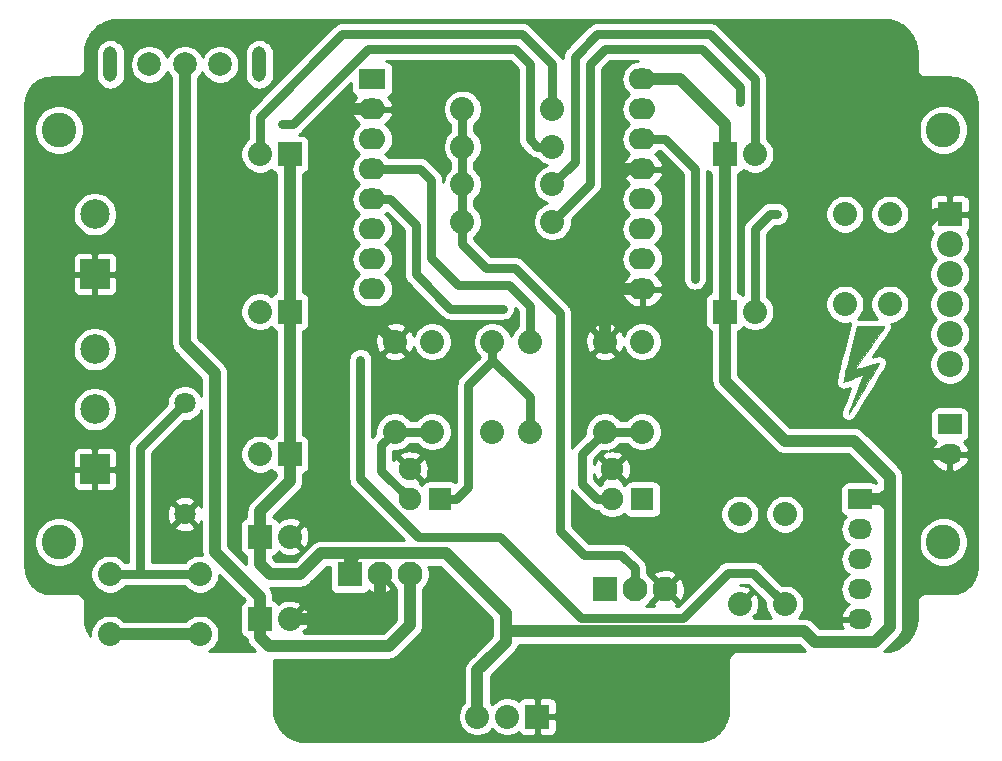
<source format=gbr>
G04 #@! TF.GenerationSoftware,KiCad,Pcbnew,(5.1.12)-1*
G04 #@! TF.CreationDate,2022-01-04T12:12:18+00:00*
G04 #@! TF.ProjectId,Lapse_O_Matic_PCB,4c617073-655f-44f5-9f4d-617469635f50,rev?*
G04 #@! TF.SameCoordinates,Original*
G04 #@! TF.FileFunction,Copper,L1,Top*
G04 #@! TF.FilePolarity,Positive*
%FSLAX46Y46*%
G04 Gerber Fmt 4.6, Leading zero omitted, Abs format (unit mm)*
G04 Created by KiCad (PCBNEW (5.1.12)-1) date 2022-01-04 12:12:18*
%MOMM*%
%LPD*%
G01*
G04 APERTURE LIST*
G04 #@! TA.AperFunction,EtchedComponent*
%ADD10C,0.010000*%
G04 #@! TD*
G04 #@! TA.AperFunction,ComponentPad*
%ADD11C,2.934700*%
G04 #@! TD*
G04 #@! TA.AperFunction,ComponentPad*
%ADD12R,2.032000X2.032000*%
G04 #@! TD*
G04 #@! TA.AperFunction,ComponentPad*
%ADD13C,2.032000*%
G04 #@! TD*
G04 #@! TA.AperFunction,ComponentPad*
%ADD14O,2.286000X1.778000*%
G04 #@! TD*
G04 #@! TA.AperFunction,ComponentPad*
%ADD15R,2.286000X1.778000*%
G04 #@! TD*
G04 #@! TA.AperFunction,ComponentPad*
%ADD16R,2.100580X2.100580*%
G04 #@! TD*
G04 #@! TA.AperFunction,ComponentPad*
%ADD17C,2.199640*%
G04 #@! TD*
G04 #@! TA.AperFunction,ComponentPad*
%ADD18C,2.000000*%
G04 #@! TD*
G04 #@! TA.AperFunction,ComponentPad*
%ADD19O,1.200000X3.000000*%
G04 #@! TD*
G04 #@! TA.AperFunction,ComponentPad*
%ADD20C,1.800000*%
G04 #@! TD*
G04 #@! TA.AperFunction,ComponentPad*
%ADD21R,2.032000X1.727200*%
G04 #@! TD*
G04 #@! TA.AperFunction,ComponentPad*
%ADD22O,2.032000X1.727200*%
G04 #@! TD*
G04 #@! TA.AperFunction,ComponentPad*
%ADD23C,2.100580*%
G04 #@! TD*
G04 #@! TA.AperFunction,ComponentPad*
%ADD24C,1.905000*%
G04 #@! TD*
G04 #@! TA.AperFunction,ComponentPad*
%ADD25R,1.905000X1.905000*%
G04 #@! TD*
G04 #@! TA.AperFunction,ComponentPad*
%ADD26R,2.499360X2.499360*%
G04 #@! TD*
G04 #@! TA.AperFunction,ComponentPad*
%ADD27C,2.499360*%
G04 #@! TD*
G04 #@! TA.AperFunction,ViaPad*
%ADD28C,0.635000*%
G04 #@! TD*
G04 #@! TA.AperFunction,Conductor*
%ADD29C,1.000000*%
G04 #@! TD*
G04 #@! TA.AperFunction,Conductor*
%ADD30C,0.600000*%
G04 #@! TD*
G04 #@! TA.AperFunction,Conductor*
%ADD31C,0.762000*%
G04 #@! TD*
G04 #@! TA.AperFunction,Conductor*
%ADD32C,0.400000*%
G04 #@! TD*
G04 #@! TA.AperFunction,Conductor*
%ADD33C,0.254000*%
G04 #@! TD*
G04 #@! TA.AperFunction,Conductor*
%ADD34C,0.100000*%
G04 #@! TD*
G04 APERTURE END LIST*
D10*
G36*
X155373842Y-94403334D02*
G01*
X155266217Y-94835958D01*
X155165980Y-95243114D01*
X155074841Y-95617571D01*
X154994508Y-95952102D01*
X154926691Y-96239475D01*
X154873097Y-96472463D01*
X154835437Y-96643836D01*
X154815419Y-96746364D01*
X154813431Y-96774000D01*
X154860591Y-96758545D01*
X154973879Y-96715366D01*
X155141241Y-96649239D01*
X155350628Y-96564943D01*
X155589985Y-96467256D01*
X155663580Y-96436982D01*
X155907879Y-96337185D01*
X156124370Y-96250421D01*
X156301364Y-96181236D01*
X156427174Y-96134175D01*
X156490115Y-96113785D01*
X156495019Y-96113575D01*
X156483135Y-96155272D01*
X156442596Y-96270681D01*
X156375373Y-96454581D01*
X156283436Y-96701749D01*
X156168756Y-97006966D01*
X156033304Y-97365009D01*
X155879050Y-97770657D01*
X155707966Y-98218688D01*
X155522021Y-98703880D01*
X155323187Y-99221013D01*
X155275135Y-99345750D01*
X155253214Y-99418043D01*
X155255362Y-99441000D01*
X155281377Y-99406539D01*
X155344787Y-99310053D01*
X155439040Y-99161884D01*
X155557586Y-98972376D01*
X155693875Y-98751872D01*
X155758049Y-98647250D01*
X156132615Y-98034778D01*
X156464548Y-97491104D01*
X156755760Y-97013026D01*
X157008165Y-96597341D01*
X157223675Y-96240847D01*
X157404203Y-95940341D01*
X157551661Y-95692621D01*
X157667963Y-95494485D01*
X157755021Y-95342729D01*
X157814749Y-95234152D01*
X157849058Y-95165551D01*
X157859861Y-95133723D01*
X157858433Y-95130674D01*
X157809265Y-95137854D01*
X157690164Y-95165185D01*
X157512650Y-95209721D01*
X157288247Y-95268516D01*
X157028475Y-95338626D01*
X156819612Y-95396237D01*
X156542788Y-95472720D01*
X156294478Y-95540268D01*
X156085819Y-95595938D01*
X155927948Y-95636786D01*
X155832002Y-95659869D01*
X155807357Y-95663729D01*
X155828944Y-95627803D01*
X155894479Y-95528959D01*
X155999482Y-95373732D01*
X156139477Y-95168656D01*
X156309986Y-94920263D01*
X156506530Y-94635088D01*
X156724632Y-94319665D01*
X156959814Y-93980527D01*
X157041101Y-93863526D01*
X157281311Y-93517538D01*
X157506242Y-93192786D01*
X157711372Y-92895852D01*
X157892181Y-92633319D01*
X158044147Y-92411767D01*
X158162747Y-92237780D01*
X158243462Y-92117938D01*
X158281769Y-92058824D01*
X158284333Y-92053776D01*
X158243806Y-92048251D01*
X158129444Y-92043266D01*
X157952081Y-92039018D01*
X157722549Y-92035705D01*
X157451680Y-92033524D01*
X157150306Y-92032672D01*
X157125453Y-92032667D01*
X155966573Y-92032667D01*
X155373842Y-94403334D01*
G37*
X155373842Y-94403334D02*
X155266217Y-94835958D01*
X155165980Y-95243114D01*
X155074841Y-95617571D01*
X154994508Y-95952102D01*
X154926691Y-96239475D01*
X154873097Y-96472463D01*
X154835437Y-96643836D01*
X154815419Y-96746364D01*
X154813431Y-96774000D01*
X154860591Y-96758545D01*
X154973879Y-96715366D01*
X155141241Y-96649239D01*
X155350628Y-96564943D01*
X155589985Y-96467256D01*
X155663580Y-96436982D01*
X155907879Y-96337185D01*
X156124370Y-96250421D01*
X156301364Y-96181236D01*
X156427174Y-96134175D01*
X156490115Y-96113785D01*
X156495019Y-96113575D01*
X156483135Y-96155272D01*
X156442596Y-96270681D01*
X156375373Y-96454581D01*
X156283436Y-96701749D01*
X156168756Y-97006966D01*
X156033304Y-97365009D01*
X155879050Y-97770657D01*
X155707966Y-98218688D01*
X155522021Y-98703880D01*
X155323187Y-99221013D01*
X155275135Y-99345750D01*
X155253214Y-99418043D01*
X155255362Y-99441000D01*
X155281377Y-99406539D01*
X155344787Y-99310053D01*
X155439040Y-99161884D01*
X155557586Y-98972376D01*
X155693875Y-98751872D01*
X155758049Y-98647250D01*
X156132615Y-98034778D01*
X156464548Y-97491104D01*
X156755760Y-97013026D01*
X157008165Y-96597341D01*
X157223675Y-96240847D01*
X157404203Y-95940341D01*
X157551661Y-95692621D01*
X157667963Y-95494485D01*
X157755021Y-95342729D01*
X157814749Y-95234152D01*
X157849058Y-95165551D01*
X157859861Y-95133723D01*
X157858433Y-95130674D01*
X157809265Y-95137854D01*
X157690164Y-95165185D01*
X157512650Y-95209721D01*
X157288247Y-95268516D01*
X157028475Y-95338626D01*
X156819612Y-95396237D01*
X156542788Y-95472720D01*
X156294478Y-95540268D01*
X156085819Y-95595938D01*
X155927948Y-95636786D01*
X155832002Y-95659869D01*
X155807357Y-95663729D01*
X155828944Y-95627803D01*
X155894479Y-95528959D01*
X155999482Y-95373732D01*
X156139477Y-95168656D01*
X156309986Y-94920263D01*
X156506530Y-94635088D01*
X156724632Y-94319665D01*
X156959814Y-93980527D01*
X157041101Y-93863526D01*
X157281311Y-93517538D01*
X157506242Y-93192786D01*
X157711372Y-92895852D01*
X157892181Y-92633319D01*
X158044147Y-92411767D01*
X158162747Y-92237780D01*
X158243462Y-92117938D01*
X158281769Y-92058824D01*
X158284333Y-92053776D01*
X158243806Y-92048251D01*
X158129444Y-92043266D01*
X157952081Y-92039018D01*
X157722549Y-92035705D01*
X157451680Y-92033524D01*
X157150306Y-92032672D01*
X157125453Y-92032667D01*
X155966573Y-92032667D01*
X155373842Y-94403334D01*
D11*
X163281350Y-110294984D03*
X163281350Y-75401357D03*
X88387727Y-75401357D03*
X88387727Y-110294984D03*
D12*
X128905000Y-125095000D03*
D13*
X126365000Y-125095000D03*
X123825000Y-125095000D03*
D12*
X144780000Y-77470000D03*
D13*
X147320000Y-77470000D03*
X147320000Y-90805000D03*
D12*
X144780000Y-90805000D03*
D14*
X137795000Y-76200000D03*
X137795000Y-78740000D03*
X137795000Y-81280000D03*
X137795000Y-83820000D03*
X137795000Y-86360000D03*
X137795000Y-88900000D03*
X114935000Y-88900000D03*
X114935000Y-86360000D03*
X114935000Y-83820000D03*
X114935000Y-81280000D03*
X114935000Y-78740000D03*
X114935000Y-76200000D03*
X114935000Y-73660000D03*
D15*
X114935000Y-71120000D03*
D14*
X137795000Y-73660000D03*
X137795000Y-71120000D03*
D16*
X163830000Y-82550000D03*
D17*
X163830000Y-85090000D03*
X163830000Y-87630000D03*
X163830000Y-90170000D03*
X163830000Y-92710000D03*
X163830000Y-95250000D03*
D13*
X128270000Y-100965000D03*
X128270000Y-93345000D03*
D18*
X99060000Y-69850000D03*
X96052380Y-69875400D03*
X102052380Y-69875400D03*
D19*
X92752380Y-69875400D03*
X105352380Y-69875400D03*
D20*
X99060000Y-98552000D03*
X99060000Y-107950000D03*
D12*
X107950000Y-102870000D03*
D13*
X105410000Y-102870000D03*
D21*
X163830000Y-100330000D03*
D22*
X163830000Y-102870000D03*
D13*
X125095000Y-100965000D03*
X125095000Y-93345000D03*
X92710000Y-118110000D03*
X92710000Y-113030000D03*
X100330000Y-118110000D03*
X100330000Y-113030000D03*
X107950000Y-116840000D03*
D12*
X105410000Y-116840000D03*
X105410000Y-109855000D03*
D13*
X107950000Y-109855000D03*
D23*
X115570000Y-113030000D03*
X118110000Y-113030000D03*
D16*
X113030000Y-113030000D03*
D13*
X105410000Y-90805000D03*
D12*
X107950000Y-90805000D03*
X107950000Y-77470000D03*
D13*
X105410000Y-77470000D03*
X130175000Y-83185000D03*
X122555000Y-83185000D03*
X122555000Y-80010000D03*
X130175000Y-80010000D03*
X130175000Y-76835000D03*
X122555000Y-76835000D03*
X122555000Y-73660000D03*
X130175000Y-73660000D03*
D21*
X156210000Y-106680000D03*
D22*
X156210000Y-109220000D03*
X156210000Y-111760000D03*
X156210000Y-114300000D03*
X156210000Y-116840000D03*
D23*
X139700000Y-114300000D03*
X137160000Y-114300000D03*
D16*
X134620000Y-114300000D03*
D13*
X137795000Y-100965000D03*
X137795000Y-93345000D03*
X134620000Y-100965000D03*
X134620000Y-93345000D03*
X120015000Y-93345000D03*
X120015000Y-100965000D03*
X116840000Y-93345000D03*
X116840000Y-100965000D03*
X149860000Y-115570000D03*
X149860000Y-107950000D03*
X146050000Y-107950000D03*
X146050000Y-115570000D03*
D24*
X135255000Y-104140000D03*
X135255000Y-106680000D03*
D25*
X137795000Y-106680000D03*
X120650000Y-106680000D03*
D24*
X118110000Y-106680000D03*
X118110000Y-104140000D03*
D26*
X91440000Y-87630000D03*
D27*
X91440000Y-82550000D03*
D13*
X158750000Y-82550000D03*
X158750000Y-90170000D03*
X154940000Y-90170000D03*
X154940000Y-82550000D03*
D27*
X91440000Y-93980000D03*
D26*
X91440000Y-104140000D03*
D27*
X91440000Y-99060000D03*
D28*
X111760000Y-109220000D03*
X125984000Y-90551000D03*
X142240000Y-88011000D03*
X146050000Y-73025000D03*
X149225000Y-82550000D03*
X107315000Y-74930000D03*
X113919000Y-94869000D03*
D29*
X137795000Y-78740000D02*
X136525000Y-78740000D01*
X136525000Y-78740000D02*
X134620000Y-80645000D01*
X134620000Y-88773000D02*
X134620000Y-93345000D01*
X134747000Y-88900000D02*
X134620000Y-88773000D01*
X137795000Y-88900000D02*
X134747000Y-88900000D01*
X114935000Y-73660000D02*
X113919000Y-73660000D01*
X134620000Y-80645000D02*
X134620000Y-85217000D01*
X163830000Y-82550000D02*
X162687000Y-82550000D01*
X162687000Y-82550000D02*
X161036000Y-84201000D01*
X162052000Y-102870000D02*
X163830000Y-102870000D01*
X161036000Y-101854000D02*
X162052000Y-102870000D01*
X161036000Y-84201000D02*
X161036000Y-101854000D01*
X134620000Y-85217000D02*
X134620000Y-88773000D01*
X107950000Y-116840000D02*
X114300000Y-116840000D01*
X115570000Y-115570000D02*
X115570000Y-113030000D01*
X114300000Y-116840000D02*
X115570000Y-115570000D01*
X112903000Y-73660000D02*
X114935000Y-73660000D01*
X111760000Y-74803000D02*
X112903000Y-73660000D01*
X116840000Y-93345000D02*
X115062000Y-91567000D01*
X112014000Y-91567000D02*
X111760000Y-91313000D01*
X115062000Y-91567000D02*
X112014000Y-91567000D01*
X111760000Y-91313000D02*
X111760000Y-74803000D01*
X111760000Y-109220000D02*
X111760000Y-91313000D01*
X99060000Y-69850000D02*
X99060000Y-93472000D01*
X99060000Y-93472000D02*
X101600000Y-96012000D01*
X101600000Y-104775000D02*
X101600000Y-96012000D01*
X101600000Y-104140000D02*
X101600000Y-96012000D01*
X101600000Y-104775000D02*
X101600000Y-111125000D01*
X105410000Y-114935000D02*
X105410000Y-116840000D01*
X101600000Y-111125000D02*
X105410000Y-114935000D01*
X116332000Y-119126000D02*
X118110000Y-117348000D01*
X106172000Y-119126000D02*
X116332000Y-119126000D01*
X105410000Y-118364000D02*
X106172000Y-119126000D01*
X118110000Y-117348000D02*
X118110000Y-113030000D01*
X105410000Y-116840000D02*
X105410000Y-118364000D01*
X144780000Y-77470000D02*
X144780000Y-90805000D01*
X107950000Y-77470000D02*
X107950000Y-90805000D01*
X137795000Y-71120000D02*
X140970000Y-71120000D01*
X144780000Y-74930000D02*
X144780000Y-77470000D01*
X140970000Y-71120000D02*
X144780000Y-74930000D01*
X107950000Y-102870000D02*
X107950000Y-90805000D01*
X157480000Y-118745000D02*
X158750000Y-117475000D01*
X158750000Y-107315000D02*
X158115000Y-106680000D01*
X158750000Y-117475000D02*
X158750000Y-107950000D01*
X158750000Y-107950000D02*
X158750000Y-107315000D01*
X156210000Y-106680000D02*
X158115000Y-106680000D01*
X158115000Y-106680000D02*
X158750000Y-106045000D01*
X158750000Y-107950000D02*
X158750000Y-106045000D01*
X126238000Y-118745000D02*
X124206000Y-120777000D01*
X124206000Y-120777000D02*
X123825000Y-121158000D01*
X107950000Y-104902000D02*
X107950000Y-105156000D01*
X107950000Y-104902000D02*
X107950000Y-102870000D01*
X105410000Y-107696000D02*
X105410000Y-109855000D01*
X107950000Y-105156000D02*
X105410000Y-107696000D01*
X92710000Y-118110000D02*
X100330000Y-118110000D01*
X105410000Y-109855000D02*
X105410000Y-112141000D01*
X105410000Y-112141000D02*
X106299000Y-113030000D01*
X113030000Y-113030000D02*
X113030000Y-111887000D01*
X113030000Y-111887000D02*
X113665000Y-111252000D01*
X121158000Y-111252000D02*
X126238000Y-116332000D01*
X123825000Y-121158000D02*
X126238000Y-118745000D01*
X123825000Y-125095000D02*
X123825000Y-121158000D01*
X113665000Y-111252000D02*
X114173000Y-111252000D01*
X114173000Y-111252000D02*
X121158000Y-111252000D01*
X108839000Y-113030000D02*
X108585000Y-113030000D01*
X110617000Y-111252000D02*
X108839000Y-113030000D01*
X106299000Y-113030000D02*
X108585000Y-113030000D01*
X113030000Y-111506000D02*
X112776000Y-111252000D01*
X113030000Y-113030000D02*
X113030000Y-111506000D01*
X112776000Y-111252000D02*
X110617000Y-111252000D01*
X114173000Y-111252000D02*
X112776000Y-111252000D01*
X151511000Y-117856000D02*
X152400000Y-118745000D01*
X152400000Y-118745000D02*
X157480000Y-118745000D01*
X126238000Y-117856000D02*
X151511000Y-117856000D01*
X126238000Y-116332000D02*
X126238000Y-117856000D01*
X126238000Y-117856000D02*
X126238000Y-118745000D01*
X144780000Y-90805000D02*
X144780000Y-96647000D01*
X144780000Y-96647000D02*
X149860000Y-101727000D01*
X155702000Y-101727000D02*
X158750000Y-104775000D01*
X149860000Y-101727000D02*
X155702000Y-101727000D01*
X158750000Y-106045000D02*
X158750000Y-104775000D01*
D30*
X95377000Y-113030000D02*
X92710000Y-113030000D01*
X100330000Y-113030000D02*
X95377000Y-113030000D01*
D31*
X95250000Y-102362000D02*
X95250000Y-102616000D01*
X99060000Y-98552000D02*
X95250000Y-102362000D01*
D30*
X95250000Y-102616000D02*
X95250000Y-112903000D01*
D31*
X95250000Y-112903000D02*
X95377000Y-113030000D01*
X95250000Y-102362000D02*
X95250000Y-112903000D01*
X92710000Y-113030000D02*
X100330000Y-113030000D01*
X114935000Y-81280000D02*
X116459000Y-81280000D01*
X116459000Y-81280000D02*
X118618000Y-83439000D01*
X118618000Y-83439000D02*
X118618000Y-87630000D01*
X118618000Y-87630000D02*
X121539000Y-90551000D01*
X121539000Y-90551000D02*
X125984000Y-90551000D01*
X139700000Y-76200000D02*
X137795000Y-76200000D01*
X142240000Y-78740000D02*
X139700000Y-76200000D01*
X142240000Y-88011000D02*
X142240000Y-78740000D01*
X125095000Y-93345000D02*
X125095000Y-94869000D01*
X128270000Y-98044000D02*
X128270000Y-100965000D01*
X125095000Y-94869000D02*
X128270000Y-98044000D01*
X125095000Y-93345000D02*
X125095000Y-94996000D01*
X125095000Y-94996000D02*
X123063000Y-97028000D01*
X123063000Y-97028000D02*
X123063000Y-105664000D01*
X122047000Y-106680000D02*
X120650000Y-106680000D01*
X123063000Y-105664000D02*
X122047000Y-106680000D01*
X130175000Y-83185000D02*
X133350000Y-80010000D01*
X133350000Y-80010000D02*
X133350000Y-69850000D01*
X133350000Y-69850000D02*
X134620000Y-68580000D01*
X134620000Y-68580000D02*
X142875000Y-68580000D01*
X142875000Y-68580000D02*
X146050000Y-71755000D01*
X146050000Y-71755000D02*
X146050000Y-73025000D01*
X149225000Y-82550000D02*
X148590000Y-82550000D01*
X147320000Y-83820000D02*
X147320000Y-90805000D01*
X148590000Y-82550000D02*
X147320000Y-83820000D01*
X130175000Y-80010000D02*
X132080000Y-78105000D01*
X132080000Y-78105000D02*
X132080000Y-69215000D01*
X132080000Y-69215000D02*
X133985000Y-67310000D01*
X133985000Y-67310000D02*
X143510000Y-67310000D01*
X147320000Y-71120000D02*
X147320000Y-77470000D01*
X143510000Y-67310000D02*
X147320000Y-71120000D01*
X130175000Y-76835000D02*
X128905000Y-76835000D01*
X128905000Y-76835000D02*
X128270000Y-76200000D01*
X128270000Y-76200000D02*
X128270000Y-69850000D01*
X128270000Y-69850000D02*
X127000000Y-68580000D01*
X114577198Y-68580000D02*
X108227198Y-74930000D01*
X127000000Y-68580000D02*
X114577198Y-68580000D01*
X108227198Y-74930000D02*
X107315000Y-74930000D01*
X105410000Y-77470000D02*
X105410000Y-74295000D01*
X105410000Y-74295000D02*
X112395000Y-67310000D01*
X112395000Y-67310000D02*
X127635000Y-67310000D01*
X130175000Y-69850000D02*
X130175000Y-73660000D01*
X127635000Y-67310000D02*
X130175000Y-69850000D01*
X122555000Y-73660000D02*
X122555000Y-76835000D01*
X122555000Y-76835000D02*
X122555000Y-80010000D01*
X122555000Y-80010000D02*
X122555000Y-83185000D01*
X122555000Y-83185000D02*
X122555000Y-73660000D01*
X137160000Y-114300000D02*
X137160000Y-112522000D01*
X137160000Y-112522000D02*
X136017000Y-111379000D01*
X136017000Y-111379000D02*
X132842000Y-111379000D01*
X132842000Y-111379000D02*
X130810000Y-109347000D01*
X130810000Y-109347000D02*
X130810000Y-90932000D01*
X130810000Y-90932000D02*
X127000000Y-87122000D01*
X127000000Y-87122000D02*
X124587000Y-87122000D01*
X122555000Y-85090000D02*
X122555000Y-83185000D01*
X124587000Y-87122000D02*
X122555000Y-85090000D01*
X128270000Y-90297000D02*
X128270000Y-93345000D01*
X118999000Y-78740000D02*
X119888000Y-79629000D01*
X114935000Y-78740000D02*
X118999000Y-78740000D01*
X119888000Y-86233000D02*
X122174000Y-88519000D01*
X119888000Y-79629000D02*
X119888000Y-86233000D01*
X126492000Y-88519000D02*
X128206500Y-90233500D01*
X122174000Y-88519000D02*
X126492000Y-88519000D01*
D32*
X128206500Y-90233500D02*
X128270000Y-90297000D01*
D31*
X137795000Y-100965000D02*
X134620000Y-100965000D01*
X134620000Y-100965000D02*
X132715000Y-102870000D01*
X132715000Y-102870000D02*
X132715000Y-105410000D01*
X133985000Y-106680000D02*
X135255000Y-106680000D01*
X132715000Y-105410000D02*
X133985000Y-106680000D01*
X120015000Y-100965000D02*
X116840000Y-100965000D01*
X115697000Y-102108000D02*
X116840000Y-100965000D01*
X115697000Y-104267000D02*
X115697000Y-102108000D01*
X118110000Y-106680000D02*
X115697000Y-104267000D01*
X113919000Y-104863514D02*
X118910486Y-109855000D01*
X113919000Y-99949000D02*
X113919000Y-104863514D01*
X113919000Y-99949000D02*
X113919000Y-94869000D01*
X118910486Y-109855000D02*
X125730000Y-109855000D01*
X149860000Y-115570000D02*
X147193000Y-112903000D01*
X147193000Y-112903000D02*
X145034000Y-112903000D01*
X141224000Y-116713000D02*
X132588000Y-116713000D01*
X145034000Y-112903000D02*
X141224000Y-116713000D01*
X118795934Y-109855000D02*
X125730000Y-109855000D01*
X113919000Y-104978066D02*
X118795934Y-109855000D01*
X113919000Y-94869000D02*
X113919000Y-104978066D01*
X125730000Y-109855000D02*
X132588000Y-116713000D01*
D33*
X125103000Y-116802132D02*
X125103000Y-117800248D01*
X125097509Y-117856000D01*
X125103000Y-117911752D01*
X125103000Y-118274868D01*
X123442857Y-119935012D01*
X123061860Y-120316009D01*
X123018552Y-120351551D01*
X122876717Y-120524377D01*
X122842063Y-120589211D01*
X122771324Y-120721554D01*
X122706423Y-120935502D01*
X122684509Y-121158000D01*
X122690001Y-121213761D01*
X122690000Y-123895134D01*
X122542585Y-124042549D01*
X122361903Y-124312958D01*
X122237447Y-124613421D01*
X122174000Y-124932391D01*
X122174000Y-125257609D01*
X122237447Y-125576579D01*
X122361903Y-125877042D01*
X122542585Y-126147451D01*
X122772549Y-126377415D01*
X123042958Y-126558097D01*
X123343421Y-126682553D01*
X123662391Y-126746000D01*
X123987609Y-126746000D01*
X124306579Y-126682553D01*
X124607042Y-126558097D01*
X124877451Y-126377415D01*
X125095000Y-126159866D01*
X125312549Y-126377415D01*
X125582958Y-126558097D01*
X125883421Y-126682553D01*
X126202391Y-126746000D01*
X126527609Y-126746000D01*
X126846579Y-126682553D01*
X127147042Y-126558097D01*
X127339296Y-126429636D01*
X127358463Y-126465494D01*
X127437815Y-126562185D01*
X127534506Y-126641537D01*
X127644820Y-126700502D01*
X127764518Y-126736812D01*
X127889000Y-126749072D01*
X128619250Y-126746000D01*
X128778000Y-126587250D01*
X128778000Y-125222000D01*
X129032000Y-125222000D01*
X129032000Y-126587250D01*
X129190750Y-126746000D01*
X129921000Y-126749072D01*
X130045482Y-126736812D01*
X130165180Y-126700502D01*
X130275494Y-126641537D01*
X130372185Y-126562185D01*
X130451537Y-126465494D01*
X130510502Y-126355180D01*
X130546812Y-126235482D01*
X130559072Y-126111000D01*
X130556000Y-125380750D01*
X130397250Y-125222000D01*
X129032000Y-125222000D01*
X128778000Y-125222000D01*
X128758000Y-125222000D01*
X128758000Y-124968000D01*
X128778000Y-124968000D01*
X128778000Y-123602750D01*
X129032000Y-123602750D01*
X129032000Y-124968000D01*
X130397250Y-124968000D01*
X130556000Y-124809250D01*
X130559072Y-124079000D01*
X130546812Y-123954518D01*
X130510502Y-123834820D01*
X130451537Y-123724506D01*
X130372185Y-123627815D01*
X130275494Y-123548463D01*
X130165180Y-123489498D01*
X130045482Y-123453188D01*
X129921000Y-123440928D01*
X129190750Y-123444000D01*
X129032000Y-123602750D01*
X128778000Y-123602750D01*
X128619250Y-123444000D01*
X127889000Y-123440928D01*
X127764518Y-123453188D01*
X127644820Y-123489498D01*
X127534506Y-123548463D01*
X127437815Y-123627815D01*
X127358463Y-123724506D01*
X127339296Y-123760364D01*
X127147042Y-123631903D01*
X126846579Y-123507447D01*
X126527609Y-123444000D01*
X126202391Y-123444000D01*
X125883421Y-123507447D01*
X125582958Y-123631903D01*
X125312549Y-123812585D01*
X125095000Y-124030134D01*
X124960000Y-123895134D01*
X124960000Y-121628131D01*
X127001141Y-119586991D01*
X127044449Y-119551449D01*
X127186284Y-119378623D01*
X127291676Y-119181447D01*
X127349448Y-118991000D01*
X151040869Y-118991000D01*
X151558008Y-119508140D01*
X151593551Y-119551449D01*
X151598158Y-119555230D01*
X145799554Y-119555230D01*
X145765907Y-119551916D01*
X145732260Y-119555230D01*
X145631624Y-119565142D01*
X145502501Y-119604311D01*
X145383500Y-119667918D01*
X145279196Y-119753519D01*
X145193595Y-119857823D01*
X145129988Y-119976824D01*
X145090819Y-120105947D01*
X145077593Y-120240230D01*
X145080908Y-120273887D01*
X145080907Y-124388024D01*
X145076837Y-124541297D01*
X145065885Y-124684754D01*
X145048401Y-124825055D01*
X145024042Y-124962312D01*
X144993267Y-125096578D01*
X144955433Y-125229002D01*
X144911671Y-125359433D01*
X144861752Y-125486462D01*
X144806282Y-125610154D01*
X144745824Y-125728768D01*
X144678350Y-125845411D01*
X144605676Y-125959549D01*
X144528587Y-126067897D01*
X144445544Y-126173782D01*
X144358441Y-126274627D01*
X144265681Y-126371651D01*
X144169487Y-126463828D01*
X144068693Y-126550465D01*
X143962023Y-126634339D01*
X143853881Y-126711343D01*
X143740367Y-126783541D01*
X143623110Y-126851246D01*
X143504059Y-126912035D01*
X143381026Y-126967421D01*
X143253542Y-127017305D01*
X143123569Y-127061338D01*
X142992150Y-127098464D01*
X142856386Y-127129582D01*
X142719114Y-127154155D01*
X142579830Y-127171513D01*
X142436380Y-127182250D01*
X142282599Y-127186333D01*
X109386363Y-127186333D01*
X109232835Y-127182250D01*
X109089243Y-127171503D01*
X108949365Y-127154124D01*
X108812160Y-127129601D01*
X108676752Y-127098467D01*
X108544567Y-127061244D01*
X108415240Y-127017429D01*
X108288270Y-126967579D01*
X108164899Y-126912040D01*
X108045348Y-126850997D01*
X107927601Y-126783256D01*
X107814538Y-126711345D01*
X107706401Y-126634345D01*
X107600565Y-126551127D01*
X107499922Y-126464073D01*
X107402764Y-126371379D01*
X107310196Y-126274332D01*
X107222363Y-126173134D01*
X107139828Y-126067896D01*
X107062739Y-125959548D01*
X106990325Y-125845818D01*
X106923066Y-125729178D01*
X106862169Y-125609702D01*
X106806685Y-125486452D01*
X106756801Y-125358968D01*
X106712768Y-125228995D01*
X106675499Y-125097072D01*
X106644288Y-124961825D01*
X106619835Y-124824042D01*
X106602052Y-124684742D01*
X106591643Y-124542836D01*
X106587774Y-124388530D01*
X106587774Y-120273877D01*
X106589042Y-120261000D01*
X116276249Y-120261000D01*
X116332000Y-120266491D01*
X116387751Y-120261000D01*
X116387752Y-120261000D01*
X116554499Y-120244577D01*
X116768447Y-120179676D01*
X116965623Y-120074284D01*
X117138449Y-119932449D01*
X117173995Y-119889136D01*
X118873146Y-118189987D01*
X118916449Y-118154449D01*
X118952928Y-118110000D01*
X119058284Y-117981623D01*
X119163676Y-117784447D01*
X119228577Y-117570499D01*
X119241737Y-117436881D01*
X119245000Y-117403752D01*
X119245000Y-117403751D01*
X119250491Y-117348000D01*
X119245000Y-117292248D01*
X119245000Y-114278360D01*
X119419050Y-114104310D01*
X119603484Y-113828284D01*
X119730525Y-113521581D01*
X119795290Y-113195987D01*
X119795290Y-112864013D01*
X119730525Y-112538419D01*
X119667805Y-112387000D01*
X120687869Y-112387000D01*
X125103000Y-116802132D01*
G04 #@! TA.AperFunction,Conductor*
D34*
G36*
X125103000Y-116802132D02*
G01*
X125103000Y-117800248D01*
X125097509Y-117856000D01*
X125103000Y-117911752D01*
X125103000Y-118274868D01*
X123442857Y-119935012D01*
X123061860Y-120316009D01*
X123018552Y-120351551D01*
X122876717Y-120524377D01*
X122842063Y-120589211D01*
X122771324Y-120721554D01*
X122706423Y-120935502D01*
X122684509Y-121158000D01*
X122690001Y-121213761D01*
X122690000Y-123895134D01*
X122542585Y-124042549D01*
X122361903Y-124312958D01*
X122237447Y-124613421D01*
X122174000Y-124932391D01*
X122174000Y-125257609D01*
X122237447Y-125576579D01*
X122361903Y-125877042D01*
X122542585Y-126147451D01*
X122772549Y-126377415D01*
X123042958Y-126558097D01*
X123343421Y-126682553D01*
X123662391Y-126746000D01*
X123987609Y-126746000D01*
X124306579Y-126682553D01*
X124607042Y-126558097D01*
X124877451Y-126377415D01*
X125095000Y-126159866D01*
X125312549Y-126377415D01*
X125582958Y-126558097D01*
X125883421Y-126682553D01*
X126202391Y-126746000D01*
X126527609Y-126746000D01*
X126846579Y-126682553D01*
X127147042Y-126558097D01*
X127339296Y-126429636D01*
X127358463Y-126465494D01*
X127437815Y-126562185D01*
X127534506Y-126641537D01*
X127644820Y-126700502D01*
X127764518Y-126736812D01*
X127889000Y-126749072D01*
X128619250Y-126746000D01*
X128778000Y-126587250D01*
X128778000Y-125222000D01*
X129032000Y-125222000D01*
X129032000Y-126587250D01*
X129190750Y-126746000D01*
X129921000Y-126749072D01*
X130045482Y-126736812D01*
X130165180Y-126700502D01*
X130275494Y-126641537D01*
X130372185Y-126562185D01*
X130451537Y-126465494D01*
X130510502Y-126355180D01*
X130546812Y-126235482D01*
X130559072Y-126111000D01*
X130556000Y-125380750D01*
X130397250Y-125222000D01*
X129032000Y-125222000D01*
X128778000Y-125222000D01*
X128758000Y-125222000D01*
X128758000Y-124968000D01*
X128778000Y-124968000D01*
X128778000Y-123602750D01*
X129032000Y-123602750D01*
X129032000Y-124968000D01*
X130397250Y-124968000D01*
X130556000Y-124809250D01*
X130559072Y-124079000D01*
X130546812Y-123954518D01*
X130510502Y-123834820D01*
X130451537Y-123724506D01*
X130372185Y-123627815D01*
X130275494Y-123548463D01*
X130165180Y-123489498D01*
X130045482Y-123453188D01*
X129921000Y-123440928D01*
X129190750Y-123444000D01*
X129032000Y-123602750D01*
X128778000Y-123602750D01*
X128619250Y-123444000D01*
X127889000Y-123440928D01*
X127764518Y-123453188D01*
X127644820Y-123489498D01*
X127534506Y-123548463D01*
X127437815Y-123627815D01*
X127358463Y-123724506D01*
X127339296Y-123760364D01*
X127147042Y-123631903D01*
X126846579Y-123507447D01*
X126527609Y-123444000D01*
X126202391Y-123444000D01*
X125883421Y-123507447D01*
X125582958Y-123631903D01*
X125312549Y-123812585D01*
X125095000Y-124030134D01*
X124960000Y-123895134D01*
X124960000Y-121628131D01*
X127001141Y-119586991D01*
X127044449Y-119551449D01*
X127186284Y-119378623D01*
X127291676Y-119181447D01*
X127349448Y-118991000D01*
X151040869Y-118991000D01*
X151558008Y-119508140D01*
X151593551Y-119551449D01*
X151598158Y-119555230D01*
X145799554Y-119555230D01*
X145765907Y-119551916D01*
X145732260Y-119555230D01*
X145631624Y-119565142D01*
X145502501Y-119604311D01*
X145383500Y-119667918D01*
X145279196Y-119753519D01*
X145193595Y-119857823D01*
X145129988Y-119976824D01*
X145090819Y-120105947D01*
X145077593Y-120240230D01*
X145080908Y-120273887D01*
X145080907Y-124388024D01*
X145076837Y-124541297D01*
X145065885Y-124684754D01*
X145048401Y-124825055D01*
X145024042Y-124962312D01*
X144993267Y-125096578D01*
X144955433Y-125229002D01*
X144911671Y-125359433D01*
X144861752Y-125486462D01*
X144806282Y-125610154D01*
X144745824Y-125728768D01*
X144678350Y-125845411D01*
X144605676Y-125959549D01*
X144528587Y-126067897D01*
X144445544Y-126173782D01*
X144358441Y-126274627D01*
X144265681Y-126371651D01*
X144169487Y-126463828D01*
X144068693Y-126550465D01*
X143962023Y-126634339D01*
X143853881Y-126711343D01*
X143740367Y-126783541D01*
X143623110Y-126851246D01*
X143504059Y-126912035D01*
X143381026Y-126967421D01*
X143253542Y-127017305D01*
X143123569Y-127061338D01*
X142992150Y-127098464D01*
X142856386Y-127129582D01*
X142719114Y-127154155D01*
X142579830Y-127171513D01*
X142436380Y-127182250D01*
X142282599Y-127186333D01*
X109386363Y-127186333D01*
X109232835Y-127182250D01*
X109089243Y-127171503D01*
X108949365Y-127154124D01*
X108812160Y-127129601D01*
X108676752Y-127098467D01*
X108544567Y-127061244D01*
X108415240Y-127017429D01*
X108288270Y-126967579D01*
X108164899Y-126912040D01*
X108045348Y-126850997D01*
X107927601Y-126783256D01*
X107814538Y-126711345D01*
X107706401Y-126634345D01*
X107600565Y-126551127D01*
X107499922Y-126464073D01*
X107402764Y-126371379D01*
X107310196Y-126274332D01*
X107222363Y-126173134D01*
X107139828Y-126067896D01*
X107062739Y-125959548D01*
X106990325Y-125845818D01*
X106923066Y-125729178D01*
X106862169Y-125609702D01*
X106806685Y-125486452D01*
X106756801Y-125358968D01*
X106712768Y-125228995D01*
X106675499Y-125097072D01*
X106644288Y-124961825D01*
X106619835Y-124824042D01*
X106602052Y-124684742D01*
X106591643Y-124542836D01*
X106587774Y-124388530D01*
X106587774Y-120273877D01*
X106589042Y-120261000D01*
X116276249Y-120261000D01*
X116332000Y-120266491D01*
X116387751Y-120261000D01*
X116387752Y-120261000D01*
X116554499Y-120244577D01*
X116768447Y-120179676D01*
X116965623Y-120074284D01*
X117138449Y-119932449D01*
X117173995Y-119889136D01*
X118873146Y-118189987D01*
X118916449Y-118154449D01*
X118952928Y-118110000D01*
X119058284Y-117981623D01*
X119163676Y-117784447D01*
X119228577Y-117570499D01*
X119241737Y-117436881D01*
X119245000Y-117403752D01*
X119245000Y-117403751D01*
X119250491Y-117348000D01*
X119245000Y-117292248D01*
X119245000Y-114278360D01*
X119419050Y-114104310D01*
X119603484Y-113828284D01*
X119730525Y-113521581D01*
X119795290Y-113195987D01*
X119795290Y-112864013D01*
X119730525Y-112538419D01*
X119667805Y-112387000D01*
X120687869Y-112387000D01*
X125103000Y-116802132D01*
G37*
G04 #@! TD.AperFunction*
D33*
X158292025Y-66077899D02*
X158440050Y-66089071D01*
X158585587Y-66107440D01*
X158728434Y-66132802D01*
X158868421Y-66164988D01*
X159005878Y-66203853D01*
X159140236Y-66249137D01*
X159271684Y-66300776D01*
X159399725Y-66358437D01*
X159524284Y-66422126D01*
X159645644Y-66491689D01*
X159762852Y-66566668D01*
X159876230Y-66647209D01*
X159985458Y-66732902D01*
X160090379Y-66823820D01*
X160190952Y-66919557D01*
X160286565Y-67019962D01*
X160377598Y-67125002D01*
X160463137Y-67233965D01*
X160543483Y-67347260D01*
X160618612Y-67464727D01*
X160688099Y-67585868D01*
X160751946Y-67710885D01*
X160809733Y-67838741D01*
X160861047Y-67969666D01*
X160906460Y-68104490D01*
X160945419Y-68242108D01*
X160977612Y-68381883D01*
X161002852Y-68524681D01*
X161021315Y-68670369D01*
X161032451Y-68817900D01*
X161036321Y-68976879D01*
X161036320Y-70257281D01*
X161033006Y-70290928D01*
X161046232Y-70425211D01*
X161085401Y-70554334D01*
X161149008Y-70673335D01*
X161234609Y-70777639D01*
X161326996Y-70853460D01*
X161338913Y-70863240D01*
X161457914Y-70926847D01*
X161587037Y-70966016D01*
X161721320Y-70979242D01*
X161754967Y-70975928D01*
X163847122Y-70975928D01*
X163972930Y-70979090D01*
X164088325Y-70987796D01*
X164201599Y-71002112D01*
X164313030Y-71021882D01*
X164421998Y-71046937D01*
X164529130Y-71077229D01*
X164633838Y-71112490D01*
X164735880Y-71152579D01*
X164835685Y-71197613D01*
X164933013Y-71247249D01*
X165027131Y-71301272D01*
X165118503Y-71359700D01*
X165206802Y-71422464D01*
X165291881Y-71489171D01*
X165373494Y-71559962D01*
X165451774Y-71634450D01*
X165526383Y-71712921D01*
X165597246Y-71794546D01*
X165664053Y-71879831D01*
X165726954Y-71968096D01*
X165785092Y-72059139D01*
X165839302Y-72153550D01*
X165888959Y-72250837D01*
X165933852Y-72350330D01*
X165973832Y-72452300D01*
X166009283Y-72557633D01*
X166039621Y-72664422D01*
X166064520Y-72773333D01*
X166084442Y-72884934D01*
X166098657Y-72998051D01*
X166107423Y-73113434D01*
X166110494Y-73239098D01*
X166110493Y-112389929D01*
X166107422Y-112515804D01*
X166098657Y-112631178D01*
X166084457Y-112744178D01*
X166064515Y-112855683D01*
X166039585Y-112964933D01*
X166009283Y-113071595D01*
X165973828Y-113176942D01*
X165933855Y-113278893D01*
X165889079Y-113378126D01*
X165839303Y-113475443D01*
X165785092Y-113570060D01*
X165726950Y-113660905D01*
X165664058Y-113749360D01*
X165597238Y-113834459D01*
X165526094Y-113916611D01*
X165451870Y-113994678D01*
X165373497Y-114069193D01*
X165291883Y-114140047D01*
X165206991Y-114206546D01*
X165118329Y-114269526D01*
X165026811Y-114328170D01*
X164933366Y-114381826D01*
X164836090Y-114431274D01*
X164735556Y-114476637D01*
X164633563Y-114516829D01*
X164529367Y-114551896D01*
X164421999Y-114582195D01*
X164313097Y-114607296D01*
X164201486Y-114627016D01*
X164088370Y-114641434D01*
X163972988Y-114649997D01*
X163846760Y-114653300D01*
X161754967Y-114653300D01*
X161721320Y-114649986D01*
X161687673Y-114653300D01*
X161587037Y-114663212D01*
X161457914Y-114702381D01*
X161338913Y-114765988D01*
X161234609Y-114851589D01*
X161149008Y-114955893D01*
X161085401Y-115074894D01*
X161046232Y-115204017D01*
X161033006Y-115338300D01*
X161036321Y-115371957D01*
X161036320Y-116652368D01*
X161032450Y-116811233D01*
X161021314Y-116958802D01*
X161002855Y-117104542D01*
X160977614Y-117247218D01*
X160945404Y-117387150D01*
X160906473Y-117524692D01*
X160861065Y-117659415D01*
X160809693Y-117790506D01*
X160751954Y-117918343D01*
X160688117Y-118043235D01*
X160618535Y-118164625D01*
X160543479Y-118282023D01*
X160463139Y-118395266D01*
X160377642Y-118504217D01*
X160286737Y-118609024D01*
X160190906Y-118709572D01*
X160090385Y-118805388D01*
X159985614Y-118896047D01*
X159876038Y-118982036D01*
X159762749Y-119062621D01*
X159645717Y-119137445D01*
X159524322Y-119207028D01*
X159399856Y-119270648D01*
X159271611Y-119328359D01*
X159140054Y-119380126D01*
X159005788Y-119425379D01*
X158868612Y-119464208D01*
X158728531Y-119496288D01*
X158585244Y-119521813D01*
X158439889Y-119540223D01*
X158292328Y-119551360D01*
X158286381Y-119551505D01*
X158286449Y-119551449D01*
X158321996Y-119508135D01*
X159513140Y-118316992D01*
X159556449Y-118281449D01*
X159698284Y-118108623D01*
X159803676Y-117911447D01*
X159862614Y-117717157D01*
X159868577Y-117697500D01*
X159870644Y-117676507D01*
X159885000Y-117530752D01*
X159885000Y-117530745D01*
X159890490Y-117475001D01*
X159885000Y-117419257D01*
X159885000Y-110087921D01*
X161179000Y-110087921D01*
X161179000Y-110502047D01*
X161259792Y-110908217D01*
X161418272Y-111290820D01*
X161648348Y-111635154D01*
X161941180Y-111927986D01*
X162285514Y-112158062D01*
X162668117Y-112316542D01*
X163074287Y-112397334D01*
X163488413Y-112397334D01*
X163894583Y-112316542D01*
X164277186Y-112158062D01*
X164621520Y-111927986D01*
X164914352Y-111635154D01*
X165144428Y-111290820D01*
X165302908Y-110908217D01*
X165383700Y-110502047D01*
X165383700Y-110087921D01*
X165302908Y-109681751D01*
X165144428Y-109299148D01*
X164914352Y-108954814D01*
X164621520Y-108661982D01*
X164277186Y-108431906D01*
X163894583Y-108273426D01*
X163488413Y-108192634D01*
X163074287Y-108192634D01*
X162668117Y-108273426D01*
X162285514Y-108431906D01*
X161941180Y-108661982D01*
X161648348Y-108954814D01*
X161418272Y-109299148D01*
X161259792Y-109681751D01*
X161179000Y-110087921D01*
X159885000Y-110087921D01*
X159885000Y-107370752D01*
X159890491Y-107315000D01*
X159885000Y-107259248D01*
X159885000Y-106100751D01*
X159890491Y-106045000D01*
X159885000Y-105989248D01*
X159885000Y-104830751D01*
X159890491Y-104775000D01*
X159868577Y-104552501D01*
X159803676Y-104338553D01*
X159781105Y-104296325D01*
X159698284Y-104141377D01*
X159556449Y-103968551D01*
X159513141Y-103933009D01*
X158809158Y-103229026D01*
X162222642Y-103229026D01*
X162225291Y-103244789D01*
X162326314Y-103520919D01*
X162479267Y-103772035D01*
X162678271Y-103988486D01*
X162915679Y-104161954D01*
X163182367Y-104285773D01*
X163468086Y-104355185D01*
X163703000Y-104210925D01*
X163703000Y-102997000D01*
X163957000Y-102997000D01*
X163957000Y-104210925D01*
X164191914Y-104355185D01*
X164477633Y-104285773D01*
X164744321Y-104161954D01*
X164981729Y-103988486D01*
X165180733Y-103772035D01*
X165333686Y-103520919D01*
X165434709Y-103244789D01*
X165437358Y-103229026D01*
X165316217Y-102997000D01*
X163957000Y-102997000D01*
X163703000Y-102997000D01*
X162343783Y-102997000D01*
X162222642Y-103229026D01*
X158809158Y-103229026D01*
X156543996Y-100963865D01*
X156508449Y-100920551D01*
X156335623Y-100778716D01*
X156138447Y-100673324D01*
X155924499Y-100608423D01*
X155757752Y-100592000D01*
X155757751Y-100592000D01*
X155702000Y-100586509D01*
X155646249Y-100592000D01*
X150330132Y-100592000D01*
X145915000Y-96176869D01*
X145915000Y-92447352D01*
X145920482Y-92446812D01*
X146040180Y-92410502D01*
X146150494Y-92351537D01*
X146247185Y-92272185D01*
X146326537Y-92175494D01*
X146345704Y-92139636D01*
X146537958Y-92268097D01*
X146838421Y-92392553D01*
X147157391Y-92456000D01*
X147482609Y-92456000D01*
X147801579Y-92392553D01*
X148102042Y-92268097D01*
X148372451Y-92087415D01*
X148602415Y-91857451D01*
X148783097Y-91587042D01*
X148907553Y-91286579D01*
X148971000Y-90967609D01*
X148971000Y-90642391D01*
X148907553Y-90323421D01*
X148783097Y-90022958D01*
X148772696Y-90007391D01*
X153289000Y-90007391D01*
X153289000Y-90332609D01*
X153352447Y-90651579D01*
X153476903Y-90952042D01*
X153657585Y-91222451D01*
X153887549Y-91452415D01*
X154157958Y-91633097D01*
X154458421Y-91757553D01*
X154777391Y-91821000D01*
X155102609Y-91821000D01*
X155386781Y-91764475D01*
X155385202Y-91768713D01*
X155376581Y-91784657D01*
X155363439Y-91827111D01*
X155347913Y-91868774D01*
X155345686Y-91877429D01*
X154752955Y-94248095D01*
X154752948Y-94248141D01*
X154752772Y-94248829D01*
X154645147Y-94681453D01*
X154645135Y-94681535D01*
X154644772Y-94682966D01*
X154544535Y-95090122D01*
X154544521Y-95090220D01*
X154544134Y-95091763D01*
X154452995Y-95466220D01*
X154452981Y-95466317D01*
X154452532Y-95468132D01*
X154372199Y-95802663D01*
X154372181Y-95802792D01*
X154371618Y-95805106D01*
X154303801Y-96092479D01*
X154303781Y-96092627D01*
X154302980Y-96096003D01*
X154249386Y-96328991D01*
X154249369Y-96329123D01*
X154248012Y-96335098D01*
X154210352Y-96506471D01*
X154209989Y-96509515D01*
X154209071Y-96512437D01*
X154207297Y-96521195D01*
X154187279Y-96623723D01*
X154184026Y-96657838D01*
X154177771Y-96691536D01*
X154177068Y-96700445D01*
X154175080Y-96728080D01*
X154175561Y-96746611D01*
X154175422Y-96748065D01*
X154175660Y-96750424D01*
X154176623Y-96787560D01*
X154177602Y-96846946D01*
X154178240Y-96849912D01*
X154178319Y-96852944D01*
X154191372Y-96910934D01*
X154203880Y-96969057D01*
X154205082Y-96971842D01*
X154205748Y-96974801D01*
X154229830Y-97029183D01*
X154253375Y-97083738D01*
X154255093Y-97086234D01*
X154256323Y-97089011D01*
X154290498Y-97137662D01*
X154324203Y-97186621D01*
X154326378Y-97188740D01*
X154328120Y-97191220D01*
X154371069Y-97232284D01*
X154413666Y-97273787D01*
X154416208Y-97275441D01*
X154418401Y-97277538D01*
X154468511Y-97309480D01*
X154518355Y-97341918D01*
X154521173Y-97343048D01*
X154523728Y-97344677D01*
X154579061Y-97366266D01*
X154634284Y-97388416D01*
X154637267Y-97388977D01*
X154640091Y-97390079D01*
X154698542Y-97400506D01*
X154757036Y-97411511D01*
X154760074Y-97411482D01*
X154763056Y-97412014D01*
X154822498Y-97410888D01*
X154881937Y-97410322D01*
X154884902Y-97409706D01*
X154887939Y-97409648D01*
X154946005Y-97397003D01*
X155004228Y-97384899D01*
X155009850Y-97383099D01*
X155009985Y-97383070D01*
X155010105Y-97383018D01*
X155012738Y-97382175D01*
X155059899Y-97366720D01*
X155069741Y-97362391D01*
X155080156Y-97359704D01*
X155088528Y-97356579D01*
X155201816Y-97313400D01*
X155201879Y-97313369D01*
X155209060Y-97310589D01*
X155376421Y-97244462D01*
X155376563Y-97244389D01*
X155380253Y-97242933D01*
X155397682Y-97235916D01*
X155281010Y-97542736D01*
X155110260Y-97989892D01*
X154924666Y-98474170D01*
X154924655Y-98474197D01*
X154725821Y-98991330D01*
X154677916Y-99115685D01*
X154672841Y-99134025D01*
X154665325Y-99151503D01*
X154662672Y-99160037D01*
X154640751Y-99232329D01*
X154629616Y-99288216D01*
X154617526Y-99343878D01*
X154617424Y-99349407D01*
X154616344Y-99354828D01*
X154616276Y-99411744D01*
X154615226Y-99468762D01*
X154615997Y-99477665D01*
X154618145Y-99500622D01*
X154620704Y-99513851D01*
X154621209Y-99527310D01*
X154632542Y-99575065D01*
X154641862Y-99623256D01*
X154646939Y-99635731D01*
X154650050Y-99648840D01*
X154670447Y-99693492D01*
X154688946Y-99738947D01*
X154696350Y-99750200D01*
X154701948Y-99762454D01*
X154730625Y-99802288D01*
X154757605Y-99843291D01*
X154767055Y-99852892D01*
X154774925Y-99863824D01*
X154810794Y-99897330D01*
X154845224Y-99932311D01*
X154856357Y-99939892D01*
X154866202Y-99949089D01*
X154907910Y-99974999D01*
X154948464Y-100002616D01*
X154960851Y-100007888D01*
X154972301Y-100015001D01*
X155018260Y-100032321D01*
X155063394Y-100051530D01*
X155076571Y-100054296D01*
X155089183Y-100059049D01*
X155137617Y-100067110D01*
X155185636Y-100077190D01*
X155199103Y-100077344D01*
X155212394Y-100079556D01*
X155261469Y-100078056D01*
X155310534Y-100078617D01*
X155323773Y-100076153D01*
X155337242Y-100075741D01*
X155385083Y-100064739D01*
X155433330Y-100055758D01*
X155445843Y-100050767D01*
X155458971Y-100047748D01*
X155503762Y-100027665D01*
X155549348Y-100009482D01*
X155560650Y-100002158D01*
X155572945Y-99996645D01*
X155612989Y-99968240D01*
X155654168Y-99941553D01*
X155663833Y-99932172D01*
X155674822Y-99924377D01*
X155708576Y-99888745D01*
X155743798Y-99854559D01*
X155751459Y-99843477D01*
X155760722Y-99833698D01*
X155766155Y-99826604D01*
X155792170Y-99792143D01*
X155800748Y-99778117D01*
X155811256Y-99765466D01*
X155816216Y-99758032D01*
X155879626Y-99661546D01*
X155879759Y-99661294D01*
X155879942Y-99661066D01*
X155884790Y-99653559D01*
X155979044Y-99505390D01*
X155979118Y-99505243D01*
X155981626Y-99501296D01*
X156003455Y-99466400D01*
X162175928Y-99466400D01*
X162175928Y-101193600D01*
X162188188Y-101318082D01*
X162224498Y-101437780D01*
X162283463Y-101548094D01*
X162362815Y-101644785D01*
X162459506Y-101724137D01*
X162569820Y-101783102D01*
X162631912Y-101801937D01*
X162479267Y-101967965D01*
X162326314Y-102219081D01*
X162225291Y-102495211D01*
X162222642Y-102510974D01*
X162343783Y-102743000D01*
X163703000Y-102743000D01*
X163703000Y-102723000D01*
X163957000Y-102723000D01*
X163957000Y-102743000D01*
X165316217Y-102743000D01*
X165437358Y-102510974D01*
X165434709Y-102495211D01*
X165333686Y-102219081D01*
X165180733Y-101967965D01*
X165028088Y-101801937D01*
X165090180Y-101783102D01*
X165200494Y-101724137D01*
X165297185Y-101644785D01*
X165376537Y-101548094D01*
X165435502Y-101437780D01*
X165471812Y-101318082D01*
X165484072Y-101193600D01*
X165484072Y-99466400D01*
X165471812Y-99341918D01*
X165435502Y-99222220D01*
X165376537Y-99111906D01*
X165297185Y-99015215D01*
X165200494Y-98935863D01*
X165090180Y-98876898D01*
X164970482Y-98840588D01*
X164846000Y-98828328D01*
X162814000Y-98828328D01*
X162689518Y-98840588D01*
X162569820Y-98876898D01*
X162459506Y-98935863D01*
X162362815Y-99015215D01*
X162283463Y-99111906D01*
X162224498Y-99222220D01*
X162188188Y-99341918D01*
X162175928Y-99466400D01*
X156003455Y-99466400D01*
X156100172Y-99311788D01*
X156100238Y-99311656D01*
X156101991Y-99308862D01*
X156238280Y-99088358D01*
X156238328Y-99088261D01*
X156239422Y-99086504D01*
X156303596Y-98981882D01*
X156303620Y-98981832D01*
X156304039Y-98981158D01*
X156678605Y-98368686D01*
X156678616Y-98368664D01*
X156678855Y-98368278D01*
X157010788Y-97824603D01*
X157010805Y-97824567D01*
X157011129Y-97824044D01*
X157302341Y-97345966D01*
X157302362Y-97345922D01*
X157302810Y-97345196D01*
X157555215Y-96929511D01*
X157555248Y-96929442D01*
X157555864Y-96928439D01*
X157771374Y-96571946D01*
X157771418Y-96571855D01*
X157772290Y-96570425D01*
X157952818Y-96269919D01*
X157952872Y-96269805D01*
X157954145Y-96267700D01*
X158101603Y-96019980D01*
X158101671Y-96019836D01*
X158103601Y-96016599D01*
X158219903Y-95818463D01*
X158219957Y-95818346D01*
X158223102Y-95812952D01*
X158310159Y-95661196D01*
X158310678Y-95660043D01*
X158311415Y-95658999D01*
X158315776Y-95651199D01*
X158375504Y-95542622D01*
X158378695Y-95535182D01*
X158383101Y-95528390D01*
X158387154Y-95520425D01*
X158421463Y-95451824D01*
X158435500Y-95415200D01*
X158452169Y-95379695D01*
X158455100Y-95371253D01*
X158465903Y-95339425D01*
X158475815Y-95296990D01*
X158478069Y-95290829D01*
X158479356Y-95282602D01*
X158491442Y-95237193D01*
X158492078Y-95227370D01*
X158494315Y-95217793D01*
X158495654Y-95178432D01*
X158497376Y-95167424D01*
X158496832Y-95153930D01*
X158499511Y-95112548D01*
X158498227Y-95102788D01*
X158498561Y-95092959D01*
X158492999Y-95058810D01*
X158492346Y-95042619D01*
X158487842Y-95023869D01*
X158483215Y-94988709D01*
X158480062Y-94979393D01*
X158478480Y-94969678D01*
X158468204Y-94942123D01*
X158463170Y-94921168D01*
X158452547Y-94898080D01*
X158443178Y-94870394D01*
X158439444Y-94862275D01*
X158438016Y-94859226D01*
X158436061Y-94855934D01*
X158434835Y-94852645D01*
X158422241Y-94832216D01*
X158410960Y-94807698D01*
X158391337Y-94780598D01*
X158374253Y-94751821D01*
X158354794Y-94730130D01*
X158337704Y-94706529D01*
X158313185Y-94683751D01*
X158290843Y-94658847D01*
X158267548Y-94641354D01*
X158246193Y-94621515D01*
X158217717Y-94603933D01*
X158190963Y-94583843D01*
X158164708Y-94571205D01*
X158139912Y-94555896D01*
X158108565Y-94544181D01*
X158078416Y-94529669D01*
X158050206Y-94522371D01*
X158022909Y-94512170D01*
X157989887Y-94506767D01*
X157957491Y-94498387D01*
X157928396Y-94496707D01*
X157899642Y-94492003D01*
X157866203Y-94493117D01*
X157832793Y-94491188D01*
X157803931Y-94495191D01*
X157774805Y-94496161D01*
X157765954Y-94497391D01*
X157716787Y-94504571D01*
X157696065Y-94509702D01*
X157674844Y-94512129D01*
X157666120Y-94514067D01*
X157547019Y-94541399D01*
X157545110Y-94542039D01*
X157543106Y-94542309D01*
X157534423Y-94544423D01*
X157356909Y-94588960D01*
X157356801Y-94588999D01*
X157350441Y-94590618D01*
X157307821Y-94601785D01*
X157485731Y-94345234D01*
X157485732Y-94345233D01*
X157566701Y-94228689D01*
X157566707Y-94228679D01*
X157566820Y-94228518D01*
X157807030Y-93882530D01*
X157807050Y-93882494D01*
X157807436Y-93881945D01*
X158032367Y-93557192D01*
X158032386Y-93557157D01*
X158032810Y-93556553D01*
X158237940Y-93259619D01*
X158237969Y-93259567D01*
X158238461Y-93258863D01*
X158419270Y-92996330D01*
X158419304Y-92996268D01*
X158419958Y-92995329D01*
X158571924Y-92773778D01*
X158571975Y-92773686D01*
X158572971Y-92772246D01*
X158691572Y-92598258D01*
X158691645Y-92598125D01*
X158693576Y-92595300D01*
X158774291Y-92475458D01*
X158774867Y-92474391D01*
X158775640Y-92473448D01*
X158780552Y-92465982D01*
X158818859Y-92406868D01*
X158827707Y-92389758D01*
X158835417Y-92379209D01*
X158840289Y-92368743D01*
X158848280Y-92356591D01*
X158852382Y-92348652D01*
X158854946Y-92343604D01*
X158865341Y-92316979D01*
X158876232Y-92295918D01*
X158879587Y-92284327D01*
X158888132Y-92265972D01*
X158892974Y-92246205D01*
X158900374Y-92227251D01*
X158907246Y-92188774D01*
X158910962Y-92175938D01*
X158911386Y-92171032D01*
X158917848Y-92144652D01*
X158918758Y-92124322D01*
X158922336Y-92104291D01*
X158921546Y-92062070D01*
X158923435Y-92019871D01*
X158920379Y-91999750D01*
X158919998Y-91979407D01*
X158911022Y-91938146D01*
X158904678Y-91896381D01*
X158897770Y-91877233D01*
X158893446Y-91857356D01*
X158877658Y-91821000D01*
X158912609Y-91821000D01*
X159231579Y-91757553D01*
X159532042Y-91633097D01*
X159802451Y-91452415D01*
X160032415Y-91222451D01*
X160213097Y-90952042D01*
X160337553Y-90651579D01*
X160401000Y-90332609D01*
X160401000Y-90007391D01*
X160337553Y-89688421D01*
X160213097Y-89387958D01*
X160032415Y-89117549D01*
X159802451Y-88887585D01*
X159532042Y-88706903D01*
X159231579Y-88582447D01*
X158912609Y-88519000D01*
X158587391Y-88519000D01*
X158268421Y-88582447D01*
X157967958Y-88706903D01*
X157697549Y-88887585D01*
X157467585Y-89117549D01*
X157286903Y-89387958D01*
X157162447Y-89688421D01*
X157099000Y-90007391D01*
X157099000Y-90332609D01*
X157162447Y-90651579D01*
X157286903Y-90952042D01*
X157467585Y-91222451D01*
X157640155Y-91395021D01*
X157456833Y-91393545D01*
X157456687Y-91393558D01*
X157453489Y-91393527D01*
X157152115Y-91392675D01*
X157152027Y-91392683D01*
X157150435Y-91392672D01*
X157125582Y-91392667D01*
X157125573Y-91392668D01*
X157125453Y-91392667D01*
X156052199Y-91392667D01*
X156222415Y-91222451D01*
X156403097Y-90952042D01*
X156527553Y-90651579D01*
X156591000Y-90332609D01*
X156591000Y-90007391D01*
X156527553Y-89688421D01*
X156403097Y-89387958D01*
X156222415Y-89117549D01*
X155992451Y-88887585D01*
X155722042Y-88706903D01*
X155421579Y-88582447D01*
X155102609Y-88519000D01*
X154777391Y-88519000D01*
X154458421Y-88582447D01*
X154157958Y-88706903D01*
X153887549Y-88887585D01*
X153657585Y-89117549D01*
X153476903Y-89387958D01*
X153352447Y-89688421D01*
X153289000Y-90007391D01*
X148772696Y-90007391D01*
X148602415Y-89752549D01*
X148372451Y-89522585D01*
X148336000Y-89498229D01*
X148336000Y-84919135D01*
X162095180Y-84919135D01*
X162095180Y-85260865D01*
X162161848Y-85596028D01*
X162292623Y-85911745D01*
X162482477Y-86195883D01*
X162646594Y-86360000D01*
X162482477Y-86524117D01*
X162292623Y-86808255D01*
X162161848Y-87123972D01*
X162095180Y-87459135D01*
X162095180Y-87800865D01*
X162161848Y-88136028D01*
X162292623Y-88451745D01*
X162482477Y-88735883D01*
X162646594Y-88900000D01*
X162482477Y-89064117D01*
X162292623Y-89348255D01*
X162161848Y-89663972D01*
X162095180Y-89999135D01*
X162095180Y-90340865D01*
X162161848Y-90676028D01*
X162292623Y-90991745D01*
X162482477Y-91275883D01*
X162646594Y-91440000D01*
X162482477Y-91604117D01*
X162292623Y-91888255D01*
X162161848Y-92203972D01*
X162095180Y-92539135D01*
X162095180Y-92880865D01*
X162161848Y-93216028D01*
X162292623Y-93531745D01*
X162482477Y-93815883D01*
X162646594Y-93980000D01*
X162482477Y-94144117D01*
X162292623Y-94428255D01*
X162161848Y-94743972D01*
X162095180Y-95079135D01*
X162095180Y-95420865D01*
X162161848Y-95756028D01*
X162292623Y-96071745D01*
X162482477Y-96355883D01*
X162724117Y-96597523D01*
X163008255Y-96787377D01*
X163323972Y-96918152D01*
X163659135Y-96984820D01*
X164000865Y-96984820D01*
X164336028Y-96918152D01*
X164651745Y-96787377D01*
X164935883Y-96597523D01*
X165177523Y-96355883D01*
X165367377Y-96071745D01*
X165498152Y-95756028D01*
X165564820Y-95420865D01*
X165564820Y-95079135D01*
X165498152Y-94743972D01*
X165367377Y-94428255D01*
X165177523Y-94144117D01*
X165013406Y-93980000D01*
X165177523Y-93815883D01*
X165367377Y-93531745D01*
X165498152Y-93216028D01*
X165564820Y-92880865D01*
X165564820Y-92539135D01*
X165498152Y-92203972D01*
X165367377Y-91888255D01*
X165177523Y-91604117D01*
X165013406Y-91440000D01*
X165177523Y-91275883D01*
X165367377Y-90991745D01*
X165498152Y-90676028D01*
X165564820Y-90340865D01*
X165564820Y-89999135D01*
X165498152Y-89663972D01*
X165367377Y-89348255D01*
X165177523Y-89064117D01*
X165013406Y-88900000D01*
X165177523Y-88735883D01*
X165367377Y-88451745D01*
X165498152Y-88136028D01*
X165564820Y-87800865D01*
X165564820Y-87459135D01*
X165498152Y-87123972D01*
X165367377Y-86808255D01*
X165177523Y-86524117D01*
X165013406Y-86360000D01*
X165177523Y-86195883D01*
X165367377Y-85911745D01*
X165498152Y-85596028D01*
X165564820Y-85260865D01*
X165564820Y-84919135D01*
X165498152Y-84583972D01*
X165367377Y-84268255D01*
X165261113Y-84109219D01*
X165331475Y-84051475D01*
X165410827Y-83954784D01*
X165469792Y-83844470D01*
X165506102Y-83724772D01*
X165518362Y-83600290D01*
X165515290Y-82835750D01*
X165356540Y-82677000D01*
X163957000Y-82677000D01*
X163957000Y-82697000D01*
X163703000Y-82697000D01*
X163703000Y-82677000D01*
X162303460Y-82677000D01*
X162144710Y-82835750D01*
X162141638Y-83600290D01*
X162153898Y-83724772D01*
X162190208Y-83844470D01*
X162249173Y-83954784D01*
X162328525Y-84051475D01*
X162398887Y-84109219D01*
X162292623Y-84268255D01*
X162161848Y-84583972D01*
X162095180Y-84919135D01*
X148336000Y-84919135D01*
X148336000Y-84240840D01*
X149010841Y-83566000D01*
X149274902Y-83566000D01*
X149424171Y-83551298D01*
X149615687Y-83493202D01*
X149792190Y-83398860D01*
X149946896Y-83271896D01*
X150073860Y-83117190D01*
X150168202Y-82940687D01*
X150226298Y-82749171D01*
X150245915Y-82550000D01*
X150229900Y-82387391D01*
X153289000Y-82387391D01*
X153289000Y-82712609D01*
X153352447Y-83031579D01*
X153476903Y-83332042D01*
X153657585Y-83602451D01*
X153887549Y-83832415D01*
X154157958Y-84013097D01*
X154458421Y-84137553D01*
X154777391Y-84201000D01*
X155102609Y-84201000D01*
X155421579Y-84137553D01*
X155722042Y-84013097D01*
X155992451Y-83832415D01*
X156222415Y-83602451D01*
X156403097Y-83332042D01*
X156527553Y-83031579D01*
X156591000Y-82712609D01*
X156591000Y-82387391D01*
X157099000Y-82387391D01*
X157099000Y-82712609D01*
X157162447Y-83031579D01*
X157286903Y-83332042D01*
X157467585Y-83602451D01*
X157697549Y-83832415D01*
X157967958Y-84013097D01*
X158268421Y-84137553D01*
X158587391Y-84201000D01*
X158912609Y-84201000D01*
X159231579Y-84137553D01*
X159532042Y-84013097D01*
X159802451Y-83832415D01*
X160032415Y-83602451D01*
X160213097Y-83332042D01*
X160337553Y-83031579D01*
X160401000Y-82712609D01*
X160401000Y-82387391D01*
X160337553Y-82068421D01*
X160213097Y-81767958D01*
X160033859Y-81499710D01*
X162141638Y-81499710D01*
X162144710Y-82264250D01*
X162303460Y-82423000D01*
X163703000Y-82423000D01*
X163703000Y-81023460D01*
X163957000Y-81023460D01*
X163957000Y-82423000D01*
X165356540Y-82423000D01*
X165515290Y-82264250D01*
X165518362Y-81499710D01*
X165506102Y-81375228D01*
X165469792Y-81255530D01*
X165410827Y-81145216D01*
X165331475Y-81048525D01*
X165234784Y-80969173D01*
X165124470Y-80910208D01*
X165004772Y-80873898D01*
X164880290Y-80861638D01*
X164115750Y-80864710D01*
X163957000Y-81023460D01*
X163703000Y-81023460D01*
X163544250Y-80864710D01*
X162779710Y-80861638D01*
X162655228Y-80873898D01*
X162535530Y-80910208D01*
X162425216Y-80969173D01*
X162328525Y-81048525D01*
X162249173Y-81145216D01*
X162190208Y-81255530D01*
X162153898Y-81375228D01*
X162141638Y-81499710D01*
X160033859Y-81499710D01*
X160032415Y-81497549D01*
X159802451Y-81267585D01*
X159532042Y-81086903D01*
X159231579Y-80962447D01*
X158912609Y-80899000D01*
X158587391Y-80899000D01*
X158268421Y-80962447D01*
X157967958Y-81086903D01*
X157697549Y-81267585D01*
X157467585Y-81497549D01*
X157286903Y-81767958D01*
X157162447Y-82068421D01*
X157099000Y-82387391D01*
X156591000Y-82387391D01*
X156527553Y-82068421D01*
X156403097Y-81767958D01*
X156222415Y-81497549D01*
X155992451Y-81267585D01*
X155722042Y-81086903D01*
X155421579Y-80962447D01*
X155102609Y-80899000D01*
X154777391Y-80899000D01*
X154458421Y-80962447D01*
X154157958Y-81086903D01*
X153887549Y-81267585D01*
X153657585Y-81497549D01*
X153476903Y-81767958D01*
X153352447Y-82068421D01*
X153289000Y-82387391D01*
X150229900Y-82387391D01*
X150226298Y-82350829D01*
X150168202Y-82159313D01*
X150073860Y-81982810D01*
X149946896Y-81828104D01*
X149792190Y-81701140D01*
X149615687Y-81606798D01*
X149424171Y-81548702D01*
X149274902Y-81534000D01*
X148639893Y-81534000D01*
X148589999Y-81529086D01*
X148540105Y-81534000D01*
X148540098Y-81534000D01*
X148390829Y-81548702D01*
X148199313Y-81606798D01*
X148022810Y-81701140D01*
X147868104Y-81828104D01*
X147836292Y-81866867D01*
X146636872Y-83066288D01*
X146598104Y-83098104D01*
X146471140Y-83252810D01*
X146376798Y-83429314D01*
X146332396Y-83575687D01*
X146318702Y-83620830D01*
X146299085Y-83820000D01*
X146304000Y-83869902D01*
X146304001Y-89407045D01*
X146247185Y-89337815D01*
X146150494Y-89258463D01*
X146040180Y-89199498D01*
X145920482Y-89163188D01*
X145915000Y-89162648D01*
X145915000Y-79112352D01*
X145920482Y-79111812D01*
X146040180Y-79075502D01*
X146150494Y-79016537D01*
X146247185Y-78937185D01*
X146326537Y-78840494D01*
X146345704Y-78804636D01*
X146537958Y-78933097D01*
X146838421Y-79057553D01*
X147157391Y-79121000D01*
X147482609Y-79121000D01*
X147801579Y-79057553D01*
X148102042Y-78933097D01*
X148372451Y-78752415D01*
X148602415Y-78522451D01*
X148783097Y-78252042D01*
X148907553Y-77951579D01*
X148971000Y-77632609D01*
X148971000Y-77307391D01*
X148907553Y-76988421D01*
X148783097Y-76687958D01*
X148602415Y-76417549D01*
X148372451Y-76187585D01*
X148336000Y-76163229D01*
X148336000Y-75194294D01*
X161179000Y-75194294D01*
X161179000Y-75608420D01*
X161259792Y-76014590D01*
X161418272Y-76397193D01*
X161648348Y-76741527D01*
X161941180Y-77034359D01*
X162285514Y-77264435D01*
X162668117Y-77422915D01*
X163074287Y-77503707D01*
X163488413Y-77503707D01*
X163894583Y-77422915D01*
X164277186Y-77264435D01*
X164621520Y-77034359D01*
X164914352Y-76741527D01*
X165144428Y-76397193D01*
X165302908Y-76014590D01*
X165383700Y-75608420D01*
X165383700Y-75194294D01*
X165302908Y-74788124D01*
X165144428Y-74405521D01*
X164914352Y-74061187D01*
X164621520Y-73768355D01*
X164277186Y-73538279D01*
X163894583Y-73379799D01*
X163488413Y-73299007D01*
X163074287Y-73299007D01*
X162668117Y-73379799D01*
X162285514Y-73538279D01*
X161941180Y-73768355D01*
X161648348Y-74061187D01*
X161418272Y-74405521D01*
X161259792Y-74788124D01*
X161179000Y-75194294D01*
X148336000Y-75194294D01*
X148336000Y-71169902D01*
X148340915Y-71120000D01*
X148321298Y-70920829D01*
X148263202Y-70729313D01*
X148168860Y-70552810D01*
X148156931Y-70538274D01*
X148041896Y-70398104D01*
X148003133Y-70366292D01*
X144263712Y-66626872D01*
X144231896Y-66588104D01*
X144077190Y-66461140D01*
X143900687Y-66366798D01*
X143709171Y-66308702D01*
X143559902Y-66294000D01*
X143510000Y-66289085D01*
X143460098Y-66294000D01*
X134034902Y-66294000D01*
X133985000Y-66289085D01*
X133935098Y-66294000D01*
X133785829Y-66308702D01*
X133594313Y-66366798D01*
X133417810Y-66461140D01*
X133263104Y-66588104D01*
X133231292Y-66626867D01*
X131396868Y-68461292D01*
X131358105Y-68493104D01*
X131231141Y-68647810D01*
X131160928Y-68779170D01*
X131136799Y-68824313D01*
X131078702Y-69015830D01*
X131059085Y-69215000D01*
X131064001Y-69264912D01*
X131064001Y-69357909D01*
X131023860Y-69282810D01*
X130896896Y-69128104D01*
X130858133Y-69096292D01*
X128388712Y-66626872D01*
X128356896Y-66588104D01*
X128202190Y-66461140D01*
X128025687Y-66366798D01*
X127834171Y-66308702D01*
X127684902Y-66294000D01*
X127635000Y-66289085D01*
X127585098Y-66294000D01*
X112444902Y-66294000D01*
X112395000Y-66289085D01*
X112345098Y-66294000D01*
X112195829Y-66308702D01*
X112004313Y-66366798D01*
X111827810Y-66461140D01*
X111673104Y-66588104D01*
X111641292Y-66626867D01*
X104726868Y-73541292D01*
X104688105Y-73573104D01*
X104561141Y-73727810D01*
X104490928Y-73859171D01*
X104466799Y-73904313D01*
X104408702Y-74095830D01*
X104389085Y-74295000D01*
X104394001Y-74344911D01*
X104394000Y-76163229D01*
X104357549Y-76187585D01*
X104127585Y-76417549D01*
X103946903Y-76687958D01*
X103822447Y-76988421D01*
X103759000Y-77307391D01*
X103759000Y-77632609D01*
X103822447Y-77951579D01*
X103946903Y-78252042D01*
X104127585Y-78522451D01*
X104357549Y-78752415D01*
X104627958Y-78933097D01*
X104928421Y-79057553D01*
X105247391Y-79121000D01*
X105572609Y-79121000D01*
X105891579Y-79057553D01*
X106192042Y-78933097D01*
X106384296Y-78804636D01*
X106403463Y-78840494D01*
X106482815Y-78937185D01*
X106579506Y-79016537D01*
X106689820Y-79075502D01*
X106809518Y-79111812D01*
X106815000Y-79112352D01*
X106815001Y-89162648D01*
X106809518Y-89163188D01*
X106689820Y-89199498D01*
X106579506Y-89258463D01*
X106482815Y-89337815D01*
X106403463Y-89434506D01*
X106384296Y-89470364D01*
X106192042Y-89341903D01*
X105891579Y-89217447D01*
X105572609Y-89154000D01*
X105247391Y-89154000D01*
X104928421Y-89217447D01*
X104627958Y-89341903D01*
X104357549Y-89522585D01*
X104127585Y-89752549D01*
X103946903Y-90022958D01*
X103822447Y-90323421D01*
X103759000Y-90642391D01*
X103759000Y-90967609D01*
X103822447Y-91286579D01*
X103946903Y-91587042D01*
X104127585Y-91857451D01*
X104357549Y-92087415D01*
X104627958Y-92268097D01*
X104928421Y-92392553D01*
X105247391Y-92456000D01*
X105572609Y-92456000D01*
X105891579Y-92392553D01*
X106192042Y-92268097D01*
X106384296Y-92139636D01*
X106403463Y-92175494D01*
X106482815Y-92272185D01*
X106579506Y-92351537D01*
X106689820Y-92410502D01*
X106809518Y-92446812D01*
X106815001Y-92447352D01*
X106815000Y-101227648D01*
X106809518Y-101228188D01*
X106689820Y-101264498D01*
X106579506Y-101323463D01*
X106482815Y-101402815D01*
X106403463Y-101499506D01*
X106384296Y-101535364D01*
X106192042Y-101406903D01*
X105891579Y-101282447D01*
X105572609Y-101219000D01*
X105247391Y-101219000D01*
X104928421Y-101282447D01*
X104627958Y-101406903D01*
X104357549Y-101587585D01*
X104127585Y-101817549D01*
X103946903Y-102087958D01*
X103822447Y-102388421D01*
X103759000Y-102707391D01*
X103759000Y-103032609D01*
X103822447Y-103351579D01*
X103946903Y-103652042D01*
X104127585Y-103922451D01*
X104357549Y-104152415D01*
X104627958Y-104333097D01*
X104928421Y-104457553D01*
X105247391Y-104521000D01*
X105572609Y-104521000D01*
X105891579Y-104457553D01*
X106192042Y-104333097D01*
X106384296Y-104204636D01*
X106403463Y-104240494D01*
X106482815Y-104337185D01*
X106579506Y-104416537D01*
X106689820Y-104475502D01*
X106809518Y-104511812D01*
X106815000Y-104512352D01*
X106815000Y-104685868D01*
X104646865Y-106854004D01*
X104603551Y-106889551D01*
X104461716Y-107062377D01*
X104362933Y-107247189D01*
X104356324Y-107259554D01*
X104291423Y-107473502D01*
X104269509Y-107696000D01*
X104275000Y-107751752D01*
X104275000Y-108212648D01*
X104269518Y-108213188D01*
X104149820Y-108249498D01*
X104039506Y-108308463D01*
X103942815Y-108387815D01*
X103863463Y-108484506D01*
X103804498Y-108594820D01*
X103768188Y-108714518D01*
X103755928Y-108839000D01*
X103755928Y-110871000D01*
X103768188Y-110995482D01*
X103804498Y-111115180D01*
X103863463Y-111225494D01*
X103942815Y-111322185D01*
X104039506Y-111401537D01*
X104149820Y-111460502D01*
X104269518Y-111496812D01*
X104275001Y-111497352D01*
X104275001Y-112085239D01*
X104269509Y-112141000D01*
X104274794Y-112194662D01*
X102735000Y-110654869D01*
X102735000Y-96067741D01*
X102740490Y-96011999D01*
X102735000Y-95956257D01*
X102735000Y-95956248D01*
X102718577Y-95789501D01*
X102653676Y-95575553D01*
X102548284Y-95378377D01*
X102406449Y-95205551D01*
X102363141Y-95170009D01*
X100195000Y-93001869D01*
X100195000Y-71027239D01*
X100329987Y-70892252D01*
X100508918Y-70624463D01*
X100550929Y-70523039D01*
X100603462Y-70649863D01*
X100782393Y-70917652D01*
X101010128Y-71145387D01*
X101277917Y-71324318D01*
X101575468Y-71447568D01*
X101891347Y-71510400D01*
X102213413Y-71510400D01*
X102529292Y-71447568D01*
X102826843Y-71324318D01*
X103094632Y-71145387D01*
X103322367Y-70917652D01*
X103501298Y-70649863D01*
X103624548Y-70352312D01*
X103687380Y-70036433D01*
X103687380Y-69714367D01*
X103624548Y-69398488D01*
X103501298Y-69100937D01*
X103376883Y-68914736D01*
X104117380Y-68914736D01*
X104117380Y-70836065D01*
X104135251Y-71017502D01*
X104205870Y-71250301D01*
X104320548Y-71464849D01*
X104474879Y-71652902D01*
X104662932Y-71807233D01*
X104877480Y-71921911D01*
X105110279Y-71992530D01*
X105352380Y-72016375D01*
X105594482Y-71992530D01*
X105827281Y-71921911D01*
X106041829Y-71807233D01*
X106229882Y-71652902D01*
X106384213Y-71464849D01*
X106498891Y-71250301D01*
X106569510Y-71017502D01*
X106587380Y-70836065D01*
X106587380Y-68914735D01*
X106569510Y-68733298D01*
X106498891Y-68500499D01*
X106384213Y-68285951D01*
X106229882Y-68097898D01*
X106041828Y-67943567D01*
X105827280Y-67828889D01*
X105594481Y-67758270D01*
X105352380Y-67734425D01*
X105110278Y-67758270D01*
X104877479Y-67828889D01*
X104662931Y-67943567D01*
X104474878Y-68097898D01*
X104320547Y-68285952D01*
X104205869Y-68500500D01*
X104135250Y-68733299D01*
X104117380Y-68914736D01*
X103376883Y-68914736D01*
X103322367Y-68833148D01*
X103094632Y-68605413D01*
X102826843Y-68426482D01*
X102529292Y-68303232D01*
X102213413Y-68240400D01*
X101891347Y-68240400D01*
X101575468Y-68303232D01*
X101277917Y-68426482D01*
X101010128Y-68605413D01*
X100782393Y-68833148D01*
X100603462Y-69100937D01*
X100561451Y-69202361D01*
X100508918Y-69075537D01*
X100329987Y-68807748D01*
X100102252Y-68580013D01*
X99834463Y-68401082D01*
X99536912Y-68277832D01*
X99221033Y-68215000D01*
X98898967Y-68215000D01*
X98583088Y-68277832D01*
X98285537Y-68401082D01*
X98017748Y-68580013D01*
X97790013Y-68807748D01*
X97611082Y-69075537D01*
X97550929Y-69220758D01*
X97501298Y-69100937D01*
X97322367Y-68833148D01*
X97094632Y-68605413D01*
X96826843Y-68426482D01*
X96529292Y-68303232D01*
X96213413Y-68240400D01*
X95891347Y-68240400D01*
X95575468Y-68303232D01*
X95277917Y-68426482D01*
X95010128Y-68605413D01*
X94782393Y-68833148D01*
X94603462Y-69100937D01*
X94480212Y-69398488D01*
X94417380Y-69714367D01*
X94417380Y-70036433D01*
X94480212Y-70352312D01*
X94603462Y-70649863D01*
X94782393Y-70917652D01*
X95010128Y-71145387D01*
X95277917Y-71324318D01*
X95575468Y-71447568D01*
X95891347Y-71510400D01*
X96213413Y-71510400D01*
X96529292Y-71447568D01*
X96826843Y-71324318D01*
X97094632Y-71145387D01*
X97322367Y-70917652D01*
X97501298Y-70649863D01*
X97561451Y-70504642D01*
X97611082Y-70624463D01*
X97790013Y-70892252D01*
X97925000Y-71027239D01*
X97925001Y-93416238D01*
X97919509Y-93472000D01*
X97941423Y-93694498D01*
X98006324Y-93908446D01*
X98041886Y-93974978D01*
X98111717Y-94105623D01*
X98253552Y-94278449D01*
X98296860Y-94313991D01*
X100465001Y-96482133D01*
X100465001Y-97932824D01*
X100420299Y-97824905D01*
X100252312Y-97573495D01*
X100038505Y-97359688D01*
X99787095Y-97191701D01*
X99507743Y-97075989D01*
X99211184Y-97017000D01*
X98908816Y-97017000D01*
X98612257Y-97075989D01*
X98332905Y-97191701D01*
X98081495Y-97359688D01*
X97867688Y-97573495D01*
X97699701Y-97824905D01*
X97583989Y-98104257D01*
X97525000Y-98400816D01*
X97525000Y-98650159D01*
X94566872Y-101608288D01*
X94528104Y-101640104D01*
X94401140Y-101794810D01*
X94306798Y-101971314D01*
X94269573Y-102094028D01*
X94248702Y-102162830D01*
X94229085Y-102362000D01*
X94234000Y-102411902D01*
X94234001Y-112014000D01*
X94016771Y-112014000D01*
X93992415Y-111977549D01*
X93762451Y-111747585D01*
X93492042Y-111566903D01*
X93191579Y-111442447D01*
X92872609Y-111379000D01*
X92547391Y-111379000D01*
X92228421Y-111442447D01*
X91927958Y-111566903D01*
X91657549Y-111747585D01*
X91427585Y-111977549D01*
X91246903Y-112247958D01*
X91122447Y-112548421D01*
X91059000Y-112867391D01*
X91059000Y-113192609D01*
X91122447Y-113511579D01*
X91246903Y-113812042D01*
X91427585Y-114082451D01*
X91657549Y-114312415D01*
X91927958Y-114493097D01*
X92228421Y-114617553D01*
X92547391Y-114681000D01*
X92872609Y-114681000D01*
X93191579Y-114617553D01*
X93492042Y-114493097D01*
X93762451Y-114312415D01*
X93992415Y-114082451D01*
X94016771Y-114046000D01*
X95327098Y-114046000D01*
X95376999Y-114050915D01*
X95426901Y-114046000D01*
X99023229Y-114046000D01*
X99047585Y-114082451D01*
X99277549Y-114312415D01*
X99547958Y-114493097D01*
X99848421Y-114617553D01*
X100167391Y-114681000D01*
X100492609Y-114681000D01*
X100811579Y-114617553D01*
X101112042Y-114493097D01*
X101382451Y-114312415D01*
X101612415Y-114082451D01*
X101793097Y-113812042D01*
X101917553Y-113511579D01*
X101981000Y-113192609D01*
X101981000Y-113111132D01*
X104120199Y-115250331D01*
X104039506Y-115293463D01*
X103942815Y-115372815D01*
X103863463Y-115469506D01*
X103804498Y-115579820D01*
X103768188Y-115699518D01*
X103755928Y-115824000D01*
X103755928Y-117856000D01*
X103768188Y-117980482D01*
X103804498Y-118100180D01*
X103863463Y-118210494D01*
X103942815Y-118307185D01*
X104039506Y-118386537D01*
X104149820Y-118445502D01*
X104269518Y-118481812D01*
X104281226Y-118482965D01*
X104291423Y-118586499D01*
X104309723Y-118646824D01*
X104356324Y-118800446D01*
X104402089Y-118886066D01*
X104461717Y-118997623D01*
X104603552Y-119170449D01*
X104646860Y-119205991D01*
X104996098Y-119555230D01*
X101138782Y-119555230D01*
X101382451Y-119392415D01*
X101612415Y-119162451D01*
X101793097Y-118892042D01*
X101917553Y-118591579D01*
X101981000Y-118272609D01*
X101981000Y-117947391D01*
X101917553Y-117628421D01*
X101793097Y-117327958D01*
X101612415Y-117057549D01*
X101382451Y-116827585D01*
X101112042Y-116646903D01*
X100811579Y-116522447D01*
X100492609Y-116459000D01*
X100167391Y-116459000D01*
X99848421Y-116522447D01*
X99547958Y-116646903D01*
X99277549Y-116827585D01*
X99130134Y-116975000D01*
X93909866Y-116975000D01*
X93762451Y-116827585D01*
X93492042Y-116646903D01*
X93191579Y-116522447D01*
X92872609Y-116459000D01*
X92547391Y-116459000D01*
X92228421Y-116522447D01*
X91927958Y-116646903D01*
X91657549Y-116827585D01*
X91427585Y-117057549D01*
X91246903Y-117327958D01*
X91122447Y-117628421D01*
X91059000Y-117947391D01*
X91059000Y-118262007D01*
X90996659Y-118164555D01*
X90927091Y-118043186D01*
X90863406Y-117918637D01*
X90805748Y-117790603D01*
X90754088Y-117659101D01*
X90708800Y-117524797D01*
X90669999Y-117387490D01*
X90637773Y-117247117D01*
X90612396Y-117104403D01*
X90594032Y-116958900D01*
X90582844Y-116810947D01*
X90578862Y-116652120D01*
X90578862Y-115371947D01*
X90582176Y-115338300D01*
X90568950Y-115204017D01*
X90529781Y-115074894D01*
X90466174Y-114955893D01*
X90380573Y-114851589D01*
X90276269Y-114765988D01*
X90157268Y-114702381D01*
X90028145Y-114663212D01*
X89927509Y-114653300D01*
X89893862Y-114649986D01*
X89860215Y-114653300D01*
X87821804Y-114653300D01*
X87695454Y-114649996D01*
X87580105Y-114641433D01*
X87466972Y-114627020D01*
X87355522Y-114607302D01*
X87246439Y-114582179D01*
X87139147Y-114551901D01*
X87034978Y-114516836D01*
X86932863Y-114476597D01*
X86832414Y-114431309D01*
X86735341Y-114381892D01*
X86641715Y-114328167D01*
X86550206Y-114269490D01*
X86461484Y-114206539D01*
X86376597Y-114139964D01*
X86294849Y-114069134D01*
X86216689Y-113994706D01*
X86142270Y-113916541D01*
X86071248Y-113834458D01*
X86004529Y-113749566D01*
X85941781Y-113661086D01*
X85883320Y-113569868D01*
X85829305Y-113475595D01*
X85779589Y-113378276D01*
X85734656Y-113278694D01*
X85694543Y-113176592D01*
X85659276Y-113071923D01*
X85629065Y-112965011D01*
X85603960Y-112855623D01*
X85584174Y-112744302D01*
X85569870Y-112631133D01*
X85561161Y-112515696D01*
X85557976Y-112389606D01*
X85557976Y-110087921D01*
X86285377Y-110087921D01*
X86285377Y-110502047D01*
X86366169Y-110908217D01*
X86524649Y-111290820D01*
X86754725Y-111635154D01*
X87047557Y-111927986D01*
X87391891Y-112158062D01*
X87774494Y-112316542D01*
X88180664Y-112397334D01*
X88594790Y-112397334D01*
X89000960Y-112316542D01*
X89383563Y-112158062D01*
X89727897Y-111927986D01*
X90020729Y-111635154D01*
X90250805Y-111290820D01*
X90409285Y-110908217D01*
X90490077Y-110502047D01*
X90490077Y-110087921D01*
X90409285Y-109681751D01*
X90250805Y-109299148D01*
X90020729Y-108954814D01*
X89727897Y-108661982D01*
X89383563Y-108431906D01*
X89000960Y-108273426D01*
X88594790Y-108192634D01*
X88180664Y-108192634D01*
X87774494Y-108273426D01*
X87391891Y-108431906D01*
X87047557Y-108661982D01*
X86754725Y-108954814D01*
X86524649Y-109299148D01*
X86366169Y-109681751D01*
X86285377Y-110087921D01*
X85557976Y-110087921D01*
X85557976Y-105389680D01*
X89552248Y-105389680D01*
X89564508Y-105514162D01*
X89600818Y-105633860D01*
X89659783Y-105744174D01*
X89739135Y-105840865D01*
X89835826Y-105920217D01*
X89946140Y-105979182D01*
X90065838Y-106015492D01*
X90190320Y-106027752D01*
X91154250Y-106024680D01*
X91313000Y-105865930D01*
X91313000Y-104267000D01*
X91567000Y-104267000D01*
X91567000Y-105865930D01*
X91725750Y-106024680D01*
X92689680Y-106027752D01*
X92814162Y-106015492D01*
X92933860Y-105979182D01*
X93044174Y-105920217D01*
X93140865Y-105840865D01*
X93220217Y-105744174D01*
X93279182Y-105633860D01*
X93315492Y-105514162D01*
X93327752Y-105389680D01*
X93324680Y-104425750D01*
X93165930Y-104267000D01*
X91567000Y-104267000D01*
X91313000Y-104267000D01*
X89714070Y-104267000D01*
X89555320Y-104425750D01*
X89552248Y-105389680D01*
X85557976Y-105389680D01*
X85557976Y-102890320D01*
X89552248Y-102890320D01*
X89555320Y-103854250D01*
X89714070Y-104013000D01*
X91313000Y-104013000D01*
X91313000Y-102414070D01*
X91567000Y-102414070D01*
X91567000Y-104013000D01*
X93165930Y-104013000D01*
X93324680Y-103854250D01*
X93327752Y-102890320D01*
X93315492Y-102765838D01*
X93279182Y-102646140D01*
X93220217Y-102535826D01*
X93140865Y-102439135D01*
X93044174Y-102359783D01*
X92933860Y-102300818D01*
X92814162Y-102264508D01*
X92689680Y-102252248D01*
X91725750Y-102255320D01*
X91567000Y-102414070D01*
X91313000Y-102414070D01*
X91154250Y-102255320D01*
X90190320Y-102252248D01*
X90065838Y-102264508D01*
X89946140Y-102300818D01*
X89835826Y-102359783D01*
X89739135Y-102439135D01*
X89659783Y-102535826D01*
X89600818Y-102646140D01*
X89564508Y-102765838D01*
X89552248Y-102890320D01*
X85557976Y-102890320D01*
X85557976Y-98874375D01*
X89555320Y-98874375D01*
X89555320Y-99245625D01*
X89627747Y-99609741D01*
X89769818Y-99952731D01*
X89976074Y-100261413D01*
X90238587Y-100523926D01*
X90547269Y-100730182D01*
X90890259Y-100872253D01*
X91254375Y-100944680D01*
X91625625Y-100944680D01*
X91989741Y-100872253D01*
X92332731Y-100730182D01*
X92641413Y-100523926D01*
X92903926Y-100261413D01*
X93110182Y-99952731D01*
X93252253Y-99609741D01*
X93324680Y-99245625D01*
X93324680Y-98874375D01*
X93252253Y-98510259D01*
X93110182Y-98167269D01*
X92903926Y-97858587D01*
X92641413Y-97596074D01*
X92332731Y-97389818D01*
X91989741Y-97247747D01*
X91625625Y-97175320D01*
X91254375Y-97175320D01*
X90890259Y-97247747D01*
X90547269Y-97389818D01*
X90238587Y-97596074D01*
X89976074Y-97858587D01*
X89769818Y-98167269D01*
X89627747Y-98510259D01*
X89555320Y-98874375D01*
X85557976Y-98874375D01*
X85557976Y-93794375D01*
X89555320Y-93794375D01*
X89555320Y-94165625D01*
X89627747Y-94529741D01*
X89769818Y-94872731D01*
X89976074Y-95181413D01*
X90238587Y-95443926D01*
X90547269Y-95650182D01*
X90890259Y-95792253D01*
X91254375Y-95864680D01*
X91625625Y-95864680D01*
X91989741Y-95792253D01*
X92332731Y-95650182D01*
X92641413Y-95443926D01*
X92903926Y-95181413D01*
X93110182Y-94872731D01*
X93252253Y-94529741D01*
X93324680Y-94165625D01*
X93324680Y-93794375D01*
X93252253Y-93430259D01*
X93110182Y-93087269D01*
X92903926Y-92778587D01*
X92641413Y-92516074D01*
X92332731Y-92309818D01*
X91989741Y-92167747D01*
X91625625Y-92095320D01*
X91254375Y-92095320D01*
X90890259Y-92167747D01*
X90547269Y-92309818D01*
X90238587Y-92516074D01*
X89976074Y-92778587D01*
X89769818Y-93087269D01*
X89627747Y-93430259D01*
X89555320Y-93794375D01*
X85557976Y-93794375D01*
X85557976Y-88879680D01*
X89552248Y-88879680D01*
X89564508Y-89004162D01*
X89600818Y-89123860D01*
X89659783Y-89234174D01*
X89739135Y-89330865D01*
X89835826Y-89410217D01*
X89946140Y-89469182D01*
X90065838Y-89505492D01*
X90190320Y-89517752D01*
X91154250Y-89514680D01*
X91313000Y-89355930D01*
X91313000Y-87757000D01*
X91567000Y-87757000D01*
X91567000Y-89355930D01*
X91725750Y-89514680D01*
X92689680Y-89517752D01*
X92814162Y-89505492D01*
X92933860Y-89469182D01*
X93044174Y-89410217D01*
X93140865Y-89330865D01*
X93220217Y-89234174D01*
X93279182Y-89123860D01*
X93315492Y-89004162D01*
X93327752Y-88879680D01*
X93324680Y-87915750D01*
X93165930Y-87757000D01*
X91567000Y-87757000D01*
X91313000Y-87757000D01*
X89714070Y-87757000D01*
X89555320Y-87915750D01*
X89552248Y-88879680D01*
X85557976Y-88879680D01*
X85557976Y-86380320D01*
X89552248Y-86380320D01*
X89555320Y-87344250D01*
X89714070Y-87503000D01*
X91313000Y-87503000D01*
X91313000Y-85904070D01*
X91567000Y-85904070D01*
X91567000Y-87503000D01*
X93165930Y-87503000D01*
X93324680Y-87344250D01*
X93327752Y-86380320D01*
X93315492Y-86255838D01*
X93279182Y-86136140D01*
X93220217Y-86025826D01*
X93140865Y-85929135D01*
X93044174Y-85849783D01*
X92933860Y-85790818D01*
X92814162Y-85754508D01*
X92689680Y-85742248D01*
X91725750Y-85745320D01*
X91567000Y-85904070D01*
X91313000Y-85904070D01*
X91154250Y-85745320D01*
X90190320Y-85742248D01*
X90065838Y-85754508D01*
X89946140Y-85790818D01*
X89835826Y-85849783D01*
X89739135Y-85929135D01*
X89659783Y-86025826D01*
X89600818Y-86136140D01*
X89564508Y-86255838D01*
X89552248Y-86380320D01*
X85557976Y-86380320D01*
X85557976Y-82364375D01*
X89555320Y-82364375D01*
X89555320Y-82735625D01*
X89627747Y-83099741D01*
X89769818Y-83442731D01*
X89976074Y-83751413D01*
X90238587Y-84013926D01*
X90547269Y-84220182D01*
X90890259Y-84362253D01*
X91254375Y-84434680D01*
X91625625Y-84434680D01*
X91989741Y-84362253D01*
X92332731Y-84220182D01*
X92641413Y-84013926D01*
X92903926Y-83751413D01*
X93110182Y-83442731D01*
X93252253Y-83099741D01*
X93324680Y-82735625D01*
X93324680Y-82364375D01*
X93252253Y-82000259D01*
X93110182Y-81657269D01*
X92903926Y-81348587D01*
X92641413Y-81086074D01*
X92332731Y-80879818D01*
X91989741Y-80737747D01*
X91625625Y-80665320D01*
X91254375Y-80665320D01*
X90890259Y-80737747D01*
X90547269Y-80879818D01*
X90238587Y-81086074D01*
X89976074Y-81348587D01*
X89769818Y-81657269D01*
X89627747Y-82000259D01*
X89555320Y-82364375D01*
X85557976Y-82364375D01*
X85557976Y-75194294D01*
X86285377Y-75194294D01*
X86285377Y-75608420D01*
X86366169Y-76014590D01*
X86524649Y-76397193D01*
X86754725Y-76741527D01*
X87047557Y-77034359D01*
X87391891Y-77264435D01*
X87774494Y-77422915D01*
X88180664Y-77503707D01*
X88594790Y-77503707D01*
X89000960Y-77422915D01*
X89383563Y-77264435D01*
X89727897Y-77034359D01*
X90020729Y-76741527D01*
X90250805Y-76397193D01*
X90409285Y-76014590D01*
X90490077Y-75608420D01*
X90490077Y-75194294D01*
X90409285Y-74788124D01*
X90250805Y-74405521D01*
X90020729Y-74061187D01*
X89727897Y-73768355D01*
X89383563Y-73538279D01*
X89000960Y-73379799D01*
X88594790Y-73299007D01*
X88180664Y-73299007D01*
X87774494Y-73379799D01*
X87391891Y-73538279D01*
X87047557Y-73768355D01*
X86754725Y-74061187D01*
X86524649Y-74405521D01*
X86366169Y-74788124D01*
X86285377Y-75194294D01*
X85557976Y-75194294D01*
X85557976Y-73239343D01*
X85561158Y-73113563D01*
X85569870Y-72998096D01*
X85584188Y-72884819D01*
X85603959Y-72773379D01*
X85629026Y-72664356D01*
X85659276Y-72557305D01*
X85694544Y-72452633D01*
X85734653Y-72350541D01*
X85779707Y-72250691D01*
X85829305Y-72153400D01*
X85883324Y-72059323D01*
X85941775Y-71967918D01*
X86004529Y-71879631D01*
X86071247Y-71794537D01*
X86141975Y-71712997D01*
X86216785Y-71634421D01*
X86294848Y-71560025D01*
X86376598Y-71489254D01*
X86461693Y-71422456D01*
X86550019Y-71359745D01*
X86641396Y-71301274D01*
X86735669Y-71247197D01*
X86832836Y-71197571D01*
X86932549Y-71152615D01*
X87034687Y-71112488D01*
X87139385Y-71077224D01*
X87246440Y-71046953D01*
X87355589Y-71021875D01*
X87466854Y-71002109D01*
X87580166Y-70987796D01*
X87695525Y-70979089D01*
X87821436Y-70975928D01*
X89860215Y-70975928D01*
X89893862Y-70979242D01*
X90028145Y-70966016D01*
X90157268Y-70926847D01*
X90276269Y-70863240D01*
X90380573Y-70777639D01*
X90466174Y-70673335D01*
X90529781Y-70554334D01*
X90568950Y-70425211D01*
X90578862Y-70324575D01*
X90578862Y-70324574D01*
X90582176Y-70290928D01*
X90578862Y-70257281D01*
X90578862Y-68977087D01*
X90580424Y-68914736D01*
X91517380Y-68914736D01*
X91517380Y-70836065D01*
X91535251Y-71017502D01*
X91605870Y-71250301D01*
X91720548Y-71464849D01*
X91874879Y-71652902D01*
X92062932Y-71807233D01*
X92277480Y-71921911D01*
X92510279Y-71992530D01*
X92752380Y-72016375D01*
X92994482Y-71992530D01*
X93227281Y-71921911D01*
X93441829Y-71807233D01*
X93629882Y-71652902D01*
X93784213Y-71464849D01*
X93898891Y-71250301D01*
X93969510Y-71017502D01*
X93987380Y-70836065D01*
X93987380Y-68914735D01*
X93969510Y-68733298D01*
X93898891Y-68500499D01*
X93784213Y-68285951D01*
X93629882Y-68097898D01*
X93441828Y-67943567D01*
X93227280Y-67828889D01*
X92994481Y-67758270D01*
X92752380Y-67734425D01*
X92510278Y-67758270D01*
X92277479Y-67828889D01*
X92062931Y-67943567D01*
X91874878Y-68097898D01*
X91720547Y-68285952D01*
X91605869Y-68500500D01*
X91535250Y-68733299D01*
X91517380Y-68914736D01*
X90580424Y-68914736D01*
X90582844Y-68818185D01*
X90594030Y-68670271D01*
X90612396Y-68524837D01*
X90637777Y-68381972D01*
X90669984Y-68241768D01*
X90708809Y-68104397D01*
X90754102Y-67969990D01*
X90805713Y-67838634D01*
X90863416Y-67710584D01*
X90927106Y-67585920D01*
X90996572Y-67464814D01*
X91071640Y-67347511D01*
X91152183Y-67234087D01*
X91237915Y-67124854D01*
X91328742Y-67019950D01*
X91424504Y-66919480D01*
X91524903Y-66823767D01*
X91629786Y-66732975D01*
X91739073Y-66647203D01*
X91852480Y-66566671D01*
X91969787Y-66491601D01*
X92090884Y-66422139D01*
X92215550Y-66358450D01*
X92343608Y-66300743D01*
X92474912Y-66249151D01*
X92609349Y-66203862D01*
X92746757Y-66165004D01*
X92886933Y-66132809D01*
X93029798Y-66107429D01*
X93175197Y-66089067D01*
X93323154Y-66077899D01*
X93482092Y-66073893D01*
X158133148Y-66073893D01*
X158292025Y-66077899D01*
G04 #@! TA.AperFunction,Conductor*
D34*
G36*
X158292025Y-66077899D02*
G01*
X158440050Y-66089071D01*
X158585587Y-66107440D01*
X158728434Y-66132802D01*
X158868421Y-66164988D01*
X159005878Y-66203853D01*
X159140236Y-66249137D01*
X159271684Y-66300776D01*
X159399725Y-66358437D01*
X159524284Y-66422126D01*
X159645644Y-66491689D01*
X159762852Y-66566668D01*
X159876230Y-66647209D01*
X159985458Y-66732902D01*
X160090379Y-66823820D01*
X160190952Y-66919557D01*
X160286565Y-67019962D01*
X160377598Y-67125002D01*
X160463137Y-67233965D01*
X160543483Y-67347260D01*
X160618612Y-67464727D01*
X160688099Y-67585868D01*
X160751946Y-67710885D01*
X160809733Y-67838741D01*
X160861047Y-67969666D01*
X160906460Y-68104490D01*
X160945419Y-68242108D01*
X160977612Y-68381883D01*
X161002852Y-68524681D01*
X161021315Y-68670369D01*
X161032451Y-68817900D01*
X161036321Y-68976879D01*
X161036320Y-70257281D01*
X161033006Y-70290928D01*
X161046232Y-70425211D01*
X161085401Y-70554334D01*
X161149008Y-70673335D01*
X161234609Y-70777639D01*
X161326996Y-70853460D01*
X161338913Y-70863240D01*
X161457914Y-70926847D01*
X161587037Y-70966016D01*
X161721320Y-70979242D01*
X161754967Y-70975928D01*
X163847122Y-70975928D01*
X163972930Y-70979090D01*
X164088325Y-70987796D01*
X164201599Y-71002112D01*
X164313030Y-71021882D01*
X164421998Y-71046937D01*
X164529130Y-71077229D01*
X164633838Y-71112490D01*
X164735880Y-71152579D01*
X164835685Y-71197613D01*
X164933013Y-71247249D01*
X165027131Y-71301272D01*
X165118503Y-71359700D01*
X165206802Y-71422464D01*
X165291881Y-71489171D01*
X165373494Y-71559962D01*
X165451774Y-71634450D01*
X165526383Y-71712921D01*
X165597246Y-71794546D01*
X165664053Y-71879831D01*
X165726954Y-71968096D01*
X165785092Y-72059139D01*
X165839302Y-72153550D01*
X165888959Y-72250837D01*
X165933852Y-72350330D01*
X165973832Y-72452300D01*
X166009283Y-72557633D01*
X166039621Y-72664422D01*
X166064520Y-72773333D01*
X166084442Y-72884934D01*
X166098657Y-72998051D01*
X166107423Y-73113434D01*
X166110494Y-73239098D01*
X166110493Y-112389929D01*
X166107422Y-112515804D01*
X166098657Y-112631178D01*
X166084457Y-112744178D01*
X166064515Y-112855683D01*
X166039585Y-112964933D01*
X166009283Y-113071595D01*
X165973828Y-113176942D01*
X165933855Y-113278893D01*
X165889079Y-113378126D01*
X165839303Y-113475443D01*
X165785092Y-113570060D01*
X165726950Y-113660905D01*
X165664058Y-113749360D01*
X165597238Y-113834459D01*
X165526094Y-113916611D01*
X165451870Y-113994678D01*
X165373497Y-114069193D01*
X165291883Y-114140047D01*
X165206991Y-114206546D01*
X165118329Y-114269526D01*
X165026811Y-114328170D01*
X164933366Y-114381826D01*
X164836090Y-114431274D01*
X164735556Y-114476637D01*
X164633563Y-114516829D01*
X164529367Y-114551896D01*
X164421999Y-114582195D01*
X164313097Y-114607296D01*
X164201486Y-114627016D01*
X164088370Y-114641434D01*
X163972988Y-114649997D01*
X163846760Y-114653300D01*
X161754967Y-114653300D01*
X161721320Y-114649986D01*
X161687673Y-114653300D01*
X161587037Y-114663212D01*
X161457914Y-114702381D01*
X161338913Y-114765988D01*
X161234609Y-114851589D01*
X161149008Y-114955893D01*
X161085401Y-115074894D01*
X161046232Y-115204017D01*
X161033006Y-115338300D01*
X161036321Y-115371957D01*
X161036320Y-116652368D01*
X161032450Y-116811233D01*
X161021314Y-116958802D01*
X161002855Y-117104542D01*
X160977614Y-117247218D01*
X160945404Y-117387150D01*
X160906473Y-117524692D01*
X160861065Y-117659415D01*
X160809693Y-117790506D01*
X160751954Y-117918343D01*
X160688117Y-118043235D01*
X160618535Y-118164625D01*
X160543479Y-118282023D01*
X160463139Y-118395266D01*
X160377642Y-118504217D01*
X160286737Y-118609024D01*
X160190906Y-118709572D01*
X160090385Y-118805388D01*
X159985614Y-118896047D01*
X159876038Y-118982036D01*
X159762749Y-119062621D01*
X159645717Y-119137445D01*
X159524322Y-119207028D01*
X159399856Y-119270648D01*
X159271611Y-119328359D01*
X159140054Y-119380126D01*
X159005788Y-119425379D01*
X158868612Y-119464208D01*
X158728531Y-119496288D01*
X158585244Y-119521813D01*
X158439889Y-119540223D01*
X158292328Y-119551360D01*
X158286381Y-119551505D01*
X158286449Y-119551449D01*
X158321996Y-119508135D01*
X159513140Y-118316992D01*
X159556449Y-118281449D01*
X159698284Y-118108623D01*
X159803676Y-117911447D01*
X159862614Y-117717157D01*
X159868577Y-117697500D01*
X159870644Y-117676507D01*
X159885000Y-117530752D01*
X159885000Y-117530745D01*
X159890490Y-117475001D01*
X159885000Y-117419257D01*
X159885000Y-110087921D01*
X161179000Y-110087921D01*
X161179000Y-110502047D01*
X161259792Y-110908217D01*
X161418272Y-111290820D01*
X161648348Y-111635154D01*
X161941180Y-111927986D01*
X162285514Y-112158062D01*
X162668117Y-112316542D01*
X163074287Y-112397334D01*
X163488413Y-112397334D01*
X163894583Y-112316542D01*
X164277186Y-112158062D01*
X164621520Y-111927986D01*
X164914352Y-111635154D01*
X165144428Y-111290820D01*
X165302908Y-110908217D01*
X165383700Y-110502047D01*
X165383700Y-110087921D01*
X165302908Y-109681751D01*
X165144428Y-109299148D01*
X164914352Y-108954814D01*
X164621520Y-108661982D01*
X164277186Y-108431906D01*
X163894583Y-108273426D01*
X163488413Y-108192634D01*
X163074287Y-108192634D01*
X162668117Y-108273426D01*
X162285514Y-108431906D01*
X161941180Y-108661982D01*
X161648348Y-108954814D01*
X161418272Y-109299148D01*
X161259792Y-109681751D01*
X161179000Y-110087921D01*
X159885000Y-110087921D01*
X159885000Y-107370752D01*
X159890491Y-107315000D01*
X159885000Y-107259248D01*
X159885000Y-106100751D01*
X159890491Y-106045000D01*
X159885000Y-105989248D01*
X159885000Y-104830751D01*
X159890491Y-104775000D01*
X159868577Y-104552501D01*
X159803676Y-104338553D01*
X159781105Y-104296325D01*
X159698284Y-104141377D01*
X159556449Y-103968551D01*
X159513141Y-103933009D01*
X158809158Y-103229026D01*
X162222642Y-103229026D01*
X162225291Y-103244789D01*
X162326314Y-103520919D01*
X162479267Y-103772035D01*
X162678271Y-103988486D01*
X162915679Y-104161954D01*
X163182367Y-104285773D01*
X163468086Y-104355185D01*
X163703000Y-104210925D01*
X163703000Y-102997000D01*
X163957000Y-102997000D01*
X163957000Y-104210925D01*
X164191914Y-104355185D01*
X164477633Y-104285773D01*
X164744321Y-104161954D01*
X164981729Y-103988486D01*
X165180733Y-103772035D01*
X165333686Y-103520919D01*
X165434709Y-103244789D01*
X165437358Y-103229026D01*
X165316217Y-102997000D01*
X163957000Y-102997000D01*
X163703000Y-102997000D01*
X162343783Y-102997000D01*
X162222642Y-103229026D01*
X158809158Y-103229026D01*
X156543996Y-100963865D01*
X156508449Y-100920551D01*
X156335623Y-100778716D01*
X156138447Y-100673324D01*
X155924499Y-100608423D01*
X155757752Y-100592000D01*
X155757751Y-100592000D01*
X155702000Y-100586509D01*
X155646249Y-100592000D01*
X150330132Y-100592000D01*
X145915000Y-96176869D01*
X145915000Y-92447352D01*
X145920482Y-92446812D01*
X146040180Y-92410502D01*
X146150494Y-92351537D01*
X146247185Y-92272185D01*
X146326537Y-92175494D01*
X146345704Y-92139636D01*
X146537958Y-92268097D01*
X146838421Y-92392553D01*
X147157391Y-92456000D01*
X147482609Y-92456000D01*
X147801579Y-92392553D01*
X148102042Y-92268097D01*
X148372451Y-92087415D01*
X148602415Y-91857451D01*
X148783097Y-91587042D01*
X148907553Y-91286579D01*
X148971000Y-90967609D01*
X148971000Y-90642391D01*
X148907553Y-90323421D01*
X148783097Y-90022958D01*
X148772696Y-90007391D01*
X153289000Y-90007391D01*
X153289000Y-90332609D01*
X153352447Y-90651579D01*
X153476903Y-90952042D01*
X153657585Y-91222451D01*
X153887549Y-91452415D01*
X154157958Y-91633097D01*
X154458421Y-91757553D01*
X154777391Y-91821000D01*
X155102609Y-91821000D01*
X155386781Y-91764475D01*
X155385202Y-91768713D01*
X155376581Y-91784657D01*
X155363439Y-91827111D01*
X155347913Y-91868774D01*
X155345686Y-91877429D01*
X154752955Y-94248095D01*
X154752948Y-94248141D01*
X154752772Y-94248829D01*
X154645147Y-94681453D01*
X154645135Y-94681535D01*
X154644772Y-94682966D01*
X154544535Y-95090122D01*
X154544521Y-95090220D01*
X154544134Y-95091763D01*
X154452995Y-95466220D01*
X154452981Y-95466317D01*
X154452532Y-95468132D01*
X154372199Y-95802663D01*
X154372181Y-95802792D01*
X154371618Y-95805106D01*
X154303801Y-96092479D01*
X154303781Y-96092627D01*
X154302980Y-96096003D01*
X154249386Y-96328991D01*
X154249369Y-96329123D01*
X154248012Y-96335098D01*
X154210352Y-96506471D01*
X154209989Y-96509515D01*
X154209071Y-96512437D01*
X154207297Y-96521195D01*
X154187279Y-96623723D01*
X154184026Y-96657838D01*
X154177771Y-96691536D01*
X154177068Y-96700445D01*
X154175080Y-96728080D01*
X154175561Y-96746611D01*
X154175422Y-96748065D01*
X154175660Y-96750424D01*
X154176623Y-96787560D01*
X154177602Y-96846946D01*
X154178240Y-96849912D01*
X154178319Y-96852944D01*
X154191372Y-96910934D01*
X154203880Y-96969057D01*
X154205082Y-96971842D01*
X154205748Y-96974801D01*
X154229830Y-97029183D01*
X154253375Y-97083738D01*
X154255093Y-97086234D01*
X154256323Y-97089011D01*
X154290498Y-97137662D01*
X154324203Y-97186621D01*
X154326378Y-97188740D01*
X154328120Y-97191220D01*
X154371069Y-97232284D01*
X154413666Y-97273787D01*
X154416208Y-97275441D01*
X154418401Y-97277538D01*
X154468511Y-97309480D01*
X154518355Y-97341918D01*
X154521173Y-97343048D01*
X154523728Y-97344677D01*
X154579061Y-97366266D01*
X154634284Y-97388416D01*
X154637267Y-97388977D01*
X154640091Y-97390079D01*
X154698542Y-97400506D01*
X154757036Y-97411511D01*
X154760074Y-97411482D01*
X154763056Y-97412014D01*
X154822498Y-97410888D01*
X154881937Y-97410322D01*
X154884902Y-97409706D01*
X154887939Y-97409648D01*
X154946005Y-97397003D01*
X155004228Y-97384899D01*
X155009850Y-97383099D01*
X155009985Y-97383070D01*
X155010105Y-97383018D01*
X155012738Y-97382175D01*
X155059899Y-97366720D01*
X155069741Y-97362391D01*
X155080156Y-97359704D01*
X155088528Y-97356579D01*
X155201816Y-97313400D01*
X155201879Y-97313369D01*
X155209060Y-97310589D01*
X155376421Y-97244462D01*
X155376563Y-97244389D01*
X155380253Y-97242933D01*
X155397682Y-97235916D01*
X155281010Y-97542736D01*
X155110260Y-97989892D01*
X154924666Y-98474170D01*
X154924655Y-98474197D01*
X154725821Y-98991330D01*
X154677916Y-99115685D01*
X154672841Y-99134025D01*
X154665325Y-99151503D01*
X154662672Y-99160037D01*
X154640751Y-99232329D01*
X154629616Y-99288216D01*
X154617526Y-99343878D01*
X154617424Y-99349407D01*
X154616344Y-99354828D01*
X154616276Y-99411744D01*
X154615226Y-99468762D01*
X154615997Y-99477665D01*
X154618145Y-99500622D01*
X154620704Y-99513851D01*
X154621209Y-99527310D01*
X154632542Y-99575065D01*
X154641862Y-99623256D01*
X154646939Y-99635731D01*
X154650050Y-99648840D01*
X154670447Y-99693492D01*
X154688946Y-99738947D01*
X154696350Y-99750200D01*
X154701948Y-99762454D01*
X154730625Y-99802288D01*
X154757605Y-99843291D01*
X154767055Y-99852892D01*
X154774925Y-99863824D01*
X154810794Y-99897330D01*
X154845224Y-99932311D01*
X154856357Y-99939892D01*
X154866202Y-99949089D01*
X154907910Y-99974999D01*
X154948464Y-100002616D01*
X154960851Y-100007888D01*
X154972301Y-100015001D01*
X155018260Y-100032321D01*
X155063394Y-100051530D01*
X155076571Y-100054296D01*
X155089183Y-100059049D01*
X155137617Y-100067110D01*
X155185636Y-100077190D01*
X155199103Y-100077344D01*
X155212394Y-100079556D01*
X155261469Y-100078056D01*
X155310534Y-100078617D01*
X155323773Y-100076153D01*
X155337242Y-100075741D01*
X155385083Y-100064739D01*
X155433330Y-100055758D01*
X155445843Y-100050767D01*
X155458971Y-100047748D01*
X155503762Y-100027665D01*
X155549348Y-100009482D01*
X155560650Y-100002158D01*
X155572945Y-99996645D01*
X155612989Y-99968240D01*
X155654168Y-99941553D01*
X155663833Y-99932172D01*
X155674822Y-99924377D01*
X155708576Y-99888745D01*
X155743798Y-99854559D01*
X155751459Y-99843477D01*
X155760722Y-99833698D01*
X155766155Y-99826604D01*
X155792170Y-99792143D01*
X155800748Y-99778117D01*
X155811256Y-99765466D01*
X155816216Y-99758032D01*
X155879626Y-99661546D01*
X155879759Y-99661294D01*
X155879942Y-99661066D01*
X155884790Y-99653559D01*
X155979044Y-99505390D01*
X155979118Y-99505243D01*
X155981626Y-99501296D01*
X156003455Y-99466400D01*
X162175928Y-99466400D01*
X162175928Y-101193600D01*
X162188188Y-101318082D01*
X162224498Y-101437780D01*
X162283463Y-101548094D01*
X162362815Y-101644785D01*
X162459506Y-101724137D01*
X162569820Y-101783102D01*
X162631912Y-101801937D01*
X162479267Y-101967965D01*
X162326314Y-102219081D01*
X162225291Y-102495211D01*
X162222642Y-102510974D01*
X162343783Y-102743000D01*
X163703000Y-102743000D01*
X163703000Y-102723000D01*
X163957000Y-102723000D01*
X163957000Y-102743000D01*
X165316217Y-102743000D01*
X165437358Y-102510974D01*
X165434709Y-102495211D01*
X165333686Y-102219081D01*
X165180733Y-101967965D01*
X165028088Y-101801937D01*
X165090180Y-101783102D01*
X165200494Y-101724137D01*
X165297185Y-101644785D01*
X165376537Y-101548094D01*
X165435502Y-101437780D01*
X165471812Y-101318082D01*
X165484072Y-101193600D01*
X165484072Y-99466400D01*
X165471812Y-99341918D01*
X165435502Y-99222220D01*
X165376537Y-99111906D01*
X165297185Y-99015215D01*
X165200494Y-98935863D01*
X165090180Y-98876898D01*
X164970482Y-98840588D01*
X164846000Y-98828328D01*
X162814000Y-98828328D01*
X162689518Y-98840588D01*
X162569820Y-98876898D01*
X162459506Y-98935863D01*
X162362815Y-99015215D01*
X162283463Y-99111906D01*
X162224498Y-99222220D01*
X162188188Y-99341918D01*
X162175928Y-99466400D01*
X156003455Y-99466400D01*
X156100172Y-99311788D01*
X156100238Y-99311656D01*
X156101991Y-99308862D01*
X156238280Y-99088358D01*
X156238328Y-99088261D01*
X156239422Y-99086504D01*
X156303596Y-98981882D01*
X156303620Y-98981832D01*
X156304039Y-98981158D01*
X156678605Y-98368686D01*
X156678616Y-98368664D01*
X156678855Y-98368278D01*
X157010788Y-97824603D01*
X157010805Y-97824567D01*
X157011129Y-97824044D01*
X157302341Y-97345966D01*
X157302362Y-97345922D01*
X157302810Y-97345196D01*
X157555215Y-96929511D01*
X157555248Y-96929442D01*
X157555864Y-96928439D01*
X157771374Y-96571946D01*
X157771418Y-96571855D01*
X157772290Y-96570425D01*
X157952818Y-96269919D01*
X157952872Y-96269805D01*
X157954145Y-96267700D01*
X158101603Y-96019980D01*
X158101671Y-96019836D01*
X158103601Y-96016599D01*
X158219903Y-95818463D01*
X158219957Y-95818346D01*
X158223102Y-95812952D01*
X158310159Y-95661196D01*
X158310678Y-95660043D01*
X158311415Y-95658999D01*
X158315776Y-95651199D01*
X158375504Y-95542622D01*
X158378695Y-95535182D01*
X158383101Y-95528390D01*
X158387154Y-95520425D01*
X158421463Y-95451824D01*
X158435500Y-95415200D01*
X158452169Y-95379695D01*
X158455100Y-95371253D01*
X158465903Y-95339425D01*
X158475815Y-95296990D01*
X158478069Y-95290829D01*
X158479356Y-95282602D01*
X158491442Y-95237193D01*
X158492078Y-95227370D01*
X158494315Y-95217793D01*
X158495654Y-95178432D01*
X158497376Y-95167424D01*
X158496832Y-95153930D01*
X158499511Y-95112548D01*
X158498227Y-95102788D01*
X158498561Y-95092959D01*
X158492999Y-95058810D01*
X158492346Y-95042619D01*
X158487842Y-95023869D01*
X158483215Y-94988709D01*
X158480062Y-94979393D01*
X158478480Y-94969678D01*
X158468204Y-94942123D01*
X158463170Y-94921168D01*
X158452547Y-94898080D01*
X158443178Y-94870394D01*
X158439444Y-94862275D01*
X158438016Y-94859226D01*
X158436061Y-94855934D01*
X158434835Y-94852645D01*
X158422241Y-94832216D01*
X158410960Y-94807698D01*
X158391337Y-94780598D01*
X158374253Y-94751821D01*
X158354794Y-94730130D01*
X158337704Y-94706529D01*
X158313185Y-94683751D01*
X158290843Y-94658847D01*
X158267548Y-94641354D01*
X158246193Y-94621515D01*
X158217717Y-94603933D01*
X158190963Y-94583843D01*
X158164708Y-94571205D01*
X158139912Y-94555896D01*
X158108565Y-94544181D01*
X158078416Y-94529669D01*
X158050206Y-94522371D01*
X158022909Y-94512170D01*
X157989887Y-94506767D01*
X157957491Y-94498387D01*
X157928396Y-94496707D01*
X157899642Y-94492003D01*
X157866203Y-94493117D01*
X157832793Y-94491188D01*
X157803931Y-94495191D01*
X157774805Y-94496161D01*
X157765954Y-94497391D01*
X157716787Y-94504571D01*
X157696065Y-94509702D01*
X157674844Y-94512129D01*
X157666120Y-94514067D01*
X157547019Y-94541399D01*
X157545110Y-94542039D01*
X157543106Y-94542309D01*
X157534423Y-94544423D01*
X157356909Y-94588960D01*
X157356801Y-94588999D01*
X157350441Y-94590618D01*
X157307821Y-94601785D01*
X157485731Y-94345234D01*
X157485732Y-94345233D01*
X157566701Y-94228689D01*
X157566707Y-94228679D01*
X157566820Y-94228518D01*
X157807030Y-93882530D01*
X157807050Y-93882494D01*
X157807436Y-93881945D01*
X158032367Y-93557192D01*
X158032386Y-93557157D01*
X158032810Y-93556553D01*
X158237940Y-93259619D01*
X158237969Y-93259567D01*
X158238461Y-93258863D01*
X158419270Y-92996330D01*
X158419304Y-92996268D01*
X158419958Y-92995329D01*
X158571924Y-92773778D01*
X158571975Y-92773686D01*
X158572971Y-92772246D01*
X158691572Y-92598258D01*
X158691645Y-92598125D01*
X158693576Y-92595300D01*
X158774291Y-92475458D01*
X158774867Y-92474391D01*
X158775640Y-92473448D01*
X158780552Y-92465982D01*
X158818859Y-92406868D01*
X158827707Y-92389758D01*
X158835417Y-92379209D01*
X158840289Y-92368743D01*
X158848280Y-92356591D01*
X158852382Y-92348652D01*
X158854946Y-92343604D01*
X158865341Y-92316979D01*
X158876232Y-92295918D01*
X158879587Y-92284327D01*
X158888132Y-92265972D01*
X158892974Y-92246205D01*
X158900374Y-92227251D01*
X158907246Y-92188774D01*
X158910962Y-92175938D01*
X158911386Y-92171032D01*
X158917848Y-92144652D01*
X158918758Y-92124322D01*
X158922336Y-92104291D01*
X158921546Y-92062070D01*
X158923435Y-92019871D01*
X158920379Y-91999750D01*
X158919998Y-91979407D01*
X158911022Y-91938146D01*
X158904678Y-91896381D01*
X158897770Y-91877233D01*
X158893446Y-91857356D01*
X158877658Y-91821000D01*
X158912609Y-91821000D01*
X159231579Y-91757553D01*
X159532042Y-91633097D01*
X159802451Y-91452415D01*
X160032415Y-91222451D01*
X160213097Y-90952042D01*
X160337553Y-90651579D01*
X160401000Y-90332609D01*
X160401000Y-90007391D01*
X160337553Y-89688421D01*
X160213097Y-89387958D01*
X160032415Y-89117549D01*
X159802451Y-88887585D01*
X159532042Y-88706903D01*
X159231579Y-88582447D01*
X158912609Y-88519000D01*
X158587391Y-88519000D01*
X158268421Y-88582447D01*
X157967958Y-88706903D01*
X157697549Y-88887585D01*
X157467585Y-89117549D01*
X157286903Y-89387958D01*
X157162447Y-89688421D01*
X157099000Y-90007391D01*
X157099000Y-90332609D01*
X157162447Y-90651579D01*
X157286903Y-90952042D01*
X157467585Y-91222451D01*
X157640155Y-91395021D01*
X157456833Y-91393545D01*
X157456687Y-91393558D01*
X157453489Y-91393527D01*
X157152115Y-91392675D01*
X157152027Y-91392683D01*
X157150435Y-91392672D01*
X157125582Y-91392667D01*
X157125573Y-91392668D01*
X157125453Y-91392667D01*
X156052199Y-91392667D01*
X156222415Y-91222451D01*
X156403097Y-90952042D01*
X156527553Y-90651579D01*
X156591000Y-90332609D01*
X156591000Y-90007391D01*
X156527553Y-89688421D01*
X156403097Y-89387958D01*
X156222415Y-89117549D01*
X155992451Y-88887585D01*
X155722042Y-88706903D01*
X155421579Y-88582447D01*
X155102609Y-88519000D01*
X154777391Y-88519000D01*
X154458421Y-88582447D01*
X154157958Y-88706903D01*
X153887549Y-88887585D01*
X153657585Y-89117549D01*
X153476903Y-89387958D01*
X153352447Y-89688421D01*
X153289000Y-90007391D01*
X148772696Y-90007391D01*
X148602415Y-89752549D01*
X148372451Y-89522585D01*
X148336000Y-89498229D01*
X148336000Y-84919135D01*
X162095180Y-84919135D01*
X162095180Y-85260865D01*
X162161848Y-85596028D01*
X162292623Y-85911745D01*
X162482477Y-86195883D01*
X162646594Y-86360000D01*
X162482477Y-86524117D01*
X162292623Y-86808255D01*
X162161848Y-87123972D01*
X162095180Y-87459135D01*
X162095180Y-87800865D01*
X162161848Y-88136028D01*
X162292623Y-88451745D01*
X162482477Y-88735883D01*
X162646594Y-88900000D01*
X162482477Y-89064117D01*
X162292623Y-89348255D01*
X162161848Y-89663972D01*
X162095180Y-89999135D01*
X162095180Y-90340865D01*
X162161848Y-90676028D01*
X162292623Y-90991745D01*
X162482477Y-91275883D01*
X162646594Y-91440000D01*
X162482477Y-91604117D01*
X162292623Y-91888255D01*
X162161848Y-92203972D01*
X162095180Y-92539135D01*
X162095180Y-92880865D01*
X162161848Y-93216028D01*
X162292623Y-93531745D01*
X162482477Y-93815883D01*
X162646594Y-93980000D01*
X162482477Y-94144117D01*
X162292623Y-94428255D01*
X162161848Y-94743972D01*
X162095180Y-95079135D01*
X162095180Y-95420865D01*
X162161848Y-95756028D01*
X162292623Y-96071745D01*
X162482477Y-96355883D01*
X162724117Y-96597523D01*
X163008255Y-96787377D01*
X163323972Y-96918152D01*
X163659135Y-96984820D01*
X164000865Y-96984820D01*
X164336028Y-96918152D01*
X164651745Y-96787377D01*
X164935883Y-96597523D01*
X165177523Y-96355883D01*
X165367377Y-96071745D01*
X165498152Y-95756028D01*
X165564820Y-95420865D01*
X165564820Y-95079135D01*
X165498152Y-94743972D01*
X165367377Y-94428255D01*
X165177523Y-94144117D01*
X165013406Y-93980000D01*
X165177523Y-93815883D01*
X165367377Y-93531745D01*
X165498152Y-93216028D01*
X165564820Y-92880865D01*
X165564820Y-92539135D01*
X165498152Y-92203972D01*
X165367377Y-91888255D01*
X165177523Y-91604117D01*
X165013406Y-91440000D01*
X165177523Y-91275883D01*
X165367377Y-90991745D01*
X165498152Y-90676028D01*
X165564820Y-90340865D01*
X165564820Y-89999135D01*
X165498152Y-89663972D01*
X165367377Y-89348255D01*
X165177523Y-89064117D01*
X165013406Y-88900000D01*
X165177523Y-88735883D01*
X165367377Y-88451745D01*
X165498152Y-88136028D01*
X165564820Y-87800865D01*
X165564820Y-87459135D01*
X165498152Y-87123972D01*
X165367377Y-86808255D01*
X165177523Y-86524117D01*
X165013406Y-86360000D01*
X165177523Y-86195883D01*
X165367377Y-85911745D01*
X165498152Y-85596028D01*
X165564820Y-85260865D01*
X165564820Y-84919135D01*
X165498152Y-84583972D01*
X165367377Y-84268255D01*
X165261113Y-84109219D01*
X165331475Y-84051475D01*
X165410827Y-83954784D01*
X165469792Y-83844470D01*
X165506102Y-83724772D01*
X165518362Y-83600290D01*
X165515290Y-82835750D01*
X165356540Y-82677000D01*
X163957000Y-82677000D01*
X163957000Y-82697000D01*
X163703000Y-82697000D01*
X163703000Y-82677000D01*
X162303460Y-82677000D01*
X162144710Y-82835750D01*
X162141638Y-83600290D01*
X162153898Y-83724772D01*
X162190208Y-83844470D01*
X162249173Y-83954784D01*
X162328525Y-84051475D01*
X162398887Y-84109219D01*
X162292623Y-84268255D01*
X162161848Y-84583972D01*
X162095180Y-84919135D01*
X148336000Y-84919135D01*
X148336000Y-84240840D01*
X149010841Y-83566000D01*
X149274902Y-83566000D01*
X149424171Y-83551298D01*
X149615687Y-83493202D01*
X149792190Y-83398860D01*
X149946896Y-83271896D01*
X150073860Y-83117190D01*
X150168202Y-82940687D01*
X150226298Y-82749171D01*
X150245915Y-82550000D01*
X150229900Y-82387391D01*
X153289000Y-82387391D01*
X153289000Y-82712609D01*
X153352447Y-83031579D01*
X153476903Y-83332042D01*
X153657585Y-83602451D01*
X153887549Y-83832415D01*
X154157958Y-84013097D01*
X154458421Y-84137553D01*
X154777391Y-84201000D01*
X155102609Y-84201000D01*
X155421579Y-84137553D01*
X155722042Y-84013097D01*
X155992451Y-83832415D01*
X156222415Y-83602451D01*
X156403097Y-83332042D01*
X156527553Y-83031579D01*
X156591000Y-82712609D01*
X156591000Y-82387391D01*
X157099000Y-82387391D01*
X157099000Y-82712609D01*
X157162447Y-83031579D01*
X157286903Y-83332042D01*
X157467585Y-83602451D01*
X157697549Y-83832415D01*
X157967958Y-84013097D01*
X158268421Y-84137553D01*
X158587391Y-84201000D01*
X158912609Y-84201000D01*
X159231579Y-84137553D01*
X159532042Y-84013097D01*
X159802451Y-83832415D01*
X160032415Y-83602451D01*
X160213097Y-83332042D01*
X160337553Y-83031579D01*
X160401000Y-82712609D01*
X160401000Y-82387391D01*
X160337553Y-82068421D01*
X160213097Y-81767958D01*
X160033859Y-81499710D01*
X162141638Y-81499710D01*
X162144710Y-82264250D01*
X162303460Y-82423000D01*
X163703000Y-82423000D01*
X163703000Y-81023460D01*
X163957000Y-81023460D01*
X163957000Y-82423000D01*
X165356540Y-82423000D01*
X165515290Y-82264250D01*
X165518362Y-81499710D01*
X165506102Y-81375228D01*
X165469792Y-81255530D01*
X165410827Y-81145216D01*
X165331475Y-81048525D01*
X165234784Y-80969173D01*
X165124470Y-80910208D01*
X165004772Y-80873898D01*
X164880290Y-80861638D01*
X164115750Y-80864710D01*
X163957000Y-81023460D01*
X163703000Y-81023460D01*
X163544250Y-80864710D01*
X162779710Y-80861638D01*
X162655228Y-80873898D01*
X162535530Y-80910208D01*
X162425216Y-80969173D01*
X162328525Y-81048525D01*
X162249173Y-81145216D01*
X162190208Y-81255530D01*
X162153898Y-81375228D01*
X162141638Y-81499710D01*
X160033859Y-81499710D01*
X160032415Y-81497549D01*
X159802451Y-81267585D01*
X159532042Y-81086903D01*
X159231579Y-80962447D01*
X158912609Y-80899000D01*
X158587391Y-80899000D01*
X158268421Y-80962447D01*
X157967958Y-81086903D01*
X157697549Y-81267585D01*
X157467585Y-81497549D01*
X157286903Y-81767958D01*
X157162447Y-82068421D01*
X157099000Y-82387391D01*
X156591000Y-82387391D01*
X156527553Y-82068421D01*
X156403097Y-81767958D01*
X156222415Y-81497549D01*
X155992451Y-81267585D01*
X155722042Y-81086903D01*
X155421579Y-80962447D01*
X155102609Y-80899000D01*
X154777391Y-80899000D01*
X154458421Y-80962447D01*
X154157958Y-81086903D01*
X153887549Y-81267585D01*
X153657585Y-81497549D01*
X153476903Y-81767958D01*
X153352447Y-82068421D01*
X153289000Y-82387391D01*
X150229900Y-82387391D01*
X150226298Y-82350829D01*
X150168202Y-82159313D01*
X150073860Y-81982810D01*
X149946896Y-81828104D01*
X149792190Y-81701140D01*
X149615687Y-81606798D01*
X149424171Y-81548702D01*
X149274902Y-81534000D01*
X148639893Y-81534000D01*
X148589999Y-81529086D01*
X148540105Y-81534000D01*
X148540098Y-81534000D01*
X148390829Y-81548702D01*
X148199313Y-81606798D01*
X148022810Y-81701140D01*
X147868104Y-81828104D01*
X147836292Y-81866867D01*
X146636872Y-83066288D01*
X146598104Y-83098104D01*
X146471140Y-83252810D01*
X146376798Y-83429314D01*
X146332396Y-83575687D01*
X146318702Y-83620830D01*
X146299085Y-83820000D01*
X146304000Y-83869902D01*
X146304001Y-89407045D01*
X146247185Y-89337815D01*
X146150494Y-89258463D01*
X146040180Y-89199498D01*
X145920482Y-89163188D01*
X145915000Y-89162648D01*
X145915000Y-79112352D01*
X145920482Y-79111812D01*
X146040180Y-79075502D01*
X146150494Y-79016537D01*
X146247185Y-78937185D01*
X146326537Y-78840494D01*
X146345704Y-78804636D01*
X146537958Y-78933097D01*
X146838421Y-79057553D01*
X147157391Y-79121000D01*
X147482609Y-79121000D01*
X147801579Y-79057553D01*
X148102042Y-78933097D01*
X148372451Y-78752415D01*
X148602415Y-78522451D01*
X148783097Y-78252042D01*
X148907553Y-77951579D01*
X148971000Y-77632609D01*
X148971000Y-77307391D01*
X148907553Y-76988421D01*
X148783097Y-76687958D01*
X148602415Y-76417549D01*
X148372451Y-76187585D01*
X148336000Y-76163229D01*
X148336000Y-75194294D01*
X161179000Y-75194294D01*
X161179000Y-75608420D01*
X161259792Y-76014590D01*
X161418272Y-76397193D01*
X161648348Y-76741527D01*
X161941180Y-77034359D01*
X162285514Y-77264435D01*
X162668117Y-77422915D01*
X163074287Y-77503707D01*
X163488413Y-77503707D01*
X163894583Y-77422915D01*
X164277186Y-77264435D01*
X164621520Y-77034359D01*
X164914352Y-76741527D01*
X165144428Y-76397193D01*
X165302908Y-76014590D01*
X165383700Y-75608420D01*
X165383700Y-75194294D01*
X165302908Y-74788124D01*
X165144428Y-74405521D01*
X164914352Y-74061187D01*
X164621520Y-73768355D01*
X164277186Y-73538279D01*
X163894583Y-73379799D01*
X163488413Y-73299007D01*
X163074287Y-73299007D01*
X162668117Y-73379799D01*
X162285514Y-73538279D01*
X161941180Y-73768355D01*
X161648348Y-74061187D01*
X161418272Y-74405521D01*
X161259792Y-74788124D01*
X161179000Y-75194294D01*
X148336000Y-75194294D01*
X148336000Y-71169902D01*
X148340915Y-71120000D01*
X148321298Y-70920829D01*
X148263202Y-70729313D01*
X148168860Y-70552810D01*
X148156931Y-70538274D01*
X148041896Y-70398104D01*
X148003133Y-70366292D01*
X144263712Y-66626872D01*
X144231896Y-66588104D01*
X144077190Y-66461140D01*
X143900687Y-66366798D01*
X143709171Y-66308702D01*
X143559902Y-66294000D01*
X143510000Y-66289085D01*
X143460098Y-66294000D01*
X134034902Y-66294000D01*
X133985000Y-66289085D01*
X133935098Y-66294000D01*
X133785829Y-66308702D01*
X133594313Y-66366798D01*
X133417810Y-66461140D01*
X133263104Y-66588104D01*
X133231292Y-66626867D01*
X131396868Y-68461292D01*
X131358105Y-68493104D01*
X131231141Y-68647810D01*
X131160928Y-68779170D01*
X131136799Y-68824313D01*
X131078702Y-69015830D01*
X131059085Y-69215000D01*
X131064001Y-69264912D01*
X131064001Y-69357909D01*
X131023860Y-69282810D01*
X130896896Y-69128104D01*
X130858133Y-69096292D01*
X128388712Y-66626872D01*
X128356896Y-66588104D01*
X128202190Y-66461140D01*
X128025687Y-66366798D01*
X127834171Y-66308702D01*
X127684902Y-66294000D01*
X127635000Y-66289085D01*
X127585098Y-66294000D01*
X112444902Y-66294000D01*
X112395000Y-66289085D01*
X112345098Y-66294000D01*
X112195829Y-66308702D01*
X112004313Y-66366798D01*
X111827810Y-66461140D01*
X111673104Y-66588104D01*
X111641292Y-66626867D01*
X104726868Y-73541292D01*
X104688105Y-73573104D01*
X104561141Y-73727810D01*
X104490928Y-73859171D01*
X104466799Y-73904313D01*
X104408702Y-74095830D01*
X104389085Y-74295000D01*
X104394001Y-74344911D01*
X104394000Y-76163229D01*
X104357549Y-76187585D01*
X104127585Y-76417549D01*
X103946903Y-76687958D01*
X103822447Y-76988421D01*
X103759000Y-77307391D01*
X103759000Y-77632609D01*
X103822447Y-77951579D01*
X103946903Y-78252042D01*
X104127585Y-78522451D01*
X104357549Y-78752415D01*
X104627958Y-78933097D01*
X104928421Y-79057553D01*
X105247391Y-79121000D01*
X105572609Y-79121000D01*
X105891579Y-79057553D01*
X106192042Y-78933097D01*
X106384296Y-78804636D01*
X106403463Y-78840494D01*
X106482815Y-78937185D01*
X106579506Y-79016537D01*
X106689820Y-79075502D01*
X106809518Y-79111812D01*
X106815000Y-79112352D01*
X106815001Y-89162648D01*
X106809518Y-89163188D01*
X106689820Y-89199498D01*
X106579506Y-89258463D01*
X106482815Y-89337815D01*
X106403463Y-89434506D01*
X106384296Y-89470364D01*
X106192042Y-89341903D01*
X105891579Y-89217447D01*
X105572609Y-89154000D01*
X105247391Y-89154000D01*
X104928421Y-89217447D01*
X104627958Y-89341903D01*
X104357549Y-89522585D01*
X104127585Y-89752549D01*
X103946903Y-90022958D01*
X103822447Y-90323421D01*
X103759000Y-90642391D01*
X103759000Y-90967609D01*
X103822447Y-91286579D01*
X103946903Y-91587042D01*
X104127585Y-91857451D01*
X104357549Y-92087415D01*
X104627958Y-92268097D01*
X104928421Y-92392553D01*
X105247391Y-92456000D01*
X105572609Y-92456000D01*
X105891579Y-92392553D01*
X106192042Y-92268097D01*
X106384296Y-92139636D01*
X106403463Y-92175494D01*
X106482815Y-92272185D01*
X106579506Y-92351537D01*
X106689820Y-92410502D01*
X106809518Y-92446812D01*
X106815001Y-92447352D01*
X106815000Y-101227648D01*
X106809518Y-101228188D01*
X106689820Y-101264498D01*
X106579506Y-101323463D01*
X106482815Y-101402815D01*
X106403463Y-101499506D01*
X106384296Y-101535364D01*
X106192042Y-101406903D01*
X105891579Y-101282447D01*
X105572609Y-101219000D01*
X105247391Y-101219000D01*
X104928421Y-101282447D01*
X104627958Y-101406903D01*
X104357549Y-101587585D01*
X104127585Y-101817549D01*
X103946903Y-102087958D01*
X103822447Y-102388421D01*
X103759000Y-102707391D01*
X103759000Y-103032609D01*
X103822447Y-103351579D01*
X103946903Y-103652042D01*
X104127585Y-103922451D01*
X104357549Y-104152415D01*
X104627958Y-104333097D01*
X104928421Y-104457553D01*
X105247391Y-104521000D01*
X105572609Y-104521000D01*
X105891579Y-104457553D01*
X106192042Y-104333097D01*
X106384296Y-104204636D01*
X106403463Y-104240494D01*
X106482815Y-104337185D01*
X106579506Y-104416537D01*
X106689820Y-104475502D01*
X106809518Y-104511812D01*
X106815000Y-104512352D01*
X106815000Y-104685868D01*
X104646865Y-106854004D01*
X104603551Y-106889551D01*
X104461716Y-107062377D01*
X104362933Y-107247189D01*
X104356324Y-107259554D01*
X104291423Y-107473502D01*
X104269509Y-107696000D01*
X104275000Y-107751752D01*
X104275000Y-108212648D01*
X104269518Y-108213188D01*
X104149820Y-108249498D01*
X104039506Y-108308463D01*
X103942815Y-108387815D01*
X103863463Y-108484506D01*
X103804498Y-108594820D01*
X103768188Y-108714518D01*
X103755928Y-108839000D01*
X103755928Y-110871000D01*
X103768188Y-110995482D01*
X103804498Y-111115180D01*
X103863463Y-111225494D01*
X103942815Y-111322185D01*
X104039506Y-111401537D01*
X104149820Y-111460502D01*
X104269518Y-111496812D01*
X104275001Y-111497352D01*
X104275001Y-112085239D01*
X104269509Y-112141000D01*
X104274794Y-112194662D01*
X102735000Y-110654869D01*
X102735000Y-96067741D01*
X102740490Y-96011999D01*
X102735000Y-95956257D01*
X102735000Y-95956248D01*
X102718577Y-95789501D01*
X102653676Y-95575553D01*
X102548284Y-95378377D01*
X102406449Y-95205551D01*
X102363141Y-95170009D01*
X100195000Y-93001869D01*
X100195000Y-71027239D01*
X100329987Y-70892252D01*
X100508918Y-70624463D01*
X100550929Y-70523039D01*
X100603462Y-70649863D01*
X100782393Y-70917652D01*
X101010128Y-71145387D01*
X101277917Y-71324318D01*
X101575468Y-71447568D01*
X101891347Y-71510400D01*
X102213413Y-71510400D01*
X102529292Y-71447568D01*
X102826843Y-71324318D01*
X103094632Y-71145387D01*
X103322367Y-70917652D01*
X103501298Y-70649863D01*
X103624548Y-70352312D01*
X103687380Y-70036433D01*
X103687380Y-69714367D01*
X103624548Y-69398488D01*
X103501298Y-69100937D01*
X103376883Y-68914736D01*
X104117380Y-68914736D01*
X104117380Y-70836065D01*
X104135251Y-71017502D01*
X104205870Y-71250301D01*
X104320548Y-71464849D01*
X104474879Y-71652902D01*
X104662932Y-71807233D01*
X104877480Y-71921911D01*
X105110279Y-71992530D01*
X105352380Y-72016375D01*
X105594482Y-71992530D01*
X105827281Y-71921911D01*
X106041829Y-71807233D01*
X106229882Y-71652902D01*
X106384213Y-71464849D01*
X106498891Y-71250301D01*
X106569510Y-71017502D01*
X106587380Y-70836065D01*
X106587380Y-68914735D01*
X106569510Y-68733298D01*
X106498891Y-68500499D01*
X106384213Y-68285951D01*
X106229882Y-68097898D01*
X106041828Y-67943567D01*
X105827280Y-67828889D01*
X105594481Y-67758270D01*
X105352380Y-67734425D01*
X105110278Y-67758270D01*
X104877479Y-67828889D01*
X104662931Y-67943567D01*
X104474878Y-68097898D01*
X104320547Y-68285952D01*
X104205869Y-68500500D01*
X104135250Y-68733299D01*
X104117380Y-68914736D01*
X103376883Y-68914736D01*
X103322367Y-68833148D01*
X103094632Y-68605413D01*
X102826843Y-68426482D01*
X102529292Y-68303232D01*
X102213413Y-68240400D01*
X101891347Y-68240400D01*
X101575468Y-68303232D01*
X101277917Y-68426482D01*
X101010128Y-68605413D01*
X100782393Y-68833148D01*
X100603462Y-69100937D01*
X100561451Y-69202361D01*
X100508918Y-69075537D01*
X100329987Y-68807748D01*
X100102252Y-68580013D01*
X99834463Y-68401082D01*
X99536912Y-68277832D01*
X99221033Y-68215000D01*
X98898967Y-68215000D01*
X98583088Y-68277832D01*
X98285537Y-68401082D01*
X98017748Y-68580013D01*
X97790013Y-68807748D01*
X97611082Y-69075537D01*
X97550929Y-69220758D01*
X97501298Y-69100937D01*
X97322367Y-68833148D01*
X97094632Y-68605413D01*
X96826843Y-68426482D01*
X96529292Y-68303232D01*
X96213413Y-68240400D01*
X95891347Y-68240400D01*
X95575468Y-68303232D01*
X95277917Y-68426482D01*
X95010128Y-68605413D01*
X94782393Y-68833148D01*
X94603462Y-69100937D01*
X94480212Y-69398488D01*
X94417380Y-69714367D01*
X94417380Y-70036433D01*
X94480212Y-70352312D01*
X94603462Y-70649863D01*
X94782393Y-70917652D01*
X95010128Y-71145387D01*
X95277917Y-71324318D01*
X95575468Y-71447568D01*
X95891347Y-71510400D01*
X96213413Y-71510400D01*
X96529292Y-71447568D01*
X96826843Y-71324318D01*
X97094632Y-71145387D01*
X97322367Y-70917652D01*
X97501298Y-70649863D01*
X97561451Y-70504642D01*
X97611082Y-70624463D01*
X97790013Y-70892252D01*
X97925000Y-71027239D01*
X97925001Y-93416238D01*
X97919509Y-93472000D01*
X97941423Y-93694498D01*
X98006324Y-93908446D01*
X98041886Y-93974978D01*
X98111717Y-94105623D01*
X98253552Y-94278449D01*
X98296860Y-94313991D01*
X100465001Y-96482133D01*
X100465001Y-97932824D01*
X100420299Y-97824905D01*
X100252312Y-97573495D01*
X100038505Y-97359688D01*
X99787095Y-97191701D01*
X99507743Y-97075989D01*
X99211184Y-97017000D01*
X98908816Y-97017000D01*
X98612257Y-97075989D01*
X98332905Y-97191701D01*
X98081495Y-97359688D01*
X97867688Y-97573495D01*
X97699701Y-97824905D01*
X97583989Y-98104257D01*
X97525000Y-98400816D01*
X97525000Y-98650159D01*
X94566872Y-101608288D01*
X94528104Y-101640104D01*
X94401140Y-101794810D01*
X94306798Y-101971314D01*
X94269573Y-102094028D01*
X94248702Y-102162830D01*
X94229085Y-102362000D01*
X94234000Y-102411902D01*
X94234001Y-112014000D01*
X94016771Y-112014000D01*
X93992415Y-111977549D01*
X93762451Y-111747585D01*
X93492042Y-111566903D01*
X93191579Y-111442447D01*
X92872609Y-111379000D01*
X92547391Y-111379000D01*
X92228421Y-111442447D01*
X91927958Y-111566903D01*
X91657549Y-111747585D01*
X91427585Y-111977549D01*
X91246903Y-112247958D01*
X91122447Y-112548421D01*
X91059000Y-112867391D01*
X91059000Y-113192609D01*
X91122447Y-113511579D01*
X91246903Y-113812042D01*
X91427585Y-114082451D01*
X91657549Y-114312415D01*
X91927958Y-114493097D01*
X92228421Y-114617553D01*
X92547391Y-114681000D01*
X92872609Y-114681000D01*
X93191579Y-114617553D01*
X93492042Y-114493097D01*
X93762451Y-114312415D01*
X93992415Y-114082451D01*
X94016771Y-114046000D01*
X95327098Y-114046000D01*
X95376999Y-114050915D01*
X95426901Y-114046000D01*
X99023229Y-114046000D01*
X99047585Y-114082451D01*
X99277549Y-114312415D01*
X99547958Y-114493097D01*
X99848421Y-114617553D01*
X100167391Y-114681000D01*
X100492609Y-114681000D01*
X100811579Y-114617553D01*
X101112042Y-114493097D01*
X101382451Y-114312415D01*
X101612415Y-114082451D01*
X101793097Y-113812042D01*
X101917553Y-113511579D01*
X101981000Y-113192609D01*
X101981000Y-113111132D01*
X104120199Y-115250331D01*
X104039506Y-115293463D01*
X103942815Y-115372815D01*
X103863463Y-115469506D01*
X103804498Y-115579820D01*
X103768188Y-115699518D01*
X103755928Y-115824000D01*
X103755928Y-117856000D01*
X103768188Y-117980482D01*
X103804498Y-118100180D01*
X103863463Y-118210494D01*
X103942815Y-118307185D01*
X104039506Y-118386537D01*
X104149820Y-118445502D01*
X104269518Y-118481812D01*
X104281226Y-118482965D01*
X104291423Y-118586499D01*
X104309723Y-118646824D01*
X104356324Y-118800446D01*
X104402089Y-118886066D01*
X104461717Y-118997623D01*
X104603552Y-119170449D01*
X104646860Y-119205991D01*
X104996098Y-119555230D01*
X101138782Y-119555230D01*
X101382451Y-119392415D01*
X101612415Y-119162451D01*
X101793097Y-118892042D01*
X101917553Y-118591579D01*
X101981000Y-118272609D01*
X101981000Y-117947391D01*
X101917553Y-117628421D01*
X101793097Y-117327958D01*
X101612415Y-117057549D01*
X101382451Y-116827585D01*
X101112042Y-116646903D01*
X100811579Y-116522447D01*
X100492609Y-116459000D01*
X100167391Y-116459000D01*
X99848421Y-116522447D01*
X99547958Y-116646903D01*
X99277549Y-116827585D01*
X99130134Y-116975000D01*
X93909866Y-116975000D01*
X93762451Y-116827585D01*
X93492042Y-116646903D01*
X93191579Y-116522447D01*
X92872609Y-116459000D01*
X92547391Y-116459000D01*
X92228421Y-116522447D01*
X91927958Y-116646903D01*
X91657549Y-116827585D01*
X91427585Y-117057549D01*
X91246903Y-117327958D01*
X91122447Y-117628421D01*
X91059000Y-117947391D01*
X91059000Y-118262007D01*
X90996659Y-118164555D01*
X90927091Y-118043186D01*
X90863406Y-117918637D01*
X90805748Y-117790603D01*
X90754088Y-117659101D01*
X90708800Y-117524797D01*
X90669999Y-117387490D01*
X90637773Y-117247117D01*
X90612396Y-117104403D01*
X90594032Y-116958900D01*
X90582844Y-116810947D01*
X90578862Y-116652120D01*
X90578862Y-115371947D01*
X90582176Y-115338300D01*
X90568950Y-115204017D01*
X90529781Y-115074894D01*
X90466174Y-114955893D01*
X90380573Y-114851589D01*
X90276269Y-114765988D01*
X90157268Y-114702381D01*
X90028145Y-114663212D01*
X89927509Y-114653300D01*
X89893862Y-114649986D01*
X89860215Y-114653300D01*
X87821804Y-114653300D01*
X87695454Y-114649996D01*
X87580105Y-114641433D01*
X87466972Y-114627020D01*
X87355522Y-114607302D01*
X87246439Y-114582179D01*
X87139147Y-114551901D01*
X87034978Y-114516836D01*
X86932863Y-114476597D01*
X86832414Y-114431309D01*
X86735341Y-114381892D01*
X86641715Y-114328167D01*
X86550206Y-114269490D01*
X86461484Y-114206539D01*
X86376597Y-114139964D01*
X86294849Y-114069134D01*
X86216689Y-113994706D01*
X86142270Y-113916541D01*
X86071248Y-113834458D01*
X86004529Y-113749566D01*
X85941781Y-113661086D01*
X85883320Y-113569868D01*
X85829305Y-113475595D01*
X85779589Y-113378276D01*
X85734656Y-113278694D01*
X85694543Y-113176592D01*
X85659276Y-113071923D01*
X85629065Y-112965011D01*
X85603960Y-112855623D01*
X85584174Y-112744302D01*
X85569870Y-112631133D01*
X85561161Y-112515696D01*
X85557976Y-112389606D01*
X85557976Y-110087921D01*
X86285377Y-110087921D01*
X86285377Y-110502047D01*
X86366169Y-110908217D01*
X86524649Y-111290820D01*
X86754725Y-111635154D01*
X87047557Y-111927986D01*
X87391891Y-112158062D01*
X87774494Y-112316542D01*
X88180664Y-112397334D01*
X88594790Y-112397334D01*
X89000960Y-112316542D01*
X89383563Y-112158062D01*
X89727897Y-111927986D01*
X90020729Y-111635154D01*
X90250805Y-111290820D01*
X90409285Y-110908217D01*
X90490077Y-110502047D01*
X90490077Y-110087921D01*
X90409285Y-109681751D01*
X90250805Y-109299148D01*
X90020729Y-108954814D01*
X89727897Y-108661982D01*
X89383563Y-108431906D01*
X89000960Y-108273426D01*
X88594790Y-108192634D01*
X88180664Y-108192634D01*
X87774494Y-108273426D01*
X87391891Y-108431906D01*
X87047557Y-108661982D01*
X86754725Y-108954814D01*
X86524649Y-109299148D01*
X86366169Y-109681751D01*
X86285377Y-110087921D01*
X85557976Y-110087921D01*
X85557976Y-105389680D01*
X89552248Y-105389680D01*
X89564508Y-105514162D01*
X89600818Y-105633860D01*
X89659783Y-105744174D01*
X89739135Y-105840865D01*
X89835826Y-105920217D01*
X89946140Y-105979182D01*
X90065838Y-106015492D01*
X90190320Y-106027752D01*
X91154250Y-106024680D01*
X91313000Y-105865930D01*
X91313000Y-104267000D01*
X91567000Y-104267000D01*
X91567000Y-105865930D01*
X91725750Y-106024680D01*
X92689680Y-106027752D01*
X92814162Y-106015492D01*
X92933860Y-105979182D01*
X93044174Y-105920217D01*
X93140865Y-105840865D01*
X93220217Y-105744174D01*
X93279182Y-105633860D01*
X93315492Y-105514162D01*
X93327752Y-105389680D01*
X93324680Y-104425750D01*
X93165930Y-104267000D01*
X91567000Y-104267000D01*
X91313000Y-104267000D01*
X89714070Y-104267000D01*
X89555320Y-104425750D01*
X89552248Y-105389680D01*
X85557976Y-105389680D01*
X85557976Y-102890320D01*
X89552248Y-102890320D01*
X89555320Y-103854250D01*
X89714070Y-104013000D01*
X91313000Y-104013000D01*
X91313000Y-102414070D01*
X91567000Y-102414070D01*
X91567000Y-104013000D01*
X93165930Y-104013000D01*
X93324680Y-103854250D01*
X93327752Y-102890320D01*
X93315492Y-102765838D01*
X93279182Y-102646140D01*
X93220217Y-102535826D01*
X93140865Y-102439135D01*
X93044174Y-102359783D01*
X92933860Y-102300818D01*
X92814162Y-102264508D01*
X92689680Y-102252248D01*
X91725750Y-102255320D01*
X91567000Y-102414070D01*
X91313000Y-102414070D01*
X91154250Y-102255320D01*
X90190320Y-102252248D01*
X90065838Y-102264508D01*
X89946140Y-102300818D01*
X89835826Y-102359783D01*
X89739135Y-102439135D01*
X89659783Y-102535826D01*
X89600818Y-102646140D01*
X89564508Y-102765838D01*
X89552248Y-102890320D01*
X85557976Y-102890320D01*
X85557976Y-98874375D01*
X89555320Y-98874375D01*
X89555320Y-99245625D01*
X89627747Y-99609741D01*
X89769818Y-99952731D01*
X89976074Y-100261413D01*
X90238587Y-100523926D01*
X90547269Y-100730182D01*
X90890259Y-100872253D01*
X91254375Y-100944680D01*
X91625625Y-100944680D01*
X91989741Y-100872253D01*
X92332731Y-100730182D01*
X92641413Y-100523926D01*
X92903926Y-100261413D01*
X93110182Y-99952731D01*
X93252253Y-99609741D01*
X93324680Y-99245625D01*
X93324680Y-98874375D01*
X93252253Y-98510259D01*
X93110182Y-98167269D01*
X92903926Y-97858587D01*
X92641413Y-97596074D01*
X92332731Y-97389818D01*
X91989741Y-97247747D01*
X91625625Y-97175320D01*
X91254375Y-97175320D01*
X90890259Y-97247747D01*
X90547269Y-97389818D01*
X90238587Y-97596074D01*
X89976074Y-97858587D01*
X89769818Y-98167269D01*
X89627747Y-98510259D01*
X89555320Y-98874375D01*
X85557976Y-98874375D01*
X85557976Y-93794375D01*
X89555320Y-93794375D01*
X89555320Y-94165625D01*
X89627747Y-94529741D01*
X89769818Y-94872731D01*
X89976074Y-95181413D01*
X90238587Y-95443926D01*
X90547269Y-95650182D01*
X90890259Y-95792253D01*
X91254375Y-95864680D01*
X91625625Y-95864680D01*
X91989741Y-95792253D01*
X92332731Y-95650182D01*
X92641413Y-95443926D01*
X92903926Y-95181413D01*
X93110182Y-94872731D01*
X93252253Y-94529741D01*
X93324680Y-94165625D01*
X93324680Y-93794375D01*
X93252253Y-93430259D01*
X93110182Y-93087269D01*
X92903926Y-92778587D01*
X92641413Y-92516074D01*
X92332731Y-92309818D01*
X91989741Y-92167747D01*
X91625625Y-92095320D01*
X91254375Y-92095320D01*
X90890259Y-92167747D01*
X90547269Y-92309818D01*
X90238587Y-92516074D01*
X89976074Y-92778587D01*
X89769818Y-93087269D01*
X89627747Y-93430259D01*
X89555320Y-93794375D01*
X85557976Y-93794375D01*
X85557976Y-88879680D01*
X89552248Y-88879680D01*
X89564508Y-89004162D01*
X89600818Y-89123860D01*
X89659783Y-89234174D01*
X89739135Y-89330865D01*
X89835826Y-89410217D01*
X89946140Y-89469182D01*
X90065838Y-89505492D01*
X90190320Y-89517752D01*
X91154250Y-89514680D01*
X91313000Y-89355930D01*
X91313000Y-87757000D01*
X91567000Y-87757000D01*
X91567000Y-89355930D01*
X91725750Y-89514680D01*
X92689680Y-89517752D01*
X92814162Y-89505492D01*
X92933860Y-89469182D01*
X93044174Y-89410217D01*
X93140865Y-89330865D01*
X93220217Y-89234174D01*
X93279182Y-89123860D01*
X93315492Y-89004162D01*
X93327752Y-88879680D01*
X93324680Y-87915750D01*
X93165930Y-87757000D01*
X91567000Y-87757000D01*
X91313000Y-87757000D01*
X89714070Y-87757000D01*
X89555320Y-87915750D01*
X89552248Y-88879680D01*
X85557976Y-88879680D01*
X85557976Y-86380320D01*
X89552248Y-86380320D01*
X89555320Y-87344250D01*
X89714070Y-87503000D01*
X91313000Y-87503000D01*
X91313000Y-85904070D01*
X91567000Y-85904070D01*
X91567000Y-87503000D01*
X93165930Y-87503000D01*
X93324680Y-87344250D01*
X93327752Y-86380320D01*
X93315492Y-86255838D01*
X93279182Y-86136140D01*
X93220217Y-86025826D01*
X93140865Y-85929135D01*
X93044174Y-85849783D01*
X92933860Y-85790818D01*
X92814162Y-85754508D01*
X92689680Y-85742248D01*
X91725750Y-85745320D01*
X91567000Y-85904070D01*
X91313000Y-85904070D01*
X91154250Y-85745320D01*
X90190320Y-85742248D01*
X90065838Y-85754508D01*
X89946140Y-85790818D01*
X89835826Y-85849783D01*
X89739135Y-85929135D01*
X89659783Y-86025826D01*
X89600818Y-86136140D01*
X89564508Y-86255838D01*
X89552248Y-86380320D01*
X85557976Y-86380320D01*
X85557976Y-82364375D01*
X89555320Y-82364375D01*
X89555320Y-82735625D01*
X89627747Y-83099741D01*
X89769818Y-83442731D01*
X89976074Y-83751413D01*
X90238587Y-84013926D01*
X90547269Y-84220182D01*
X90890259Y-84362253D01*
X91254375Y-84434680D01*
X91625625Y-84434680D01*
X91989741Y-84362253D01*
X92332731Y-84220182D01*
X92641413Y-84013926D01*
X92903926Y-83751413D01*
X93110182Y-83442731D01*
X93252253Y-83099741D01*
X93324680Y-82735625D01*
X93324680Y-82364375D01*
X93252253Y-82000259D01*
X93110182Y-81657269D01*
X92903926Y-81348587D01*
X92641413Y-81086074D01*
X92332731Y-80879818D01*
X91989741Y-80737747D01*
X91625625Y-80665320D01*
X91254375Y-80665320D01*
X90890259Y-80737747D01*
X90547269Y-80879818D01*
X90238587Y-81086074D01*
X89976074Y-81348587D01*
X89769818Y-81657269D01*
X89627747Y-82000259D01*
X89555320Y-82364375D01*
X85557976Y-82364375D01*
X85557976Y-75194294D01*
X86285377Y-75194294D01*
X86285377Y-75608420D01*
X86366169Y-76014590D01*
X86524649Y-76397193D01*
X86754725Y-76741527D01*
X87047557Y-77034359D01*
X87391891Y-77264435D01*
X87774494Y-77422915D01*
X88180664Y-77503707D01*
X88594790Y-77503707D01*
X89000960Y-77422915D01*
X89383563Y-77264435D01*
X89727897Y-77034359D01*
X90020729Y-76741527D01*
X90250805Y-76397193D01*
X90409285Y-76014590D01*
X90490077Y-75608420D01*
X90490077Y-75194294D01*
X90409285Y-74788124D01*
X90250805Y-74405521D01*
X90020729Y-74061187D01*
X89727897Y-73768355D01*
X89383563Y-73538279D01*
X89000960Y-73379799D01*
X88594790Y-73299007D01*
X88180664Y-73299007D01*
X87774494Y-73379799D01*
X87391891Y-73538279D01*
X87047557Y-73768355D01*
X86754725Y-74061187D01*
X86524649Y-74405521D01*
X86366169Y-74788124D01*
X86285377Y-75194294D01*
X85557976Y-75194294D01*
X85557976Y-73239343D01*
X85561158Y-73113563D01*
X85569870Y-72998096D01*
X85584188Y-72884819D01*
X85603959Y-72773379D01*
X85629026Y-72664356D01*
X85659276Y-72557305D01*
X85694544Y-72452633D01*
X85734653Y-72350541D01*
X85779707Y-72250691D01*
X85829305Y-72153400D01*
X85883324Y-72059323D01*
X85941775Y-71967918D01*
X86004529Y-71879631D01*
X86071247Y-71794537D01*
X86141975Y-71712997D01*
X86216785Y-71634421D01*
X86294848Y-71560025D01*
X86376598Y-71489254D01*
X86461693Y-71422456D01*
X86550019Y-71359745D01*
X86641396Y-71301274D01*
X86735669Y-71247197D01*
X86832836Y-71197571D01*
X86932549Y-71152615D01*
X87034687Y-71112488D01*
X87139385Y-71077224D01*
X87246440Y-71046953D01*
X87355589Y-71021875D01*
X87466854Y-71002109D01*
X87580166Y-70987796D01*
X87695525Y-70979089D01*
X87821436Y-70975928D01*
X89860215Y-70975928D01*
X89893862Y-70979242D01*
X90028145Y-70966016D01*
X90157268Y-70926847D01*
X90276269Y-70863240D01*
X90380573Y-70777639D01*
X90466174Y-70673335D01*
X90529781Y-70554334D01*
X90568950Y-70425211D01*
X90578862Y-70324575D01*
X90578862Y-70324574D01*
X90582176Y-70290928D01*
X90578862Y-70257281D01*
X90578862Y-68977087D01*
X90580424Y-68914736D01*
X91517380Y-68914736D01*
X91517380Y-70836065D01*
X91535251Y-71017502D01*
X91605870Y-71250301D01*
X91720548Y-71464849D01*
X91874879Y-71652902D01*
X92062932Y-71807233D01*
X92277480Y-71921911D01*
X92510279Y-71992530D01*
X92752380Y-72016375D01*
X92994482Y-71992530D01*
X93227281Y-71921911D01*
X93441829Y-71807233D01*
X93629882Y-71652902D01*
X93784213Y-71464849D01*
X93898891Y-71250301D01*
X93969510Y-71017502D01*
X93987380Y-70836065D01*
X93987380Y-68914735D01*
X93969510Y-68733298D01*
X93898891Y-68500499D01*
X93784213Y-68285951D01*
X93629882Y-68097898D01*
X93441828Y-67943567D01*
X93227280Y-67828889D01*
X92994481Y-67758270D01*
X92752380Y-67734425D01*
X92510278Y-67758270D01*
X92277479Y-67828889D01*
X92062931Y-67943567D01*
X91874878Y-68097898D01*
X91720547Y-68285952D01*
X91605869Y-68500500D01*
X91535250Y-68733299D01*
X91517380Y-68914736D01*
X90580424Y-68914736D01*
X90582844Y-68818185D01*
X90594030Y-68670271D01*
X90612396Y-68524837D01*
X90637777Y-68381972D01*
X90669984Y-68241768D01*
X90708809Y-68104397D01*
X90754102Y-67969990D01*
X90805713Y-67838634D01*
X90863416Y-67710584D01*
X90927106Y-67585920D01*
X90996572Y-67464814D01*
X91071640Y-67347511D01*
X91152183Y-67234087D01*
X91237915Y-67124854D01*
X91328742Y-67019950D01*
X91424504Y-66919480D01*
X91524903Y-66823767D01*
X91629786Y-66732975D01*
X91739073Y-66647203D01*
X91852480Y-66566671D01*
X91969787Y-66491601D01*
X92090884Y-66422139D01*
X92215550Y-66358450D01*
X92343608Y-66300743D01*
X92474912Y-66249151D01*
X92609349Y-66203862D01*
X92746757Y-66165004D01*
X92886933Y-66132809D01*
X93029798Y-66107429D01*
X93175197Y-66089067D01*
X93323154Y-66077899D01*
X93482092Y-66073893D01*
X158133148Y-66073893D01*
X158292025Y-66077899D01*
G37*
G04 #@! TD.AperFunction*
D33*
X111341638Y-114080290D02*
X111353898Y-114204772D01*
X111390208Y-114324470D01*
X111449173Y-114434784D01*
X111528525Y-114531475D01*
X111625216Y-114610827D01*
X111735530Y-114669792D01*
X111855228Y-114706102D01*
X111979710Y-114718362D01*
X114080290Y-114718362D01*
X114204772Y-114706102D01*
X114324470Y-114669792D01*
X114434784Y-114610827D01*
X114531475Y-114531475D01*
X114610827Y-114434784D01*
X114643477Y-114373702D01*
X114680167Y-114470815D01*
X114978354Y-114616728D01*
X115299277Y-114701664D01*
X115630604Y-114722359D01*
X115959602Y-114678018D01*
X116273629Y-114570344D01*
X116459833Y-114470815D01*
X116561668Y-114201273D01*
X115570000Y-113209605D01*
X115555858Y-113223748D01*
X115376253Y-113044143D01*
X115390395Y-113030000D01*
X115376253Y-113015858D01*
X115555858Y-112836253D01*
X115570000Y-112850395D01*
X115584143Y-112836253D01*
X115763748Y-113015858D01*
X115749605Y-113030000D01*
X116741273Y-114021668D01*
X116744832Y-114020323D01*
X116800950Y-114104310D01*
X116975001Y-114278361D01*
X116975000Y-116877867D01*
X115861869Y-117991000D01*
X109144295Y-117991000D01*
X109212451Y-117922844D01*
X109096825Y-117807217D01*
X109362860Y-117709522D01*
X109505348Y-117417179D01*
X109588064Y-117102656D01*
X109607831Y-116778038D01*
X109563888Y-116455802D01*
X109457924Y-116148330D01*
X109362860Y-115970478D01*
X109096823Y-115872782D01*
X108129605Y-116840000D01*
X108143748Y-116854143D01*
X107964143Y-117033748D01*
X107950000Y-117019605D01*
X107935858Y-117033748D01*
X107756253Y-116854143D01*
X107770395Y-116840000D01*
X107756253Y-116825858D01*
X107935858Y-116646253D01*
X107950000Y-116660395D01*
X108917218Y-115693177D01*
X108819522Y-115427140D01*
X108527179Y-115284652D01*
X108212656Y-115201936D01*
X107888038Y-115182169D01*
X107565802Y-115226112D01*
X107258330Y-115332076D01*
X107080478Y-115427140D01*
X107019532Y-115593104D01*
X107015502Y-115579820D01*
X106956537Y-115469506D01*
X106877185Y-115372815D01*
X106780494Y-115293463D01*
X106670180Y-115234498D01*
X106550482Y-115198188D01*
X106545000Y-115197648D01*
X106545000Y-114990752D01*
X106550491Y-114935000D01*
X106544138Y-114870491D01*
X106528577Y-114712501D01*
X106463676Y-114498553D01*
X106358284Y-114301377D01*
X106323573Y-114259082D01*
X106251989Y-114171856D01*
X106251987Y-114171854D01*
X106246636Y-114165334D01*
X106299000Y-114170491D01*
X106354752Y-114165000D01*
X108783249Y-114165000D01*
X108839000Y-114170491D01*
X108894751Y-114165000D01*
X108894752Y-114165000D01*
X109061499Y-114148577D01*
X109275447Y-114083676D01*
X109472623Y-113978284D01*
X109645449Y-113836449D01*
X109680995Y-113793136D01*
X111087133Y-112387000D01*
X111341638Y-112387000D01*
X111341638Y-114080290D01*
G04 #@! TA.AperFunction,Conductor*
D34*
G36*
X111341638Y-114080290D02*
G01*
X111353898Y-114204772D01*
X111390208Y-114324470D01*
X111449173Y-114434784D01*
X111528525Y-114531475D01*
X111625216Y-114610827D01*
X111735530Y-114669792D01*
X111855228Y-114706102D01*
X111979710Y-114718362D01*
X114080290Y-114718362D01*
X114204772Y-114706102D01*
X114324470Y-114669792D01*
X114434784Y-114610827D01*
X114531475Y-114531475D01*
X114610827Y-114434784D01*
X114643477Y-114373702D01*
X114680167Y-114470815D01*
X114978354Y-114616728D01*
X115299277Y-114701664D01*
X115630604Y-114722359D01*
X115959602Y-114678018D01*
X116273629Y-114570344D01*
X116459833Y-114470815D01*
X116561668Y-114201273D01*
X115570000Y-113209605D01*
X115555858Y-113223748D01*
X115376253Y-113044143D01*
X115390395Y-113030000D01*
X115376253Y-113015858D01*
X115555858Y-112836253D01*
X115570000Y-112850395D01*
X115584143Y-112836253D01*
X115763748Y-113015858D01*
X115749605Y-113030000D01*
X116741273Y-114021668D01*
X116744832Y-114020323D01*
X116800950Y-114104310D01*
X116975001Y-114278361D01*
X116975000Y-116877867D01*
X115861869Y-117991000D01*
X109144295Y-117991000D01*
X109212451Y-117922844D01*
X109096825Y-117807217D01*
X109362860Y-117709522D01*
X109505348Y-117417179D01*
X109588064Y-117102656D01*
X109607831Y-116778038D01*
X109563888Y-116455802D01*
X109457924Y-116148330D01*
X109362860Y-115970478D01*
X109096823Y-115872782D01*
X108129605Y-116840000D01*
X108143748Y-116854143D01*
X107964143Y-117033748D01*
X107950000Y-117019605D01*
X107935858Y-117033748D01*
X107756253Y-116854143D01*
X107770395Y-116840000D01*
X107756253Y-116825858D01*
X107935858Y-116646253D01*
X107950000Y-116660395D01*
X108917218Y-115693177D01*
X108819522Y-115427140D01*
X108527179Y-115284652D01*
X108212656Y-115201936D01*
X107888038Y-115182169D01*
X107565802Y-115226112D01*
X107258330Y-115332076D01*
X107080478Y-115427140D01*
X107019532Y-115593104D01*
X107015502Y-115579820D01*
X106956537Y-115469506D01*
X106877185Y-115372815D01*
X106780494Y-115293463D01*
X106670180Y-115234498D01*
X106550482Y-115198188D01*
X106545000Y-115197648D01*
X106545000Y-114990752D01*
X106550491Y-114935000D01*
X106544138Y-114870491D01*
X106528577Y-114712501D01*
X106463676Y-114498553D01*
X106358284Y-114301377D01*
X106323573Y-114259082D01*
X106251989Y-114171856D01*
X106251987Y-114171854D01*
X106246636Y-114165334D01*
X106299000Y-114170491D01*
X106354752Y-114165000D01*
X108783249Y-114165000D01*
X108839000Y-114170491D01*
X108894751Y-114165000D01*
X108894752Y-114165000D01*
X109061499Y-114148577D01*
X109275447Y-114083676D01*
X109472623Y-113978284D01*
X109645449Y-113836449D01*
X109680995Y-113793136D01*
X111087133Y-112387000D01*
X111341638Y-112387000D01*
X111341638Y-114080290D01*
G37*
G04 #@! TD.AperFunction*
D33*
X127254001Y-70270842D02*
X127254000Y-76150098D01*
X127249085Y-76200000D01*
X127254000Y-76249901D01*
X127268702Y-76399170D01*
X127326798Y-76590686D01*
X127421140Y-76767190D01*
X127548104Y-76921896D01*
X127586873Y-76953713D01*
X128151287Y-77518127D01*
X128183104Y-77556896D01*
X128337810Y-77683860D01*
X128514313Y-77778202D01*
X128705829Y-77836298D01*
X128869154Y-77852384D01*
X128892585Y-77887451D01*
X129122549Y-78117415D01*
X129392958Y-78298097D01*
X129693293Y-78422500D01*
X129392958Y-78546903D01*
X129122549Y-78727585D01*
X128892585Y-78957549D01*
X128711903Y-79227958D01*
X128587447Y-79528421D01*
X128524000Y-79847391D01*
X128524000Y-80172609D01*
X128587447Y-80491579D01*
X128711903Y-80792042D01*
X128892585Y-81062451D01*
X129122549Y-81292415D01*
X129392958Y-81473097D01*
X129693293Y-81597500D01*
X129392958Y-81721903D01*
X129122549Y-81902585D01*
X128892585Y-82132549D01*
X128711903Y-82402958D01*
X128587447Y-82703421D01*
X128524000Y-83022391D01*
X128524000Y-83347609D01*
X128587447Y-83666579D01*
X128711903Y-83967042D01*
X128892585Y-84237451D01*
X129122549Y-84467415D01*
X129392958Y-84648097D01*
X129693421Y-84772553D01*
X130012391Y-84836000D01*
X130337609Y-84836000D01*
X130656579Y-84772553D01*
X130957042Y-84648097D01*
X131227451Y-84467415D01*
X131457415Y-84237451D01*
X131638097Y-83967042D01*
X131762553Y-83666579D01*
X131826000Y-83347609D01*
X131826000Y-83022391D01*
X131817447Y-82979393D01*
X133516840Y-81280000D01*
X136009627Y-81280000D01*
X136039052Y-81578756D01*
X136126196Y-81866031D01*
X136267710Y-82130785D01*
X136458156Y-82362844D01*
X136686206Y-82550000D01*
X136458156Y-82737156D01*
X136267710Y-82969215D01*
X136126196Y-83233969D01*
X136039052Y-83521244D01*
X136009627Y-83820000D01*
X136039052Y-84118756D01*
X136126196Y-84406031D01*
X136267710Y-84670785D01*
X136458156Y-84902844D01*
X136686206Y-85090000D01*
X136458156Y-85277156D01*
X136267710Y-85509215D01*
X136126196Y-85773969D01*
X136039052Y-86061244D01*
X136009627Y-86360000D01*
X136039052Y-86658756D01*
X136126196Y-86946031D01*
X136267710Y-87210785D01*
X136458156Y-87442844D01*
X136690215Y-87633290D01*
X136694002Y-87635314D01*
X136588715Y-87703398D01*
X136373567Y-87912172D01*
X136203283Y-88158908D01*
X136084407Y-88434124D01*
X136060866Y-88536987D01*
X136181670Y-88773000D01*
X137668000Y-88773000D01*
X137668000Y-88753000D01*
X137922000Y-88753000D01*
X137922000Y-88773000D01*
X139408330Y-88773000D01*
X139529134Y-88536987D01*
X139505593Y-88434124D01*
X139386717Y-88158908D01*
X139216433Y-87912172D01*
X139001285Y-87703398D01*
X138895998Y-87635314D01*
X138899785Y-87633290D01*
X139131844Y-87442844D01*
X139322290Y-87210785D01*
X139463804Y-86946031D01*
X139550948Y-86658756D01*
X139580373Y-86360000D01*
X139550948Y-86061244D01*
X139463804Y-85773969D01*
X139322290Y-85509215D01*
X139131844Y-85277156D01*
X138903794Y-85090000D01*
X139131844Y-84902844D01*
X139322290Y-84670785D01*
X139463804Y-84406031D01*
X139550948Y-84118756D01*
X139580373Y-83820000D01*
X139550948Y-83521244D01*
X139463804Y-83233969D01*
X139322290Y-82969215D01*
X139131844Y-82737156D01*
X138903794Y-82550000D01*
X139131844Y-82362844D01*
X139322290Y-82130785D01*
X139463804Y-81866031D01*
X139550948Y-81578756D01*
X139580373Y-81280000D01*
X139550948Y-80981244D01*
X139463804Y-80693969D01*
X139322290Y-80429215D01*
X139131844Y-80197156D01*
X138899785Y-80006710D01*
X138895998Y-80004686D01*
X139001285Y-79936602D01*
X139216433Y-79727828D01*
X139386717Y-79481092D01*
X139505593Y-79205876D01*
X139529134Y-79103013D01*
X139408330Y-78867000D01*
X137922000Y-78867000D01*
X137922000Y-78887000D01*
X137668000Y-78887000D01*
X137668000Y-78867000D01*
X136181670Y-78867000D01*
X136060866Y-79103013D01*
X136084407Y-79205876D01*
X136203283Y-79481092D01*
X136373567Y-79727828D01*
X136588715Y-79936602D01*
X136694002Y-80004686D01*
X136690215Y-80006710D01*
X136458156Y-80197156D01*
X136267710Y-80429215D01*
X136126196Y-80693969D01*
X136039052Y-80981244D01*
X136009627Y-81280000D01*
X133516840Y-81280000D01*
X134033135Y-80763706D01*
X134071896Y-80731896D01*
X134198860Y-80577190D01*
X134293202Y-80400687D01*
X134351298Y-80209171D01*
X134366000Y-80059902D01*
X134366000Y-80059901D01*
X134370915Y-80010001D01*
X134366000Y-79960098D01*
X134366000Y-70270840D01*
X135040841Y-69596000D01*
X137466141Y-69596000D01*
X137242244Y-69618052D01*
X136954969Y-69705196D01*
X136690215Y-69846710D01*
X136458156Y-70037156D01*
X136267710Y-70269215D01*
X136126196Y-70533969D01*
X136039052Y-70821244D01*
X136009627Y-71120000D01*
X136039052Y-71418756D01*
X136126196Y-71706031D01*
X136267710Y-71970785D01*
X136458156Y-72202844D01*
X136686206Y-72390000D01*
X136458156Y-72577156D01*
X136267710Y-72809215D01*
X136126196Y-73073969D01*
X136039052Y-73361244D01*
X136009627Y-73660000D01*
X136039052Y-73958756D01*
X136126196Y-74246031D01*
X136267710Y-74510785D01*
X136458156Y-74742844D01*
X136686206Y-74930000D01*
X136458156Y-75117156D01*
X136267710Y-75349215D01*
X136126196Y-75613969D01*
X136039052Y-75901244D01*
X136009627Y-76200000D01*
X136039052Y-76498756D01*
X136126196Y-76786031D01*
X136267710Y-77050785D01*
X136458156Y-77282844D01*
X136690215Y-77473290D01*
X136694002Y-77475314D01*
X136588715Y-77543398D01*
X136373567Y-77752172D01*
X136203283Y-77998908D01*
X136084407Y-78274124D01*
X136060866Y-78376987D01*
X136181670Y-78613000D01*
X137668000Y-78613000D01*
X137668000Y-78593000D01*
X137922000Y-78593000D01*
X137922000Y-78613000D01*
X139408330Y-78613000D01*
X139529134Y-78376987D01*
X139505593Y-78274124D01*
X139386717Y-77998908D01*
X139216433Y-77752172D01*
X139001285Y-77543398D01*
X138895998Y-77475314D01*
X138899785Y-77473290D01*
X139131844Y-77282844D01*
X139186701Y-77216000D01*
X139279160Y-77216000D01*
X141224001Y-79160842D01*
X141224000Y-88060901D01*
X141238702Y-88210170D01*
X141296798Y-88401686D01*
X141391140Y-88578190D01*
X141518104Y-88732896D01*
X141672810Y-88859860D01*
X141849313Y-88954202D01*
X142040829Y-89012298D01*
X142240000Y-89031915D01*
X142439170Y-89012298D01*
X142630686Y-88954202D01*
X142807190Y-88859860D01*
X142961896Y-88732896D01*
X143088860Y-88578190D01*
X143183202Y-88401687D01*
X143241298Y-88210171D01*
X143256000Y-88060902D01*
X143256000Y-78867956D01*
X143312815Y-78937185D01*
X143409506Y-79016537D01*
X143519820Y-79075502D01*
X143639518Y-79111812D01*
X143645000Y-79112352D01*
X143645001Y-89162648D01*
X143639518Y-89163188D01*
X143519820Y-89199498D01*
X143409506Y-89258463D01*
X143312815Y-89337815D01*
X143233463Y-89434506D01*
X143174498Y-89544820D01*
X143138188Y-89664518D01*
X143125928Y-89789000D01*
X143125928Y-91821000D01*
X143138188Y-91945482D01*
X143174498Y-92065180D01*
X143233463Y-92175494D01*
X143312815Y-92272185D01*
X143409506Y-92351537D01*
X143519820Y-92410502D01*
X143639518Y-92446812D01*
X143645000Y-92447352D01*
X143645001Y-96591239D01*
X143639509Y-96647000D01*
X143661423Y-96869498D01*
X143726324Y-97083446D01*
X143763134Y-97152313D01*
X143831717Y-97280623D01*
X143973552Y-97453449D01*
X144016860Y-97488991D01*
X149018009Y-102490141D01*
X149053551Y-102533449D01*
X149214944Y-102665901D01*
X149226377Y-102675284D01*
X149423553Y-102780676D01*
X149637501Y-102845577D01*
X149860000Y-102867491D01*
X149915751Y-102862000D01*
X155231869Y-102862000D01*
X157615000Y-105245132D01*
X157615000Y-105314181D01*
X157580494Y-105285863D01*
X157470180Y-105226898D01*
X157350482Y-105190588D01*
X157226000Y-105178328D01*
X155194000Y-105178328D01*
X155069518Y-105190588D01*
X154949820Y-105226898D01*
X154839506Y-105285863D01*
X154742815Y-105365215D01*
X154663463Y-105461906D01*
X154604498Y-105572220D01*
X154568188Y-105691918D01*
X154555928Y-105816400D01*
X154555928Y-107543600D01*
X154568188Y-107668082D01*
X154604498Y-107787780D01*
X154663463Y-107898094D01*
X154742815Y-107994785D01*
X154839506Y-108074137D01*
X154949820Y-108133102D01*
X155000865Y-108148586D01*
X154992803Y-108155203D01*
X154805531Y-108383394D01*
X154666375Y-108643736D01*
X154580684Y-108926223D01*
X154551749Y-109220000D01*
X154580684Y-109513777D01*
X154666375Y-109796264D01*
X154805531Y-110056606D01*
X154992803Y-110284797D01*
X155220994Y-110472069D01*
X155254540Y-110490000D01*
X155220994Y-110507931D01*
X154992803Y-110695203D01*
X154805531Y-110923394D01*
X154666375Y-111183736D01*
X154580684Y-111466223D01*
X154551749Y-111760000D01*
X154580684Y-112053777D01*
X154666375Y-112336264D01*
X154805531Y-112596606D01*
X154992803Y-112824797D01*
X155220994Y-113012069D01*
X155254540Y-113030000D01*
X155220994Y-113047931D01*
X154992803Y-113235203D01*
X154805531Y-113463394D01*
X154666375Y-113723736D01*
X154580684Y-114006223D01*
X154551749Y-114300000D01*
X154580684Y-114593777D01*
X154666375Y-114876264D01*
X154805531Y-115136606D01*
X154992803Y-115364797D01*
X155220994Y-115552069D01*
X155260947Y-115573424D01*
X155058271Y-115721514D01*
X154859267Y-115937965D01*
X154706314Y-116189081D01*
X154605291Y-116465211D01*
X154602642Y-116480974D01*
X154723783Y-116713000D01*
X156083000Y-116713000D01*
X156083000Y-116693000D01*
X156337000Y-116693000D01*
X156337000Y-116713000D01*
X156357000Y-116713000D01*
X156357000Y-116967000D01*
X156337000Y-116967000D01*
X156337000Y-116987000D01*
X156083000Y-116987000D01*
X156083000Y-116967000D01*
X154723783Y-116967000D01*
X154602642Y-117199026D01*
X154605291Y-117214789D01*
X154706314Y-117490919D01*
X154778845Y-117610000D01*
X152870132Y-117610000D01*
X152352995Y-117092864D01*
X152317449Y-117049551D01*
X152144623Y-116907716D01*
X151947447Y-116802324D01*
X151733499Y-116737423D01*
X151566752Y-116721000D01*
X151566751Y-116721000D01*
X151511000Y-116715509D01*
X151455249Y-116721000D01*
X151043866Y-116721000D01*
X151142415Y-116622451D01*
X151323097Y-116352042D01*
X151447553Y-116051579D01*
X151511000Y-115732609D01*
X151511000Y-115407391D01*
X151447553Y-115088421D01*
X151323097Y-114787958D01*
X151142415Y-114517549D01*
X150912451Y-114287585D01*
X150642042Y-114106903D01*
X150341579Y-113982447D01*
X150022609Y-113919000D01*
X149697391Y-113919000D01*
X149654393Y-113927553D01*
X147946712Y-112219872D01*
X147914896Y-112181104D01*
X147760190Y-112054140D01*
X147583687Y-111959798D01*
X147392171Y-111901702D01*
X147242902Y-111887000D01*
X147193000Y-111882085D01*
X147143098Y-111887000D01*
X145083902Y-111887000D01*
X145034000Y-111882085D01*
X144984098Y-111887000D01*
X144834829Y-111901702D01*
X144643313Y-111959798D01*
X144466810Y-112054140D01*
X144312104Y-112181104D01*
X144280292Y-112219867D01*
X140803160Y-115697000D01*
X140606387Y-115697000D01*
X140691668Y-115471273D01*
X139700000Y-114479605D01*
X138708332Y-115471273D01*
X138793613Y-115697000D01*
X138102683Y-115697000D01*
X138234310Y-115609050D01*
X138469050Y-115374310D01*
X138525168Y-115290323D01*
X138528727Y-115291668D01*
X139520395Y-114300000D01*
X139879605Y-114300000D01*
X140871273Y-115291668D01*
X141140815Y-115189833D01*
X141286728Y-114891646D01*
X141371664Y-114570723D01*
X141392359Y-114239396D01*
X141348018Y-113910398D01*
X141240344Y-113596371D01*
X141140815Y-113410167D01*
X140871273Y-113308332D01*
X139879605Y-114300000D01*
X139520395Y-114300000D01*
X138528727Y-113308332D01*
X138525168Y-113309677D01*
X138469050Y-113225690D01*
X138372087Y-113128727D01*
X138708332Y-113128727D01*
X139700000Y-114120395D01*
X140691668Y-113128727D01*
X140589833Y-112859185D01*
X140291646Y-112713272D01*
X139970723Y-112628336D01*
X139639396Y-112607641D01*
X139310398Y-112651982D01*
X138996371Y-112759656D01*
X138810167Y-112859185D01*
X138708332Y-113128727D01*
X138372087Y-113128727D01*
X138234310Y-112990950D01*
X138176000Y-112951989D01*
X138176000Y-112571901D01*
X138180915Y-112521999D01*
X138161298Y-112322829D01*
X138158517Y-112313660D01*
X138103202Y-112131313D01*
X138008860Y-111954810D01*
X137881896Y-111800104D01*
X137843133Y-111768292D01*
X136770712Y-110695872D01*
X136738896Y-110657104D01*
X136584190Y-110530140D01*
X136407687Y-110435798D01*
X136216171Y-110377702D01*
X136066902Y-110363000D01*
X136017000Y-110358085D01*
X135967098Y-110363000D01*
X133262841Y-110363000D01*
X131826000Y-108926160D01*
X131826000Y-105902091D01*
X131866141Y-105977190D01*
X131993105Y-106131896D01*
X132031868Y-106163708D01*
X133231292Y-107363133D01*
X133263104Y-107401896D01*
X133417810Y-107528860D01*
X133594313Y-107623202D01*
X133785829Y-107681298D01*
X133935098Y-107696000D01*
X133935105Y-107696000D01*
X133984999Y-107700914D01*
X134026739Y-107696803D01*
X134243028Y-107913092D01*
X134503037Y-108086824D01*
X134791943Y-108206493D01*
X135098645Y-108267500D01*
X135411355Y-108267500D01*
X135718057Y-108206493D01*
X136006963Y-108086824D01*
X136266972Y-107913092D01*
X136270549Y-107909515D01*
X136311963Y-107986994D01*
X136391315Y-108083685D01*
X136488006Y-108163037D01*
X136598320Y-108222002D01*
X136718018Y-108258312D01*
X136842500Y-108270572D01*
X138747500Y-108270572D01*
X138871982Y-108258312D01*
X138991680Y-108222002D01*
X139101994Y-108163037D01*
X139198685Y-108083685D01*
X139278037Y-107986994D01*
X139337002Y-107876680D01*
X139364087Y-107787391D01*
X144399000Y-107787391D01*
X144399000Y-108112609D01*
X144462447Y-108431579D01*
X144586903Y-108732042D01*
X144767585Y-109002451D01*
X144997549Y-109232415D01*
X145267958Y-109413097D01*
X145568421Y-109537553D01*
X145887391Y-109601000D01*
X146212609Y-109601000D01*
X146531579Y-109537553D01*
X146832042Y-109413097D01*
X147102451Y-109232415D01*
X147332415Y-109002451D01*
X147513097Y-108732042D01*
X147637553Y-108431579D01*
X147701000Y-108112609D01*
X147701000Y-107787391D01*
X148209000Y-107787391D01*
X148209000Y-108112609D01*
X148272447Y-108431579D01*
X148396903Y-108732042D01*
X148577585Y-109002451D01*
X148807549Y-109232415D01*
X149077958Y-109413097D01*
X149378421Y-109537553D01*
X149697391Y-109601000D01*
X150022609Y-109601000D01*
X150341579Y-109537553D01*
X150642042Y-109413097D01*
X150912451Y-109232415D01*
X151142415Y-109002451D01*
X151323097Y-108732042D01*
X151447553Y-108431579D01*
X151511000Y-108112609D01*
X151511000Y-107787391D01*
X151447553Y-107468421D01*
X151323097Y-107167958D01*
X151142415Y-106897549D01*
X150912451Y-106667585D01*
X150642042Y-106486903D01*
X150341579Y-106362447D01*
X150022609Y-106299000D01*
X149697391Y-106299000D01*
X149378421Y-106362447D01*
X149077958Y-106486903D01*
X148807549Y-106667585D01*
X148577585Y-106897549D01*
X148396903Y-107167958D01*
X148272447Y-107468421D01*
X148209000Y-107787391D01*
X147701000Y-107787391D01*
X147637553Y-107468421D01*
X147513097Y-107167958D01*
X147332415Y-106897549D01*
X147102451Y-106667585D01*
X146832042Y-106486903D01*
X146531579Y-106362447D01*
X146212609Y-106299000D01*
X145887391Y-106299000D01*
X145568421Y-106362447D01*
X145267958Y-106486903D01*
X144997549Y-106667585D01*
X144767585Y-106897549D01*
X144586903Y-107167958D01*
X144462447Y-107468421D01*
X144399000Y-107787391D01*
X139364087Y-107787391D01*
X139373312Y-107756982D01*
X139385572Y-107632500D01*
X139385572Y-105727500D01*
X139373312Y-105603018D01*
X139337002Y-105483320D01*
X139278037Y-105373006D01*
X139198685Y-105276315D01*
X139101994Y-105196963D01*
X138991680Y-105137998D01*
X138871982Y-105101688D01*
X138747500Y-105089428D01*
X136842500Y-105089428D01*
X136718018Y-105101688D01*
X136598320Y-105137998D01*
X136488006Y-105196963D01*
X136391315Y-105276315D01*
X136311963Y-105373006D01*
X136270549Y-105450485D01*
X136266972Y-105446908D01*
X136136039Y-105359422D01*
X136176930Y-105241535D01*
X135255000Y-104319605D01*
X134333070Y-105241535D01*
X134373961Y-105359422D01*
X134243028Y-105446908D01*
X134215888Y-105474048D01*
X133731000Y-104989160D01*
X133731000Y-104590814D01*
X133807123Y-104809516D01*
X133893919Y-104971902D01*
X134153465Y-105061930D01*
X135075395Y-104140000D01*
X135434605Y-104140000D01*
X136356535Y-105061930D01*
X136616081Y-104971902D01*
X136752224Y-104690384D01*
X136830829Y-104387714D01*
X136848877Y-104075526D01*
X136805672Y-103765815D01*
X136702877Y-103470484D01*
X136616081Y-103308098D01*
X136356535Y-103218070D01*
X135434605Y-104140000D01*
X135075395Y-104140000D01*
X134153465Y-103218070D01*
X133893919Y-103308098D01*
X133757776Y-103589616D01*
X133731000Y-103692717D01*
X133731000Y-103290840D01*
X134414393Y-102607447D01*
X134457391Y-102616000D01*
X134782609Y-102616000D01*
X134832961Y-102605984D01*
X134585484Y-102692123D01*
X134423098Y-102778919D01*
X134333070Y-103038465D01*
X135255000Y-103960395D01*
X136176930Y-103038465D01*
X136086902Y-102778919D01*
X135805384Y-102642776D01*
X135502714Y-102564171D01*
X135190526Y-102546123D01*
X135000955Y-102572568D01*
X135101579Y-102552553D01*
X135402042Y-102428097D01*
X135672451Y-102247415D01*
X135902415Y-102017451D01*
X135926771Y-101981000D01*
X136488229Y-101981000D01*
X136512585Y-102017451D01*
X136742549Y-102247415D01*
X137012958Y-102428097D01*
X137313421Y-102552553D01*
X137632391Y-102616000D01*
X137957609Y-102616000D01*
X138276579Y-102552553D01*
X138577042Y-102428097D01*
X138847451Y-102247415D01*
X139077415Y-102017451D01*
X139258097Y-101747042D01*
X139382553Y-101446579D01*
X139446000Y-101127609D01*
X139446000Y-100802391D01*
X139382553Y-100483421D01*
X139258097Y-100182958D01*
X139077415Y-99912549D01*
X138847451Y-99682585D01*
X138577042Y-99501903D01*
X138276579Y-99377447D01*
X137957609Y-99314000D01*
X137632391Y-99314000D01*
X137313421Y-99377447D01*
X137012958Y-99501903D01*
X136742549Y-99682585D01*
X136512585Y-99912549D01*
X136488229Y-99949000D01*
X135926771Y-99949000D01*
X135902415Y-99912549D01*
X135672451Y-99682585D01*
X135402042Y-99501903D01*
X135101579Y-99377447D01*
X134782609Y-99314000D01*
X134457391Y-99314000D01*
X134138421Y-99377447D01*
X133837958Y-99501903D01*
X133567549Y-99682585D01*
X133337585Y-99912549D01*
X133156903Y-100182958D01*
X133032447Y-100483421D01*
X132969000Y-100802391D01*
X132969000Y-101127609D01*
X132977553Y-101170607D01*
X132031872Y-102116288D01*
X131993104Y-102148104D01*
X131866140Y-102302810D01*
X131826000Y-102377908D01*
X131826000Y-94491823D01*
X133652782Y-94491823D01*
X133750478Y-94757860D01*
X134042821Y-94900348D01*
X134357344Y-94983064D01*
X134681962Y-95002831D01*
X135004198Y-94958888D01*
X135311670Y-94852924D01*
X135489522Y-94757860D01*
X135587218Y-94491823D01*
X134620000Y-93524605D01*
X133652782Y-94491823D01*
X131826000Y-94491823D01*
X131826000Y-93406962D01*
X132962169Y-93406962D01*
X133006112Y-93729198D01*
X133112076Y-94036670D01*
X133207140Y-94214522D01*
X133473177Y-94312218D01*
X134440395Y-93345000D01*
X134799605Y-93345000D01*
X135766823Y-94312218D01*
X136032860Y-94214522D01*
X136175348Y-93922179D01*
X136204451Y-93811517D01*
X136207447Y-93826579D01*
X136331903Y-94127042D01*
X136512585Y-94397451D01*
X136742549Y-94627415D01*
X137012958Y-94808097D01*
X137313421Y-94932553D01*
X137632391Y-94996000D01*
X137957609Y-94996000D01*
X138276579Y-94932553D01*
X138577042Y-94808097D01*
X138847451Y-94627415D01*
X139077415Y-94397451D01*
X139258097Y-94127042D01*
X139382553Y-93826579D01*
X139446000Y-93507609D01*
X139446000Y-93182391D01*
X139382553Y-92863421D01*
X139258097Y-92562958D01*
X139077415Y-92292549D01*
X138847451Y-92062585D01*
X138577042Y-91881903D01*
X138276579Y-91757447D01*
X137957609Y-91694000D01*
X137632391Y-91694000D01*
X137313421Y-91757447D01*
X137012958Y-91881903D01*
X136742549Y-92062585D01*
X136512585Y-92292549D01*
X136331903Y-92562958D01*
X136207447Y-92863421D01*
X136204842Y-92876519D01*
X136127924Y-92653330D01*
X136032860Y-92475478D01*
X135766823Y-92377782D01*
X134799605Y-93345000D01*
X134440395Y-93345000D01*
X133473177Y-92377782D01*
X133207140Y-92475478D01*
X133064652Y-92767821D01*
X132981936Y-93082344D01*
X132962169Y-93406962D01*
X131826000Y-93406962D01*
X131826000Y-92198177D01*
X133652782Y-92198177D01*
X134620000Y-93165395D01*
X135587218Y-92198177D01*
X135489522Y-91932140D01*
X135197179Y-91789652D01*
X134882656Y-91706936D01*
X134558038Y-91687169D01*
X134235802Y-91731112D01*
X133928330Y-91837076D01*
X133750478Y-91932140D01*
X133652782Y-92198177D01*
X131826000Y-92198177D01*
X131826000Y-90981902D01*
X131830915Y-90932000D01*
X131811298Y-90732829D01*
X131753202Y-90541313D01*
X131658860Y-90364810D01*
X131603210Y-90297000D01*
X131531896Y-90210104D01*
X131493133Y-90178292D01*
X130577854Y-89263013D01*
X136060866Y-89263013D01*
X136084407Y-89365876D01*
X136203283Y-89641092D01*
X136373567Y-89887828D01*
X136588715Y-90096602D01*
X136840458Y-90259391D01*
X137119123Y-90369940D01*
X137414000Y-90424000D01*
X137668000Y-90424000D01*
X137668000Y-89027000D01*
X137922000Y-89027000D01*
X137922000Y-90424000D01*
X138176000Y-90424000D01*
X138470877Y-90369940D01*
X138749542Y-90259391D01*
X139001285Y-90096602D01*
X139216433Y-89887828D01*
X139386717Y-89641092D01*
X139505593Y-89365876D01*
X139529134Y-89263013D01*
X139408330Y-89027000D01*
X137922000Y-89027000D01*
X137668000Y-89027000D01*
X136181670Y-89027000D01*
X136060866Y-89263013D01*
X130577854Y-89263013D01*
X127753712Y-86438872D01*
X127721896Y-86400104D01*
X127567190Y-86273140D01*
X127390687Y-86178798D01*
X127199171Y-86120702D01*
X127049902Y-86106000D01*
X127000000Y-86101085D01*
X126950098Y-86106000D01*
X125007841Y-86106000D01*
X123571000Y-84669160D01*
X123571000Y-84491771D01*
X123607451Y-84467415D01*
X123837415Y-84237451D01*
X124018097Y-83967042D01*
X124142553Y-83666579D01*
X124206000Y-83347609D01*
X124206000Y-83022391D01*
X124142553Y-82703421D01*
X124018097Y-82402958D01*
X123837415Y-82132549D01*
X123607451Y-81902585D01*
X123571000Y-81878229D01*
X123571000Y-81316771D01*
X123607451Y-81292415D01*
X123837415Y-81062451D01*
X124018097Y-80792042D01*
X124142553Y-80491579D01*
X124206000Y-80172609D01*
X124206000Y-79847391D01*
X124142553Y-79528421D01*
X124018097Y-79227958D01*
X123837415Y-78957549D01*
X123607451Y-78727585D01*
X123571000Y-78703229D01*
X123571000Y-78141771D01*
X123607451Y-78117415D01*
X123837415Y-77887451D01*
X124018097Y-77617042D01*
X124142553Y-77316579D01*
X124206000Y-76997609D01*
X124206000Y-76672391D01*
X124142553Y-76353421D01*
X124018097Y-76052958D01*
X123837415Y-75782549D01*
X123607451Y-75552585D01*
X123571000Y-75528229D01*
X123571000Y-74966771D01*
X123607451Y-74942415D01*
X123837415Y-74712451D01*
X124018097Y-74442042D01*
X124142553Y-74141579D01*
X124206000Y-73822609D01*
X124206000Y-73497391D01*
X124142553Y-73178421D01*
X124018097Y-72877958D01*
X123837415Y-72607549D01*
X123607451Y-72377585D01*
X123337042Y-72196903D01*
X123036579Y-72072447D01*
X122717609Y-72009000D01*
X122392391Y-72009000D01*
X122073421Y-72072447D01*
X121772958Y-72196903D01*
X121502549Y-72377585D01*
X121272585Y-72607549D01*
X121091903Y-72877958D01*
X120967447Y-73178421D01*
X120904000Y-73497391D01*
X120904000Y-73822609D01*
X120967447Y-74141579D01*
X121091903Y-74442042D01*
X121272585Y-74712451D01*
X121502549Y-74942415D01*
X121539000Y-74966771D01*
X121539001Y-75247553D01*
X121539001Y-75528229D01*
X121502549Y-75552585D01*
X121272585Y-75782549D01*
X121091903Y-76052958D01*
X120967447Y-76353421D01*
X120904000Y-76672391D01*
X120904000Y-76997609D01*
X120967447Y-77316579D01*
X121091903Y-77617042D01*
X121272585Y-77887451D01*
X121502549Y-78117415D01*
X121539000Y-78141771D01*
X121539000Y-78703229D01*
X121502549Y-78727585D01*
X121272585Y-78957549D01*
X121091903Y-79227958D01*
X120967447Y-79528421D01*
X120904000Y-79847391D01*
X120904000Y-79678902D01*
X120908915Y-79629000D01*
X120889298Y-79429829D01*
X120831202Y-79238312D01*
X120789953Y-79161141D01*
X120736860Y-79061810D01*
X120609896Y-78907104D01*
X120571133Y-78875292D01*
X119752712Y-78056872D01*
X119720896Y-78018104D01*
X119566190Y-77891140D01*
X119389687Y-77796798D01*
X119198171Y-77738702D01*
X119048902Y-77724000D01*
X118999000Y-77719085D01*
X118949098Y-77724000D01*
X116326701Y-77724000D01*
X116271844Y-77657156D01*
X116043794Y-77470000D01*
X116271844Y-77282844D01*
X116462290Y-77050785D01*
X116603804Y-76786031D01*
X116690948Y-76498756D01*
X116720373Y-76200000D01*
X116690948Y-75901244D01*
X116603804Y-75613969D01*
X116462290Y-75349215D01*
X116271844Y-75117156D01*
X116039785Y-74926710D01*
X116035998Y-74924686D01*
X116141285Y-74856602D01*
X116356433Y-74647828D01*
X116526717Y-74401092D01*
X116645593Y-74125876D01*
X116669134Y-74023013D01*
X116548330Y-73787000D01*
X115062000Y-73787000D01*
X115062000Y-73807000D01*
X114808000Y-73807000D01*
X114808000Y-73787000D01*
X113321670Y-73787000D01*
X113200866Y-74023013D01*
X113224407Y-74125876D01*
X113343283Y-74401092D01*
X113513567Y-74647828D01*
X113728715Y-74856602D01*
X113834002Y-74924686D01*
X113830215Y-74926710D01*
X113598156Y-75117156D01*
X113407710Y-75349215D01*
X113266196Y-75613969D01*
X113179052Y-75901244D01*
X113149627Y-76200000D01*
X113179052Y-76498756D01*
X113266196Y-76786031D01*
X113407710Y-77050785D01*
X113598156Y-77282844D01*
X113826206Y-77470000D01*
X113598156Y-77657156D01*
X113407710Y-77889215D01*
X113266196Y-78153969D01*
X113179052Y-78441244D01*
X113149627Y-78740000D01*
X113179052Y-79038756D01*
X113266196Y-79326031D01*
X113407710Y-79590785D01*
X113598156Y-79822844D01*
X113826206Y-80010000D01*
X113598156Y-80197156D01*
X113407710Y-80429215D01*
X113266196Y-80693969D01*
X113179052Y-80981244D01*
X113149627Y-81280000D01*
X113179052Y-81578756D01*
X113266196Y-81866031D01*
X113407710Y-82130785D01*
X113598156Y-82362844D01*
X113826206Y-82550000D01*
X113598156Y-82737156D01*
X113407710Y-82969215D01*
X113266196Y-83233969D01*
X113179052Y-83521244D01*
X113149627Y-83820000D01*
X113179052Y-84118756D01*
X113266196Y-84406031D01*
X113407710Y-84670785D01*
X113598156Y-84902844D01*
X113826206Y-85090000D01*
X113598156Y-85277156D01*
X113407710Y-85509215D01*
X113266196Y-85773969D01*
X113179052Y-86061244D01*
X113149627Y-86360000D01*
X113179052Y-86658756D01*
X113266196Y-86946031D01*
X113407710Y-87210785D01*
X113598156Y-87442844D01*
X113826206Y-87630000D01*
X113598156Y-87817156D01*
X113407710Y-88049215D01*
X113266196Y-88313969D01*
X113179052Y-88601244D01*
X113149627Y-88900000D01*
X113179052Y-89198756D01*
X113266196Y-89486031D01*
X113407710Y-89750785D01*
X113598156Y-89982844D01*
X113830215Y-90173290D01*
X114094969Y-90314804D01*
X114382244Y-90401948D01*
X114606141Y-90424000D01*
X115263859Y-90424000D01*
X115487756Y-90401948D01*
X115775031Y-90314804D01*
X116039785Y-90173290D01*
X116271844Y-89982844D01*
X116462290Y-89750785D01*
X116603804Y-89486031D01*
X116690948Y-89198756D01*
X116720373Y-88900000D01*
X116690948Y-88601244D01*
X116603804Y-88313969D01*
X116462290Y-88049215D01*
X116271844Y-87817156D01*
X116043794Y-87630000D01*
X116271844Y-87442844D01*
X116462290Y-87210785D01*
X116603804Y-86946031D01*
X116690948Y-86658756D01*
X116720373Y-86360000D01*
X116690948Y-86061244D01*
X116603804Y-85773969D01*
X116462290Y-85509215D01*
X116271844Y-85277156D01*
X116043794Y-85090000D01*
X116271844Y-84902844D01*
X116462290Y-84670785D01*
X116603804Y-84406031D01*
X116690948Y-84118756D01*
X116720373Y-83820000D01*
X116690948Y-83521244D01*
X116603804Y-83233969D01*
X116462290Y-82969215D01*
X116271844Y-82737156D01*
X116043794Y-82550000D01*
X116180208Y-82438048D01*
X117602000Y-83859841D01*
X117602001Y-87580088D01*
X117597085Y-87630000D01*
X117616702Y-87829170D01*
X117659684Y-87970859D01*
X117674799Y-88020687D01*
X117769141Y-88197190D01*
X117896105Y-88351896D01*
X117934868Y-88383708D01*
X120785292Y-91234133D01*
X120817104Y-91272896D01*
X120971810Y-91399860D01*
X121131471Y-91485200D01*
X121148313Y-91494202D01*
X121339829Y-91552298D01*
X121539000Y-91571915D01*
X121588902Y-91567000D01*
X126033902Y-91567000D01*
X126183171Y-91552298D01*
X126374687Y-91494202D01*
X126551190Y-91399860D01*
X126705896Y-91272896D01*
X126832860Y-91118190D01*
X126927202Y-90941687D01*
X126985298Y-90750171D01*
X127004915Y-90551000D01*
X126995929Y-90459770D01*
X127254000Y-90717841D01*
X127254001Y-92038229D01*
X127217549Y-92062585D01*
X126987585Y-92292549D01*
X126806903Y-92562958D01*
X126682500Y-92863293D01*
X126558097Y-92562958D01*
X126377415Y-92292549D01*
X126147451Y-92062585D01*
X125877042Y-91881903D01*
X125576579Y-91757447D01*
X125257609Y-91694000D01*
X124932391Y-91694000D01*
X124613421Y-91757447D01*
X124312958Y-91881903D01*
X124042549Y-92062585D01*
X123812585Y-92292549D01*
X123631903Y-92562958D01*
X123507447Y-92863421D01*
X123444000Y-93182391D01*
X123444000Y-93507609D01*
X123507447Y-93826579D01*
X123631903Y-94127042D01*
X123812585Y-94397451D01*
X124034647Y-94619513D01*
X122379872Y-96274288D01*
X122341104Y-96306104D01*
X122214140Y-96460810D01*
X122119798Y-96637314D01*
X122063551Y-96822736D01*
X122061702Y-96828830D01*
X122042085Y-97028000D01*
X122047000Y-97077902D01*
X122047001Y-105243158D01*
X122031803Y-105258357D01*
X121956994Y-105196963D01*
X121846680Y-105137998D01*
X121726982Y-105101688D01*
X121602500Y-105089428D01*
X119697500Y-105089428D01*
X119573018Y-105101688D01*
X119453320Y-105137998D01*
X119343006Y-105196963D01*
X119246315Y-105276315D01*
X119166963Y-105373006D01*
X119125549Y-105450485D01*
X119121972Y-105446908D01*
X118991039Y-105359422D01*
X119031930Y-105241535D01*
X118110000Y-104319605D01*
X118095858Y-104333748D01*
X117916253Y-104154143D01*
X117930395Y-104140000D01*
X118289605Y-104140000D01*
X119211535Y-105061930D01*
X119471081Y-104971902D01*
X119607224Y-104690384D01*
X119685829Y-104387714D01*
X119703877Y-104075526D01*
X119660672Y-103765815D01*
X119557877Y-103470484D01*
X119471081Y-103308098D01*
X119211535Y-103218070D01*
X118289605Y-104140000D01*
X117930395Y-104140000D01*
X117008465Y-103218070D01*
X116748919Y-103308098D01*
X116713000Y-103382372D01*
X116713000Y-103038465D01*
X117188070Y-103038465D01*
X118110000Y-103960395D01*
X119031930Y-103038465D01*
X118941902Y-102778919D01*
X118660384Y-102642776D01*
X118357714Y-102564171D01*
X118045526Y-102546123D01*
X117735815Y-102589328D01*
X117440484Y-102692123D01*
X117278098Y-102778919D01*
X117188070Y-103038465D01*
X116713000Y-103038465D01*
X116713000Y-102616000D01*
X117002609Y-102616000D01*
X117321579Y-102552553D01*
X117622042Y-102428097D01*
X117892451Y-102247415D01*
X118122415Y-102017451D01*
X118146771Y-101981000D01*
X118708229Y-101981000D01*
X118732585Y-102017451D01*
X118962549Y-102247415D01*
X119232958Y-102428097D01*
X119533421Y-102552553D01*
X119852391Y-102616000D01*
X120177609Y-102616000D01*
X120496579Y-102552553D01*
X120797042Y-102428097D01*
X121067451Y-102247415D01*
X121297415Y-102017451D01*
X121478097Y-101747042D01*
X121602553Y-101446579D01*
X121666000Y-101127609D01*
X121666000Y-100802391D01*
X121602553Y-100483421D01*
X121478097Y-100182958D01*
X121297415Y-99912549D01*
X121067451Y-99682585D01*
X120797042Y-99501903D01*
X120496579Y-99377447D01*
X120177609Y-99314000D01*
X119852391Y-99314000D01*
X119533421Y-99377447D01*
X119232958Y-99501903D01*
X118962549Y-99682585D01*
X118732585Y-99912549D01*
X118708229Y-99949000D01*
X118146771Y-99949000D01*
X118122415Y-99912549D01*
X117892451Y-99682585D01*
X117622042Y-99501903D01*
X117321579Y-99377447D01*
X117002609Y-99314000D01*
X116677391Y-99314000D01*
X116358421Y-99377447D01*
X116057958Y-99501903D01*
X115787549Y-99682585D01*
X115557585Y-99912549D01*
X115376903Y-100182958D01*
X115252447Y-100483421D01*
X115189000Y-100802391D01*
X115189000Y-101127609D01*
X115197553Y-101170607D01*
X115013868Y-101354292D01*
X114975105Y-101386104D01*
X114935000Y-101434972D01*
X114935000Y-94819098D01*
X114920298Y-94669829D01*
X114866301Y-94491823D01*
X115872782Y-94491823D01*
X115970478Y-94757860D01*
X116262821Y-94900348D01*
X116577344Y-94983064D01*
X116901962Y-95002831D01*
X117224198Y-94958888D01*
X117531670Y-94852924D01*
X117709522Y-94757860D01*
X117807218Y-94491823D01*
X116840000Y-93524605D01*
X115872782Y-94491823D01*
X114866301Y-94491823D01*
X114862202Y-94478313D01*
X114767860Y-94301810D01*
X114640896Y-94147104D01*
X114486190Y-94020140D01*
X114450091Y-94000845D01*
X114309687Y-93925798D01*
X114118171Y-93867702D01*
X113919000Y-93848085D01*
X113719829Y-93867702D01*
X113528313Y-93925798D01*
X113351810Y-94020140D01*
X113197104Y-94147104D01*
X113070140Y-94301810D01*
X112975798Y-94478314D01*
X112917702Y-94669830D01*
X112903000Y-94819099D01*
X112903000Y-99899099D01*
X112903001Y-102414070D01*
X112903001Y-104813602D01*
X112898085Y-104863514D01*
X112903001Y-104913426D01*
X112903001Y-104928154D01*
X112898085Y-104978066D01*
X112917702Y-105177236D01*
X112942377Y-105258577D01*
X112975799Y-105368753D01*
X113070141Y-105545256D01*
X113197105Y-105699962D01*
X113235868Y-105731774D01*
X117621093Y-110117000D01*
X113720752Y-110117000D01*
X113665000Y-110111509D01*
X113609248Y-110117000D01*
X112831751Y-110117000D01*
X112776000Y-110111509D01*
X112720249Y-110117000D01*
X110672752Y-110117000D01*
X110617000Y-110111509D01*
X110561248Y-110117000D01*
X110394501Y-110133423D01*
X110180553Y-110198324D01*
X109983377Y-110303716D01*
X109853856Y-110410011D01*
X109853855Y-110410012D01*
X109810551Y-110445551D01*
X109775013Y-110488854D01*
X108368869Y-111895000D01*
X106769132Y-111895000D01*
X106545000Y-111670869D01*
X106545000Y-111497352D01*
X106550482Y-111496812D01*
X106670180Y-111460502D01*
X106780494Y-111401537D01*
X106877185Y-111322185D01*
X106956537Y-111225494D01*
X107015502Y-111115180D01*
X107019532Y-111101896D01*
X107080478Y-111267860D01*
X107372821Y-111410348D01*
X107687344Y-111493064D01*
X108011962Y-111512831D01*
X108334198Y-111468888D01*
X108641670Y-111362924D01*
X108819522Y-111267860D01*
X108917218Y-111001823D01*
X107950000Y-110034605D01*
X107935858Y-110048748D01*
X107756253Y-109869143D01*
X107770395Y-109855000D01*
X108129605Y-109855000D01*
X109096823Y-110822218D01*
X109362860Y-110724522D01*
X109505348Y-110432179D01*
X109588064Y-110117656D01*
X109607831Y-109793038D01*
X109563888Y-109470802D01*
X109457924Y-109163330D01*
X109362860Y-108985478D01*
X109096823Y-108887782D01*
X108129605Y-109855000D01*
X107770395Y-109855000D01*
X107756253Y-109840858D01*
X107935858Y-109661253D01*
X107950000Y-109675395D01*
X108917218Y-108708177D01*
X108819522Y-108442140D01*
X108527179Y-108299652D01*
X108212656Y-108216936D01*
X107888038Y-108197169D01*
X107565802Y-108241112D01*
X107258330Y-108347076D01*
X107080478Y-108442140D01*
X107019532Y-108608104D01*
X107015502Y-108594820D01*
X106956537Y-108484506D01*
X106877185Y-108387815D01*
X106780494Y-108308463D01*
X106670180Y-108249498D01*
X106550482Y-108213188D01*
X106545000Y-108212648D01*
X106545000Y-108166131D01*
X108713141Y-105997991D01*
X108756449Y-105962449D01*
X108898284Y-105789623D01*
X109003676Y-105592446D01*
X109068577Y-105378498D01*
X109085000Y-105211751D01*
X109085000Y-105211743D01*
X109090490Y-105156001D01*
X109085000Y-105100259D01*
X109085000Y-104512352D01*
X109090482Y-104511812D01*
X109210180Y-104475502D01*
X109320494Y-104416537D01*
X109417185Y-104337185D01*
X109496537Y-104240494D01*
X109555502Y-104130180D01*
X109591812Y-104010482D01*
X109604072Y-103886000D01*
X109604072Y-101854000D01*
X109591812Y-101729518D01*
X109555502Y-101609820D01*
X109496537Y-101499506D01*
X109417185Y-101402815D01*
X109320494Y-101323463D01*
X109210180Y-101264498D01*
X109090482Y-101228188D01*
X109085000Y-101227648D01*
X109085000Y-93406962D01*
X115182169Y-93406962D01*
X115226112Y-93729198D01*
X115332076Y-94036670D01*
X115427140Y-94214522D01*
X115693177Y-94312218D01*
X116660395Y-93345000D01*
X117019605Y-93345000D01*
X117986823Y-94312218D01*
X118252860Y-94214522D01*
X118395348Y-93922179D01*
X118424451Y-93811517D01*
X118427447Y-93826579D01*
X118551903Y-94127042D01*
X118732585Y-94397451D01*
X118962549Y-94627415D01*
X119232958Y-94808097D01*
X119533421Y-94932553D01*
X119852391Y-94996000D01*
X120177609Y-94996000D01*
X120496579Y-94932553D01*
X120797042Y-94808097D01*
X121067451Y-94627415D01*
X121297415Y-94397451D01*
X121478097Y-94127042D01*
X121602553Y-93826579D01*
X121666000Y-93507609D01*
X121666000Y-93182391D01*
X121602553Y-92863421D01*
X121478097Y-92562958D01*
X121297415Y-92292549D01*
X121067451Y-92062585D01*
X120797042Y-91881903D01*
X120496579Y-91757447D01*
X120177609Y-91694000D01*
X119852391Y-91694000D01*
X119533421Y-91757447D01*
X119232958Y-91881903D01*
X118962549Y-92062585D01*
X118732585Y-92292549D01*
X118551903Y-92562958D01*
X118427447Y-92863421D01*
X118424842Y-92876519D01*
X118347924Y-92653330D01*
X118252860Y-92475478D01*
X117986823Y-92377782D01*
X117019605Y-93345000D01*
X116660395Y-93345000D01*
X115693177Y-92377782D01*
X115427140Y-92475478D01*
X115284652Y-92767821D01*
X115201936Y-93082344D01*
X115182169Y-93406962D01*
X109085000Y-93406962D01*
X109085000Y-92447352D01*
X109090482Y-92446812D01*
X109210180Y-92410502D01*
X109320494Y-92351537D01*
X109417185Y-92272185D01*
X109477921Y-92198177D01*
X115872782Y-92198177D01*
X116840000Y-93165395D01*
X117807218Y-92198177D01*
X117709522Y-91932140D01*
X117417179Y-91789652D01*
X117102656Y-91706936D01*
X116778038Y-91687169D01*
X116455802Y-91731112D01*
X116148330Y-91837076D01*
X115970478Y-91932140D01*
X115872782Y-92198177D01*
X109477921Y-92198177D01*
X109496537Y-92175494D01*
X109555502Y-92065180D01*
X109591812Y-91945482D01*
X109604072Y-91821000D01*
X109604072Y-89789000D01*
X109591812Y-89664518D01*
X109555502Y-89544820D01*
X109496537Y-89434506D01*
X109417185Y-89337815D01*
X109320494Y-89258463D01*
X109210180Y-89199498D01*
X109090482Y-89163188D01*
X109085000Y-89162648D01*
X109085000Y-79112352D01*
X109090482Y-79111812D01*
X109210180Y-79075502D01*
X109320494Y-79016537D01*
X109417185Y-78937185D01*
X109496537Y-78840494D01*
X109555502Y-78730180D01*
X109591812Y-78610482D01*
X109604072Y-78486000D01*
X109604072Y-76454000D01*
X109591812Y-76329518D01*
X109555502Y-76209820D01*
X109496537Y-76099506D01*
X109417185Y-76002815D01*
X109320494Y-75923463D01*
X109210180Y-75864498D01*
X109090482Y-75828188D01*
X108966000Y-75815928D01*
X108725038Y-75815928D01*
X108794388Y-75778860D01*
X108949094Y-75651896D01*
X108980910Y-75613128D01*
X113153928Y-71440111D01*
X113153928Y-72009000D01*
X113166188Y-72133482D01*
X113202498Y-72253180D01*
X113261463Y-72363494D01*
X113340815Y-72460185D01*
X113437506Y-72539537D01*
X113547820Y-72598502D01*
X113579563Y-72608131D01*
X113513567Y-72672172D01*
X113343283Y-72918908D01*
X113224407Y-73194124D01*
X113200866Y-73296987D01*
X113321670Y-73533000D01*
X114808000Y-73533000D01*
X114808000Y-73513000D01*
X115062000Y-73513000D01*
X115062000Y-73533000D01*
X116548330Y-73533000D01*
X116669134Y-73296987D01*
X116645593Y-73194124D01*
X116526717Y-72918908D01*
X116356433Y-72672172D01*
X116290437Y-72608131D01*
X116322180Y-72598502D01*
X116432494Y-72539537D01*
X116529185Y-72460185D01*
X116608537Y-72363494D01*
X116667502Y-72253180D01*
X116703812Y-72133482D01*
X116716072Y-72009000D01*
X116716072Y-70231000D01*
X116703812Y-70106518D01*
X116667502Y-69986820D01*
X116608537Y-69876506D01*
X116529185Y-69779815D01*
X116432494Y-69700463D01*
X116322180Y-69641498D01*
X116202482Y-69605188D01*
X116109192Y-69596000D01*
X126579160Y-69596000D01*
X127254001Y-70270842D01*
G04 #@! TA.AperFunction,Conductor*
D34*
G36*
X127254001Y-70270842D02*
G01*
X127254000Y-76150098D01*
X127249085Y-76200000D01*
X127254000Y-76249901D01*
X127268702Y-76399170D01*
X127326798Y-76590686D01*
X127421140Y-76767190D01*
X127548104Y-76921896D01*
X127586873Y-76953713D01*
X128151287Y-77518127D01*
X128183104Y-77556896D01*
X128337810Y-77683860D01*
X128514313Y-77778202D01*
X128705829Y-77836298D01*
X128869154Y-77852384D01*
X128892585Y-77887451D01*
X129122549Y-78117415D01*
X129392958Y-78298097D01*
X129693293Y-78422500D01*
X129392958Y-78546903D01*
X129122549Y-78727585D01*
X128892585Y-78957549D01*
X128711903Y-79227958D01*
X128587447Y-79528421D01*
X128524000Y-79847391D01*
X128524000Y-80172609D01*
X128587447Y-80491579D01*
X128711903Y-80792042D01*
X128892585Y-81062451D01*
X129122549Y-81292415D01*
X129392958Y-81473097D01*
X129693293Y-81597500D01*
X129392958Y-81721903D01*
X129122549Y-81902585D01*
X128892585Y-82132549D01*
X128711903Y-82402958D01*
X128587447Y-82703421D01*
X128524000Y-83022391D01*
X128524000Y-83347609D01*
X128587447Y-83666579D01*
X128711903Y-83967042D01*
X128892585Y-84237451D01*
X129122549Y-84467415D01*
X129392958Y-84648097D01*
X129693421Y-84772553D01*
X130012391Y-84836000D01*
X130337609Y-84836000D01*
X130656579Y-84772553D01*
X130957042Y-84648097D01*
X131227451Y-84467415D01*
X131457415Y-84237451D01*
X131638097Y-83967042D01*
X131762553Y-83666579D01*
X131826000Y-83347609D01*
X131826000Y-83022391D01*
X131817447Y-82979393D01*
X133516840Y-81280000D01*
X136009627Y-81280000D01*
X136039052Y-81578756D01*
X136126196Y-81866031D01*
X136267710Y-82130785D01*
X136458156Y-82362844D01*
X136686206Y-82550000D01*
X136458156Y-82737156D01*
X136267710Y-82969215D01*
X136126196Y-83233969D01*
X136039052Y-83521244D01*
X136009627Y-83820000D01*
X136039052Y-84118756D01*
X136126196Y-84406031D01*
X136267710Y-84670785D01*
X136458156Y-84902844D01*
X136686206Y-85090000D01*
X136458156Y-85277156D01*
X136267710Y-85509215D01*
X136126196Y-85773969D01*
X136039052Y-86061244D01*
X136009627Y-86360000D01*
X136039052Y-86658756D01*
X136126196Y-86946031D01*
X136267710Y-87210785D01*
X136458156Y-87442844D01*
X136690215Y-87633290D01*
X136694002Y-87635314D01*
X136588715Y-87703398D01*
X136373567Y-87912172D01*
X136203283Y-88158908D01*
X136084407Y-88434124D01*
X136060866Y-88536987D01*
X136181670Y-88773000D01*
X137668000Y-88773000D01*
X137668000Y-88753000D01*
X137922000Y-88753000D01*
X137922000Y-88773000D01*
X139408330Y-88773000D01*
X139529134Y-88536987D01*
X139505593Y-88434124D01*
X139386717Y-88158908D01*
X139216433Y-87912172D01*
X139001285Y-87703398D01*
X138895998Y-87635314D01*
X138899785Y-87633290D01*
X139131844Y-87442844D01*
X139322290Y-87210785D01*
X139463804Y-86946031D01*
X139550948Y-86658756D01*
X139580373Y-86360000D01*
X139550948Y-86061244D01*
X139463804Y-85773969D01*
X139322290Y-85509215D01*
X139131844Y-85277156D01*
X138903794Y-85090000D01*
X139131844Y-84902844D01*
X139322290Y-84670785D01*
X139463804Y-84406031D01*
X139550948Y-84118756D01*
X139580373Y-83820000D01*
X139550948Y-83521244D01*
X139463804Y-83233969D01*
X139322290Y-82969215D01*
X139131844Y-82737156D01*
X138903794Y-82550000D01*
X139131844Y-82362844D01*
X139322290Y-82130785D01*
X139463804Y-81866031D01*
X139550948Y-81578756D01*
X139580373Y-81280000D01*
X139550948Y-80981244D01*
X139463804Y-80693969D01*
X139322290Y-80429215D01*
X139131844Y-80197156D01*
X138899785Y-80006710D01*
X138895998Y-80004686D01*
X139001285Y-79936602D01*
X139216433Y-79727828D01*
X139386717Y-79481092D01*
X139505593Y-79205876D01*
X139529134Y-79103013D01*
X139408330Y-78867000D01*
X137922000Y-78867000D01*
X137922000Y-78887000D01*
X137668000Y-78887000D01*
X137668000Y-78867000D01*
X136181670Y-78867000D01*
X136060866Y-79103013D01*
X136084407Y-79205876D01*
X136203283Y-79481092D01*
X136373567Y-79727828D01*
X136588715Y-79936602D01*
X136694002Y-80004686D01*
X136690215Y-80006710D01*
X136458156Y-80197156D01*
X136267710Y-80429215D01*
X136126196Y-80693969D01*
X136039052Y-80981244D01*
X136009627Y-81280000D01*
X133516840Y-81280000D01*
X134033135Y-80763706D01*
X134071896Y-80731896D01*
X134198860Y-80577190D01*
X134293202Y-80400687D01*
X134351298Y-80209171D01*
X134366000Y-80059902D01*
X134366000Y-80059901D01*
X134370915Y-80010001D01*
X134366000Y-79960098D01*
X134366000Y-70270840D01*
X135040841Y-69596000D01*
X137466141Y-69596000D01*
X137242244Y-69618052D01*
X136954969Y-69705196D01*
X136690215Y-69846710D01*
X136458156Y-70037156D01*
X136267710Y-70269215D01*
X136126196Y-70533969D01*
X136039052Y-70821244D01*
X136009627Y-71120000D01*
X136039052Y-71418756D01*
X136126196Y-71706031D01*
X136267710Y-71970785D01*
X136458156Y-72202844D01*
X136686206Y-72390000D01*
X136458156Y-72577156D01*
X136267710Y-72809215D01*
X136126196Y-73073969D01*
X136039052Y-73361244D01*
X136009627Y-73660000D01*
X136039052Y-73958756D01*
X136126196Y-74246031D01*
X136267710Y-74510785D01*
X136458156Y-74742844D01*
X136686206Y-74930000D01*
X136458156Y-75117156D01*
X136267710Y-75349215D01*
X136126196Y-75613969D01*
X136039052Y-75901244D01*
X136009627Y-76200000D01*
X136039052Y-76498756D01*
X136126196Y-76786031D01*
X136267710Y-77050785D01*
X136458156Y-77282844D01*
X136690215Y-77473290D01*
X136694002Y-77475314D01*
X136588715Y-77543398D01*
X136373567Y-77752172D01*
X136203283Y-77998908D01*
X136084407Y-78274124D01*
X136060866Y-78376987D01*
X136181670Y-78613000D01*
X137668000Y-78613000D01*
X137668000Y-78593000D01*
X137922000Y-78593000D01*
X137922000Y-78613000D01*
X139408330Y-78613000D01*
X139529134Y-78376987D01*
X139505593Y-78274124D01*
X139386717Y-77998908D01*
X139216433Y-77752172D01*
X139001285Y-77543398D01*
X138895998Y-77475314D01*
X138899785Y-77473290D01*
X139131844Y-77282844D01*
X139186701Y-77216000D01*
X139279160Y-77216000D01*
X141224001Y-79160842D01*
X141224000Y-88060901D01*
X141238702Y-88210170D01*
X141296798Y-88401686D01*
X141391140Y-88578190D01*
X141518104Y-88732896D01*
X141672810Y-88859860D01*
X141849313Y-88954202D01*
X142040829Y-89012298D01*
X142240000Y-89031915D01*
X142439170Y-89012298D01*
X142630686Y-88954202D01*
X142807190Y-88859860D01*
X142961896Y-88732896D01*
X143088860Y-88578190D01*
X143183202Y-88401687D01*
X143241298Y-88210171D01*
X143256000Y-88060902D01*
X143256000Y-78867956D01*
X143312815Y-78937185D01*
X143409506Y-79016537D01*
X143519820Y-79075502D01*
X143639518Y-79111812D01*
X143645000Y-79112352D01*
X143645001Y-89162648D01*
X143639518Y-89163188D01*
X143519820Y-89199498D01*
X143409506Y-89258463D01*
X143312815Y-89337815D01*
X143233463Y-89434506D01*
X143174498Y-89544820D01*
X143138188Y-89664518D01*
X143125928Y-89789000D01*
X143125928Y-91821000D01*
X143138188Y-91945482D01*
X143174498Y-92065180D01*
X143233463Y-92175494D01*
X143312815Y-92272185D01*
X143409506Y-92351537D01*
X143519820Y-92410502D01*
X143639518Y-92446812D01*
X143645000Y-92447352D01*
X143645001Y-96591239D01*
X143639509Y-96647000D01*
X143661423Y-96869498D01*
X143726324Y-97083446D01*
X143763134Y-97152313D01*
X143831717Y-97280623D01*
X143973552Y-97453449D01*
X144016860Y-97488991D01*
X149018009Y-102490141D01*
X149053551Y-102533449D01*
X149214944Y-102665901D01*
X149226377Y-102675284D01*
X149423553Y-102780676D01*
X149637501Y-102845577D01*
X149860000Y-102867491D01*
X149915751Y-102862000D01*
X155231869Y-102862000D01*
X157615000Y-105245132D01*
X157615000Y-105314181D01*
X157580494Y-105285863D01*
X157470180Y-105226898D01*
X157350482Y-105190588D01*
X157226000Y-105178328D01*
X155194000Y-105178328D01*
X155069518Y-105190588D01*
X154949820Y-105226898D01*
X154839506Y-105285863D01*
X154742815Y-105365215D01*
X154663463Y-105461906D01*
X154604498Y-105572220D01*
X154568188Y-105691918D01*
X154555928Y-105816400D01*
X154555928Y-107543600D01*
X154568188Y-107668082D01*
X154604498Y-107787780D01*
X154663463Y-107898094D01*
X154742815Y-107994785D01*
X154839506Y-108074137D01*
X154949820Y-108133102D01*
X155000865Y-108148586D01*
X154992803Y-108155203D01*
X154805531Y-108383394D01*
X154666375Y-108643736D01*
X154580684Y-108926223D01*
X154551749Y-109220000D01*
X154580684Y-109513777D01*
X154666375Y-109796264D01*
X154805531Y-110056606D01*
X154992803Y-110284797D01*
X155220994Y-110472069D01*
X155254540Y-110490000D01*
X155220994Y-110507931D01*
X154992803Y-110695203D01*
X154805531Y-110923394D01*
X154666375Y-111183736D01*
X154580684Y-111466223D01*
X154551749Y-111760000D01*
X154580684Y-112053777D01*
X154666375Y-112336264D01*
X154805531Y-112596606D01*
X154992803Y-112824797D01*
X155220994Y-113012069D01*
X155254540Y-113030000D01*
X155220994Y-113047931D01*
X154992803Y-113235203D01*
X154805531Y-113463394D01*
X154666375Y-113723736D01*
X154580684Y-114006223D01*
X154551749Y-114300000D01*
X154580684Y-114593777D01*
X154666375Y-114876264D01*
X154805531Y-115136606D01*
X154992803Y-115364797D01*
X155220994Y-115552069D01*
X155260947Y-115573424D01*
X155058271Y-115721514D01*
X154859267Y-115937965D01*
X154706314Y-116189081D01*
X154605291Y-116465211D01*
X154602642Y-116480974D01*
X154723783Y-116713000D01*
X156083000Y-116713000D01*
X156083000Y-116693000D01*
X156337000Y-116693000D01*
X156337000Y-116713000D01*
X156357000Y-116713000D01*
X156357000Y-116967000D01*
X156337000Y-116967000D01*
X156337000Y-116987000D01*
X156083000Y-116987000D01*
X156083000Y-116967000D01*
X154723783Y-116967000D01*
X154602642Y-117199026D01*
X154605291Y-117214789D01*
X154706314Y-117490919D01*
X154778845Y-117610000D01*
X152870132Y-117610000D01*
X152352995Y-117092864D01*
X152317449Y-117049551D01*
X152144623Y-116907716D01*
X151947447Y-116802324D01*
X151733499Y-116737423D01*
X151566752Y-116721000D01*
X151566751Y-116721000D01*
X151511000Y-116715509D01*
X151455249Y-116721000D01*
X151043866Y-116721000D01*
X151142415Y-116622451D01*
X151323097Y-116352042D01*
X151447553Y-116051579D01*
X151511000Y-115732609D01*
X151511000Y-115407391D01*
X151447553Y-115088421D01*
X151323097Y-114787958D01*
X151142415Y-114517549D01*
X150912451Y-114287585D01*
X150642042Y-114106903D01*
X150341579Y-113982447D01*
X150022609Y-113919000D01*
X149697391Y-113919000D01*
X149654393Y-113927553D01*
X147946712Y-112219872D01*
X147914896Y-112181104D01*
X147760190Y-112054140D01*
X147583687Y-111959798D01*
X147392171Y-111901702D01*
X147242902Y-111887000D01*
X147193000Y-111882085D01*
X147143098Y-111887000D01*
X145083902Y-111887000D01*
X145034000Y-111882085D01*
X144984098Y-111887000D01*
X144834829Y-111901702D01*
X144643313Y-111959798D01*
X144466810Y-112054140D01*
X144312104Y-112181104D01*
X144280292Y-112219867D01*
X140803160Y-115697000D01*
X140606387Y-115697000D01*
X140691668Y-115471273D01*
X139700000Y-114479605D01*
X138708332Y-115471273D01*
X138793613Y-115697000D01*
X138102683Y-115697000D01*
X138234310Y-115609050D01*
X138469050Y-115374310D01*
X138525168Y-115290323D01*
X138528727Y-115291668D01*
X139520395Y-114300000D01*
X139879605Y-114300000D01*
X140871273Y-115291668D01*
X141140815Y-115189833D01*
X141286728Y-114891646D01*
X141371664Y-114570723D01*
X141392359Y-114239396D01*
X141348018Y-113910398D01*
X141240344Y-113596371D01*
X141140815Y-113410167D01*
X140871273Y-113308332D01*
X139879605Y-114300000D01*
X139520395Y-114300000D01*
X138528727Y-113308332D01*
X138525168Y-113309677D01*
X138469050Y-113225690D01*
X138372087Y-113128727D01*
X138708332Y-113128727D01*
X139700000Y-114120395D01*
X140691668Y-113128727D01*
X140589833Y-112859185D01*
X140291646Y-112713272D01*
X139970723Y-112628336D01*
X139639396Y-112607641D01*
X139310398Y-112651982D01*
X138996371Y-112759656D01*
X138810167Y-112859185D01*
X138708332Y-113128727D01*
X138372087Y-113128727D01*
X138234310Y-112990950D01*
X138176000Y-112951989D01*
X138176000Y-112571901D01*
X138180915Y-112521999D01*
X138161298Y-112322829D01*
X138158517Y-112313660D01*
X138103202Y-112131313D01*
X138008860Y-111954810D01*
X137881896Y-111800104D01*
X137843133Y-111768292D01*
X136770712Y-110695872D01*
X136738896Y-110657104D01*
X136584190Y-110530140D01*
X136407687Y-110435798D01*
X136216171Y-110377702D01*
X136066902Y-110363000D01*
X136017000Y-110358085D01*
X135967098Y-110363000D01*
X133262841Y-110363000D01*
X131826000Y-108926160D01*
X131826000Y-105902091D01*
X131866141Y-105977190D01*
X131993105Y-106131896D01*
X132031868Y-106163708D01*
X133231292Y-107363133D01*
X133263104Y-107401896D01*
X133417810Y-107528860D01*
X133594313Y-107623202D01*
X133785829Y-107681298D01*
X133935098Y-107696000D01*
X133935105Y-107696000D01*
X133984999Y-107700914D01*
X134026739Y-107696803D01*
X134243028Y-107913092D01*
X134503037Y-108086824D01*
X134791943Y-108206493D01*
X135098645Y-108267500D01*
X135411355Y-108267500D01*
X135718057Y-108206493D01*
X136006963Y-108086824D01*
X136266972Y-107913092D01*
X136270549Y-107909515D01*
X136311963Y-107986994D01*
X136391315Y-108083685D01*
X136488006Y-108163037D01*
X136598320Y-108222002D01*
X136718018Y-108258312D01*
X136842500Y-108270572D01*
X138747500Y-108270572D01*
X138871982Y-108258312D01*
X138991680Y-108222002D01*
X139101994Y-108163037D01*
X139198685Y-108083685D01*
X139278037Y-107986994D01*
X139337002Y-107876680D01*
X139364087Y-107787391D01*
X144399000Y-107787391D01*
X144399000Y-108112609D01*
X144462447Y-108431579D01*
X144586903Y-108732042D01*
X144767585Y-109002451D01*
X144997549Y-109232415D01*
X145267958Y-109413097D01*
X145568421Y-109537553D01*
X145887391Y-109601000D01*
X146212609Y-109601000D01*
X146531579Y-109537553D01*
X146832042Y-109413097D01*
X147102451Y-109232415D01*
X147332415Y-109002451D01*
X147513097Y-108732042D01*
X147637553Y-108431579D01*
X147701000Y-108112609D01*
X147701000Y-107787391D01*
X148209000Y-107787391D01*
X148209000Y-108112609D01*
X148272447Y-108431579D01*
X148396903Y-108732042D01*
X148577585Y-109002451D01*
X148807549Y-109232415D01*
X149077958Y-109413097D01*
X149378421Y-109537553D01*
X149697391Y-109601000D01*
X150022609Y-109601000D01*
X150341579Y-109537553D01*
X150642042Y-109413097D01*
X150912451Y-109232415D01*
X151142415Y-109002451D01*
X151323097Y-108732042D01*
X151447553Y-108431579D01*
X151511000Y-108112609D01*
X151511000Y-107787391D01*
X151447553Y-107468421D01*
X151323097Y-107167958D01*
X151142415Y-106897549D01*
X150912451Y-106667585D01*
X150642042Y-106486903D01*
X150341579Y-106362447D01*
X150022609Y-106299000D01*
X149697391Y-106299000D01*
X149378421Y-106362447D01*
X149077958Y-106486903D01*
X148807549Y-106667585D01*
X148577585Y-106897549D01*
X148396903Y-107167958D01*
X148272447Y-107468421D01*
X148209000Y-107787391D01*
X147701000Y-107787391D01*
X147637553Y-107468421D01*
X147513097Y-107167958D01*
X147332415Y-106897549D01*
X147102451Y-106667585D01*
X146832042Y-106486903D01*
X146531579Y-106362447D01*
X146212609Y-106299000D01*
X145887391Y-106299000D01*
X145568421Y-106362447D01*
X145267958Y-106486903D01*
X144997549Y-106667585D01*
X144767585Y-106897549D01*
X144586903Y-107167958D01*
X144462447Y-107468421D01*
X144399000Y-107787391D01*
X139364087Y-107787391D01*
X139373312Y-107756982D01*
X139385572Y-107632500D01*
X139385572Y-105727500D01*
X139373312Y-105603018D01*
X139337002Y-105483320D01*
X139278037Y-105373006D01*
X139198685Y-105276315D01*
X139101994Y-105196963D01*
X138991680Y-105137998D01*
X138871982Y-105101688D01*
X138747500Y-105089428D01*
X136842500Y-105089428D01*
X136718018Y-105101688D01*
X136598320Y-105137998D01*
X136488006Y-105196963D01*
X136391315Y-105276315D01*
X136311963Y-105373006D01*
X136270549Y-105450485D01*
X136266972Y-105446908D01*
X136136039Y-105359422D01*
X136176930Y-105241535D01*
X135255000Y-104319605D01*
X134333070Y-105241535D01*
X134373961Y-105359422D01*
X134243028Y-105446908D01*
X134215888Y-105474048D01*
X133731000Y-104989160D01*
X133731000Y-104590814D01*
X133807123Y-104809516D01*
X133893919Y-104971902D01*
X134153465Y-105061930D01*
X135075395Y-104140000D01*
X135434605Y-104140000D01*
X136356535Y-105061930D01*
X136616081Y-104971902D01*
X136752224Y-104690384D01*
X136830829Y-104387714D01*
X136848877Y-104075526D01*
X136805672Y-103765815D01*
X136702877Y-103470484D01*
X136616081Y-103308098D01*
X136356535Y-103218070D01*
X135434605Y-104140000D01*
X135075395Y-104140000D01*
X134153465Y-103218070D01*
X133893919Y-103308098D01*
X133757776Y-103589616D01*
X133731000Y-103692717D01*
X133731000Y-103290840D01*
X134414393Y-102607447D01*
X134457391Y-102616000D01*
X134782609Y-102616000D01*
X134832961Y-102605984D01*
X134585484Y-102692123D01*
X134423098Y-102778919D01*
X134333070Y-103038465D01*
X135255000Y-103960395D01*
X136176930Y-103038465D01*
X136086902Y-102778919D01*
X135805384Y-102642776D01*
X135502714Y-102564171D01*
X135190526Y-102546123D01*
X135000955Y-102572568D01*
X135101579Y-102552553D01*
X135402042Y-102428097D01*
X135672451Y-102247415D01*
X135902415Y-102017451D01*
X135926771Y-101981000D01*
X136488229Y-101981000D01*
X136512585Y-102017451D01*
X136742549Y-102247415D01*
X137012958Y-102428097D01*
X137313421Y-102552553D01*
X137632391Y-102616000D01*
X137957609Y-102616000D01*
X138276579Y-102552553D01*
X138577042Y-102428097D01*
X138847451Y-102247415D01*
X139077415Y-102017451D01*
X139258097Y-101747042D01*
X139382553Y-101446579D01*
X139446000Y-101127609D01*
X139446000Y-100802391D01*
X139382553Y-100483421D01*
X139258097Y-100182958D01*
X139077415Y-99912549D01*
X138847451Y-99682585D01*
X138577042Y-99501903D01*
X138276579Y-99377447D01*
X137957609Y-99314000D01*
X137632391Y-99314000D01*
X137313421Y-99377447D01*
X137012958Y-99501903D01*
X136742549Y-99682585D01*
X136512585Y-99912549D01*
X136488229Y-99949000D01*
X135926771Y-99949000D01*
X135902415Y-99912549D01*
X135672451Y-99682585D01*
X135402042Y-99501903D01*
X135101579Y-99377447D01*
X134782609Y-99314000D01*
X134457391Y-99314000D01*
X134138421Y-99377447D01*
X133837958Y-99501903D01*
X133567549Y-99682585D01*
X133337585Y-99912549D01*
X133156903Y-100182958D01*
X133032447Y-100483421D01*
X132969000Y-100802391D01*
X132969000Y-101127609D01*
X132977553Y-101170607D01*
X132031872Y-102116288D01*
X131993104Y-102148104D01*
X131866140Y-102302810D01*
X131826000Y-102377908D01*
X131826000Y-94491823D01*
X133652782Y-94491823D01*
X133750478Y-94757860D01*
X134042821Y-94900348D01*
X134357344Y-94983064D01*
X134681962Y-95002831D01*
X135004198Y-94958888D01*
X135311670Y-94852924D01*
X135489522Y-94757860D01*
X135587218Y-94491823D01*
X134620000Y-93524605D01*
X133652782Y-94491823D01*
X131826000Y-94491823D01*
X131826000Y-93406962D01*
X132962169Y-93406962D01*
X133006112Y-93729198D01*
X133112076Y-94036670D01*
X133207140Y-94214522D01*
X133473177Y-94312218D01*
X134440395Y-93345000D01*
X134799605Y-93345000D01*
X135766823Y-94312218D01*
X136032860Y-94214522D01*
X136175348Y-93922179D01*
X136204451Y-93811517D01*
X136207447Y-93826579D01*
X136331903Y-94127042D01*
X136512585Y-94397451D01*
X136742549Y-94627415D01*
X137012958Y-94808097D01*
X137313421Y-94932553D01*
X137632391Y-94996000D01*
X137957609Y-94996000D01*
X138276579Y-94932553D01*
X138577042Y-94808097D01*
X138847451Y-94627415D01*
X139077415Y-94397451D01*
X139258097Y-94127042D01*
X139382553Y-93826579D01*
X139446000Y-93507609D01*
X139446000Y-93182391D01*
X139382553Y-92863421D01*
X139258097Y-92562958D01*
X139077415Y-92292549D01*
X138847451Y-92062585D01*
X138577042Y-91881903D01*
X138276579Y-91757447D01*
X137957609Y-91694000D01*
X137632391Y-91694000D01*
X137313421Y-91757447D01*
X137012958Y-91881903D01*
X136742549Y-92062585D01*
X136512585Y-92292549D01*
X136331903Y-92562958D01*
X136207447Y-92863421D01*
X136204842Y-92876519D01*
X136127924Y-92653330D01*
X136032860Y-92475478D01*
X135766823Y-92377782D01*
X134799605Y-93345000D01*
X134440395Y-93345000D01*
X133473177Y-92377782D01*
X133207140Y-92475478D01*
X133064652Y-92767821D01*
X132981936Y-93082344D01*
X132962169Y-93406962D01*
X131826000Y-93406962D01*
X131826000Y-92198177D01*
X133652782Y-92198177D01*
X134620000Y-93165395D01*
X135587218Y-92198177D01*
X135489522Y-91932140D01*
X135197179Y-91789652D01*
X134882656Y-91706936D01*
X134558038Y-91687169D01*
X134235802Y-91731112D01*
X133928330Y-91837076D01*
X133750478Y-91932140D01*
X133652782Y-92198177D01*
X131826000Y-92198177D01*
X131826000Y-90981902D01*
X131830915Y-90932000D01*
X131811298Y-90732829D01*
X131753202Y-90541313D01*
X131658860Y-90364810D01*
X131603210Y-90297000D01*
X131531896Y-90210104D01*
X131493133Y-90178292D01*
X130577854Y-89263013D01*
X136060866Y-89263013D01*
X136084407Y-89365876D01*
X136203283Y-89641092D01*
X136373567Y-89887828D01*
X136588715Y-90096602D01*
X136840458Y-90259391D01*
X137119123Y-90369940D01*
X137414000Y-90424000D01*
X137668000Y-90424000D01*
X137668000Y-89027000D01*
X137922000Y-89027000D01*
X137922000Y-90424000D01*
X138176000Y-90424000D01*
X138470877Y-90369940D01*
X138749542Y-90259391D01*
X139001285Y-90096602D01*
X139216433Y-89887828D01*
X139386717Y-89641092D01*
X139505593Y-89365876D01*
X139529134Y-89263013D01*
X139408330Y-89027000D01*
X137922000Y-89027000D01*
X137668000Y-89027000D01*
X136181670Y-89027000D01*
X136060866Y-89263013D01*
X130577854Y-89263013D01*
X127753712Y-86438872D01*
X127721896Y-86400104D01*
X127567190Y-86273140D01*
X127390687Y-86178798D01*
X127199171Y-86120702D01*
X127049902Y-86106000D01*
X127000000Y-86101085D01*
X126950098Y-86106000D01*
X125007841Y-86106000D01*
X123571000Y-84669160D01*
X123571000Y-84491771D01*
X123607451Y-84467415D01*
X123837415Y-84237451D01*
X124018097Y-83967042D01*
X124142553Y-83666579D01*
X124206000Y-83347609D01*
X124206000Y-83022391D01*
X124142553Y-82703421D01*
X124018097Y-82402958D01*
X123837415Y-82132549D01*
X123607451Y-81902585D01*
X123571000Y-81878229D01*
X123571000Y-81316771D01*
X123607451Y-81292415D01*
X123837415Y-81062451D01*
X124018097Y-80792042D01*
X124142553Y-80491579D01*
X124206000Y-80172609D01*
X124206000Y-79847391D01*
X124142553Y-79528421D01*
X124018097Y-79227958D01*
X123837415Y-78957549D01*
X123607451Y-78727585D01*
X123571000Y-78703229D01*
X123571000Y-78141771D01*
X123607451Y-78117415D01*
X123837415Y-77887451D01*
X124018097Y-77617042D01*
X124142553Y-77316579D01*
X124206000Y-76997609D01*
X124206000Y-76672391D01*
X124142553Y-76353421D01*
X124018097Y-76052958D01*
X123837415Y-75782549D01*
X123607451Y-75552585D01*
X123571000Y-75528229D01*
X123571000Y-74966771D01*
X123607451Y-74942415D01*
X123837415Y-74712451D01*
X124018097Y-74442042D01*
X124142553Y-74141579D01*
X124206000Y-73822609D01*
X124206000Y-73497391D01*
X124142553Y-73178421D01*
X124018097Y-72877958D01*
X123837415Y-72607549D01*
X123607451Y-72377585D01*
X123337042Y-72196903D01*
X123036579Y-72072447D01*
X122717609Y-72009000D01*
X122392391Y-72009000D01*
X122073421Y-72072447D01*
X121772958Y-72196903D01*
X121502549Y-72377585D01*
X121272585Y-72607549D01*
X121091903Y-72877958D01*
X120967447Y-73178421D01*
X120904000Y-73497391D01*
X120904000Y-73822609D01*
X120967447Y-74141579D01*
X121091903Y-74442042D01*
X121272585Y-74712451D01*
X121502549Y-74942415D01*
X121539000Y-74966771D01*
X121539001Y-75247553D01*
X121539001Y-75528229D01*
X121502549Y-75552585D01*
X121272585Y-75782549D01*
X121091903Y-76052958D01*
X120967447Y-76353421D01*
X120904000Y-76672391D01*
X120904000Y-76997609D01*
X120967447Y-77316579D01*
X121091903Y-77617042D01*
X121272585Y-77887451D01*
X121502549Y-78117415D01*
X121539000Y-78141771D01*
X121539000Y-78703229D01*
X121502549Y-78727585D01*
X121272585Y-78957549D01*
X121091903Y-79227958D01*
X120967447Y-79528421D01*
X120904000Y-79847391D01*
X120904000Y-79678902D01*
X120908915Y-79629000D01*
X120889298Y-79429829D01*
X120831202Y-79238312D01*
X120789953Y-79161141D01*
X120736860Y-79061810D01*
X120609896Y-78907104D01*
X120571133Y-78875292D01*
X119752712Y-78056872D01*
X119720896Y-78018104D01*
X119566190Y-77891140D01*
X119389687Y-77796798D01*
X119198171Y-77738702D01*
X119048902Y-77724000D01*
X118999000Y-77719085D01*
X118949098Y-77724000D01*
X116326701Y-77724000D01*
X116271844Y-77657156D01*
X116043794Y-77470000D01*
X116271844Y-77282844D01*
X116462290Y-77050785D01*
X116603804Y-76786031D01*
X116690948Y-76498756D01*
X116720373Y-76200000D01*
X116690948Y-75901244D01*
X116603804Y-75613969D01*
X116462290Y-75349215D01*
X116271844Y-75117156D01*
X116039785Y-74926710D01*
X116035998Y-74924686D01*
X116141285Y-74856602D01*
X116356433Y-74647828D01*
X116526717Y-74401092D01*
X116645593Y-74125876D01*
X116669134Y-74023013D01*
X116548330Y-73787000D01*
X115062000Y-73787000D01*
X115062000Y-73807000D01*
X114808000Y-73807000D01*
X114808000Y-73787000D01*
X113321670Y-73787000D01*
X113200866Y-74023013D01*
X113224407Y-74125876D01*
X113343283Y-74401092D01*
X113513567Y-74647828D01*
X113728715Y-74856602D01*
X113834002Y-74924686D01*
X113830215Y-74926710D01*
X113598156Y-75117156D01*
X113407710Y-75349215D01*
X113266196Y-75613969D01*
X113179052Y-75901244D01*
X113149627Y-76200000D01*
X113179052Y-76498756D01*
X113266196Y-76786031D01*
X113407710Y-77050785D01*
X113598156Y-77282844D01*
X113826206Y-77470000D01*
X113598156Y-77657156D01*
X113407710Y-77889215D01*
X113266196Y-78153969D01*
X113179052Y-78441244D01*
X113149627Y-78740000D01*
X113179052Y-79038756D01*
X113266196Y-79326031D01*
X113407710Y-79590785D01*
X113598156Y-79822844D01*
X113826206Y-80010000D01*
X113598156Y-80197156D01*
X113407710Y-80429215D01*
X113266196Y-80693969D01*
X113179052Y-80981244D01*
X113149627Y-81280000D01*
X113179052Y-81578756D01*
X113266196Y-81866031D01*
X113407710Y-82130785D01*
X113598156Y-82362844D01*
X113826206Y-82550000D01*
X113598156Y-82737156D01*
X113407710Y-82969215D01*
X113266196Y-83233969D01*
X113179052Y-83521244D01*
X113149627Y-83820000D01*
X113179052Y-84118756D01*
X113266196Y-84406031D01*
X113407710Y-84670785D01*
X113598156Y-84902844D01*
X113826206Y-85090000D01*
X113598156Y-85277156D01*
X113407710Y-85509215D01*
X113266196Y-85773969D01*
X113179052Y-86061244D01*
X113149627Y-86360000D01*
X113179052Y-86658756D01*
X113266196Y-86946031D01*
X113407710Y-87210785D01*
X113598156Y-87442844D01*
X113826206Y-87630000D01*
X113598156Y-87817156D01*
X113407710Y-88049215D01*
X113266196Y-88313969D01*
X113179052Y-88601244D01*
X113149627Y-88900000D01*
X113179052Y-89198756D01*
X113266196Y-89486031D01*
X113407710Y-89750785D01*
X113598156Y-89982844D01*
X113830215Y-90173290D01*
X114094969Y-90314804D01*
X114382244Y-90401948D01*
X114606141Y-90424000D01*
X115263859Y-90424000D01*
X115487756Y-90401948D01*
X115775031Y-90314804D01*
X116039785Y-90173290D01*
X116271844Y-89982844D01*
X116462290Y-89750785D01*
X116603804Y-89486031D01*
X116690948Y-89198756D01*
X116720373Y-88900000D01*
X116690948Y-88601244D01*
X116603804Y-88313969D01*
X116462290Y-88049215D01*
X116271844Y-87817156D01*
X116043794Y-87630000D01*
X116271844Y-87442844D01*
X116462290Y-87210785D01*
X116603804Y-86946031D01*
X116690948Y-86658756D01*
X116720373Y-86360000D01*
X116690948Y-86061244D01*
X116603804Y-85773969D01*
X116462290Y-85509215D01*
X116271844Y-85277156D01*
X116043794Y-85090000D01*
X116271844Y-84902844D01*
X116462290Y-84670785D01*
X116603804Y-84406031D01*
X116690948Y-84118756D01*
X116720373Y-83820000D01*
X116690948Y-83521244D01*
X116603804Y-83233969D01*
X116462290Y-82969215D01*
X116271844Y-82737156D01*
X116043794Y-82550000D01*
X116180208Y-82438048D01*
X117602000Y-83859841D01*
X117602001Y-87580088D01*
X117597085Y-87630000D01*
X117616702Y-87829170D01*
X117659684Y-87970859D01*
X117674799Y-88020687D01*
X117769141Y-88197190D01*
X117896105Y-88351896D01*
X117934868Y-88383708D01*
X120785292Y-91234133D01*
X120817104Y-91272896D01*
X120971810Y-91399860D01*
X121131471Y-91485200D01*
X121148313Y-91494202D01*
X121339829Y-9155
... [16728 chars truncated]
</source>
